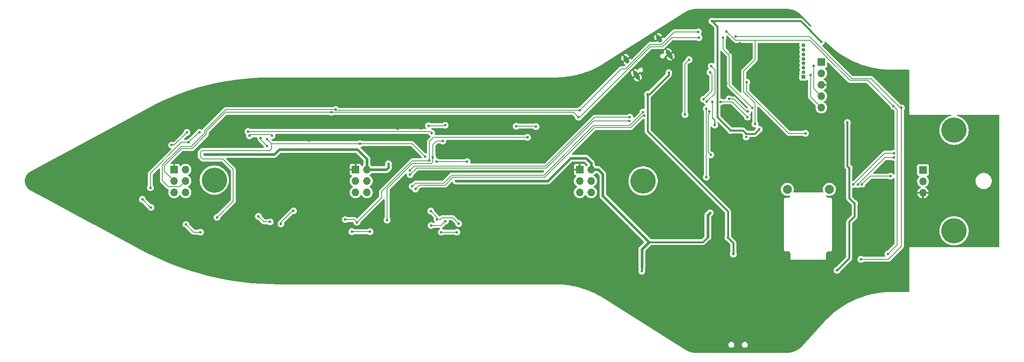
<source format=gbr>
%TF.GenerationSoftware,KiCad,Pcbnew,9.0.2*%
%TF.CreationDate,2025-06-18T16:04:02-05:00*%
%TF.ProjectId,NeoSword,4e656f53-776f-4726-942e-6b696361645f,rev?*%
%TF.SameCoordinates,Original*%
%TF.FileFunction,Copper,L2,Bot*%
%TF.FilePolarity,Positive*%
%FSLAX46Y46*%
G04 Gerber Fmt 4.6, Leading zero omitted, Abs format (unit mm)*
G04 Created by KiCad (PCBNEW 9.0.2) date 2025-06-18 16:04:02*
%MOMM*%
%LPD*%
G01*
G04 APERTURE LIST*
G04 Aperture macros list*
%AMHorizOval*
0 Thick line with rounded ends*
0 $1 width*
0 $2 $3 position (X,Y) of the first rounded end (center of the circle)*
0 $4 $5 position (X,Y) of the second rounded end (center of the circle)*
0 Add line between two ends*
20,1,$1,$2,$3,$4,$5,0*
0 Add two circle primitives to create the rounded ends*
1,1,$1,$2,$3*
1,1,$1,$4,$5*%
G04 Aperture macros list end*
%TA.AperFunction,HeatsinkPad*%
%ADD10C,0.600000*%
%TD*%
%TA.AperFunction,ComponentPad*%
%ADD11R,1.700000X1.700000*%
%TD*%
%TA.AperFunction,ComponentPad*%
%ADD12O,1.700000X1.700000*%
%TD*%
%TA.AperFunction,ComponentPad*%
%ADD13HorizOval,1.000000X-0.295515X0.463865X0.295515X-0.463865X0*%
%TD*%
%TA.AperFunction,ComponentPad*%
%ADD14HorizOval,1.000000X-0.214920X0.337357X0.214920X-0.337357X0*%
%TD*%
%TA.AperFunction,ComponentPad*%
%ADD15C,2.000000*%
%TD*%
%TA.AperFunction,ComponentPad*%
%ADD16C,5.600000*%
%TD*%
%TA.AperFunction,ComponentPad*%
%ADD17R,0.850000X0.850000*%
%TD*%
%TA.AperFunction,ComponentPad*%
%ADD18O,0.850000X0.850000*%
%TD*%
%TA.AperFunction,ViaPad*%
%ADD19C,0.600000*%
%TD*%
%TA.AperFunction,Conductor*%
%ADD20C,0.200000*%
%TD*%
%TA.AperFunction,Conductor*%
%ADD21C,0.400000*%
%TD*%
%TA.AperFunction,Conductor*%
%ADD22C,0.250000*%
%TD*%
%TA.AperFunction,Conductor*%
%ADD23C,0.600000*%
%TD*%
G04 APERTURE END LIST*
D10*
%TO.P,U1,41,GND*%
%TO.N,VSS*%
X199100000Y-75700000D03*
X199100000Y-77100000D03*
X199800000Y-75000000D03*
X199800000Y-76400000D03*
X199800000Y-77800000D03*
X200500000Y-75700000D03*
X200500000Y-77100000D03*
X201200000Y-75000000D03*
X201200000Y-76400000D03*
X201200000Y-77800000D03*
X201900000Y-75700000D03*
X201900000Y-77100000D03*
%TD*%
D11*
%TO.P,J10,1,Pin_1*%
%TO.N,3v3*%
X219300000Y-79200000D03*
D12*
%TO.P,J10,2,Pin_2*%
%TO.N,Boot*%
X219300000Y-81740000D03*
%TO.P,J10,3,Pin_3*%
%TO.N,VSS*%
X219300000Y-84280000D03*
%TO.P,J10,4,Pin_4*%
%TO.N,TX*%
X219300000Y-86820000D03*
%TO.P,J10,5,Pin_5*%
%TO.N,RX*%
X219300000Y-89360000D03*
%TD*%
D11*
%TO.P,J7,1,Pin_1*%
%TO.N,VSS*%
X165600000Y-103161482D03*
D12*
%TO.P,J7,2,Pin_2*%
%TO.N,3v3*%
X168140000Y-103161482D03*
%TO.P,J7,3,Pin_3*%
%TO.N,SCL2*%
X165600000Y-105701482D03*
%TO.P,J7,4,Pin_4*%
%TO.N,SDA2*%
X168140000Y-105701482D03*
%TO.P,J7,5,Pin_5*%
%TO.N,unconnected-(J7-Pin_5-Pad5)*%
X165600000Y-108241482D03*
%TO.P,J7,6,Pin_6*%
%TO.N,unconnected-(J7-Pin_6-Pad6)*%
X168140000Y-108241482D03*
%TD*%
D13*
%TO.P,J11,S1,SHIELD*%
%TO.N,VSS*%
X185499750Y-77535165D03*
D14*
X183269956Y-74035092D03*
X175983055Y-78677358D03*
D13*
X178212848Y-82177433D03*
%TD*%
D15*
%TO.P,J12,1,Pin_1*%
%TO.N,Net-(J12-Pin_1)*%
X221100000Y-107550000D03*
%TO.P,J12,2,Pin_2*%
%TO.N,Net-(J12-Pin_2)*%
X211750000Y-107550000D03*
%TD*%
D16*
%TO.P,H1,1*%
%TO.N,N/C*%
X248800000Y-94400000D03*
%TD*%
D17*
%TO.P,J5,1,Pin_1*%
%TO.N,Net-(J5-Pin_1)*%
X215300000Y-82500000D03*
D18*
%TO.P,J5,2,Pin_2*%
%TO.N,Net-(J5-Pin_2)*%
X215300000Y-81500000D03*
%TO.P,J5,3,Pin_3*%
%TO.N,Net-(J5-Pin_3)*%
X215300000Y-80500000D03*
%TO.P,J5,4,Pin_4*%
%TO.N,Net-(J5-Pin_4)*%
X215300000Y-79500000D03*
%TO.P,J5,5,Pin_5*%
%TO.N,Net-(J5-Pin_5)*%
X215300000Y-78500000D03*
%TO.P,J5,6,Pin_6*%
%TO.N,Net-(J5-Pin_6)*%
X215300000Y-77500000D03*
%TO.P,J5,7,Pin_7*%
%TO.N,Net-(J5-Pin_7)*%
X215300000Y-76500000D03*
%TO.P,J5,8,Pin_8*%
%TO.N,Net-(J5-Pin_8)*%
X215300000Y-75500000D03*
%TD*%
D11*
%TO.P,J2,1,Pin_1*%
%TO.N,VSS*%
X75460000Y-103161482D03*
D12*
%TO.P,J2,2,Pin_2*%
%TO.N,3v3*%
X78000000Y-103161482D03*
%TO.P,J2,3,Pin_3*%
%TO.N,SCL2*%
X75460000Y-105701482D03*
%TO.P,J2,4,Pin_4*%
%TO.N,SDA2*%
X78000000Y-105701482D03*
%TO.P,J2,5,Pin_5*%
%TO.N,unconnected-(J2-Pin_5-Pad5)*%
X75460000Y-108241482D03*
%TO.P,J2,6,Pin_6*%
%TO.N,unconnected-(J2-Pin_6-Pad6)*%
X78000000Y-108241482D03*
%TD*%
D11*
%TO.P,J4,1,Pin_1*%
%TO.N,VSS*%
X115780000Y-103161482D03*
D12*
%TO.P,J4,2,Pin_2*%
%TO.N,3v3*%
X118320000Y-103161482D03*
%TO.P,J4,3,Pin_3*%
%TO.N,SCL2*%
X115780000Y-105701482D03*
%TO.P,J4,4,Pin_4*%
%TO.N,SDA2*%
X118320000Y-105701482D03*
%TO.P,J4,5,Pin_5*%
%TO.N,unconnected-(J4-Pin_5-Pad5)*%
X115780000Y-108241482D03*
%TO.P,J4,6,Pin_6*%
%TO.N,unconnected-(J4-Pin_6-Pad6)*%
X118320000Y-108241482D03*
%TD*%
D16*
%TO.P,H2,1*%
%TO.N,N/C*%
X248800000Y-116800000D03*
%TD*%
%TO.P,H4,1*%
%TO.N,N/C*%
X84400000Y-105500000D03*
%TD*%
%TO.P,H5,1*%
%TO.N,N/C*%
X179700000Y-105700000D03*
%TD*%
D11*
%TO.P,J9,1,Pin_1*%
%TO.N,LEDout*%
X241900000Y-103260000D03*
D12*
%TO.P,J9,2,Pin_2*%
%TO.N,3v3*%
X241900000Y-105800000D03*
%TO.P,J9,3,Pin_3*%
%TO.N,VSS*%
X241900000Y-108340000D03*
%TD*%
D19*
%TO.N,VSS*%
X228300000Y-107300000D03*
X190800000Y-114400000D03*
X120050000Y-104900000D03*
X176100000Y-115700000D03*
X177750000Y-76800000D03*
X110900000Y-117050000D03*
X100650000Y-100950000D03*
X199600000Y-131500000D03*
X189800000Y-134400000D03*
X137050000Y-107200000D03*
X233750000Y-110450000D03*
X189300000Y-130100000D03*
X125200000Y-102800000D03*
X184300000Y-72800000D03*
X185400000Y-71600000D03*
X155800000Y-92050000D03*
X112200000Y-101000000D03*
X187650000Y-106850000D03*
X140350000Y-91550000D03*
X136900000Y-99050000D03*
X130350000Y-94000000D03*
X198700000Y-98300000D03*
X171800000Y-105850000D03*
X191700000Y-67900000D03*
X119650000Y-101400000D03*
X203100000Y-121500000D03*
X138050000Y-110050000D03*
X191300000Y-92100000D03*
X234850000Y-102050000D03*
X224100000Y-107900000D03*
X228800000Y-100300000D03*
X182750000Y-77050000D03*
X123100000Y-100500000D03*
X126500000Y-106500000D03*
X190900000Y-103400000D03*
X132050000Y-87350000D03*
X107500000Y-92150000D03*
X198950000Y-102050000D03*
X125200000Y-106400000D03*
X142850000Y-107200000D03*
X227000000Y-96000000D03*
X235200000Y-95500000D03*
X138650000Y-107200000D03*
X228100000Y-100900000D03*
X147300000Y-87900000D03*
X104550000Y-99900000D03*
X123500000Y-104500000D03*
X181200000Y-74250000D03*
X170400000Y-82500000D03*
X198201057Y-83990209D03*
X147900000Y-91550000D03*
X191600000Y-128000000D03*
X184000000Y-121200000D03*
X162000000Y-105700000D03*
X140250000Y-107200000D03*
X113950000Y-92000000D03*
X191750000Y-86800000D03*
X134050000Y-92350000D03*
X196400000Y-125900000D03*
X140500000Y-99200000D03*
X183400000Y-122400000D03*
X239100000Y-102300000D03*
X203400000Y-117050000D03*
X191100000Y-68800000D03*
X122100000Y-98400000D03*
X192300000Y-132200000D03*
X186800000Y-132200000D03*
X151850000Y-107350000D03*
X187050000Y-79900000D03*
X126250000Y-95450000D03*
X126300000Y-105300000D03*
X142800000Y-98500000D03*
X234200000Y-96400000D03*
X132150000Y-104850000D03*
X205500000Y-128500000D03*
X239100000Y-109400000D03*
X231500000Y-105600000D03*
X148700000Y-94900000D03*
X189450000Y-113400000D03*
X113200000Y-103100000D03*
X189200000Y-95600000D03*
X203800000Y-125700000D03*
X182000000Y-120400000D03*
X131050000Y-104850000D03*
X190100000Y-68300000D03*
X142700000Y-100900000D03*
X141550000Y-94900000D03*
X139600000Y-103600000D03*
X130500000Y-105350000D03*
X229900000Y-107500000D03*
X131600000Y-104300000D03*
X194200000Y-130400000D03*
X132750000Y-105350000D03*
X105400000Y-96750000D03*
X72800000Y-110200000D03*
X124200000Y-107500000D03*
X150050000Y-100850000D03*
X125150000Y-94100000D03*
X169600000Y-99350000D03*
X182200000Y-83300000D03*
X191300000Y-80200000D03*
X202000000Y-127800000D03*
X194112500Y-106100000D03*
X192700000Y-95750000D03*
X140500000Y-103600000D03*
X194200000Y-134300000D03*
X187800000Y-103750000D03*
X190350000Y-106300000D03*
X109050000Y-109400000D03*
X185450000Y-86850000D03*
X123100000Y-99200000D03*
X233700000Y-95000000D03*
X113250000Y-95900000D03*
X198250000Y-90750000D03*
X122800000Y-105400000D03*
X203650000Y-119250000D03*
X160150000Y-95600000D03*
X235200000Y-97400000D03*
X199800000Y-136400000D03*
X230300000Y-106100000D03*
X77646866Y-116119148D03*
X198000000Y-129000000D03*
X193775000Y-122900000D03*
X197900000Y-133400000D03*
X124500000Y-108700000D03*
X113800000Y-100100000D03*
X132750000Y-104300000D03*
X139100000Y-94700000D03*
X178650000Y-129950000D03*
X124300000Y-103700000D03*
X229700000Y-101000000D03*
X223600000Y-99600000D03*
X130500000Y-104300000D03*
X130350000Y-95500000D03*
X115800000Y-100800000D03*
X195461581Y-120688419D03*
X199800000Y-125600000D03*
X128850000Y-120600000D03*
X150000000Y-98200000D03*
X195750000Y-104850000D03*
X186700000Y-70600000D03*
X131600000Y-105350000D03*
%TO.N,Net-(SW1-B)*%
X189000000Y-90900000D03*
X189900000Y-78700000D03*
%TO.N,LEDout*%
X215800000Y-95100000D03*
X234700000Y-104650000D03*
X202750000Y-83700000D03*
X228300000Y-106500000D03*
%TO.N,SCL*%
X127900000Y-104300000D03*
X176650000Y-92300000D03*
X202950000Y-90250000D03*
X198825000Y-87425000D03*
X194725000Y-99875000D03*
X194400000Y-90200000D03*
%TO.N,SDA*%
X176755761Y-91505761D03*
X127900000Y-103300000D03*
X193750000Y-89600000D03*
X193750000Y-104850000D03*
X196900000Y-88085000D03*
X202875000Y-91475000D03*
%TO.N,RX*%
X216900000Y-82080000D03*
%TO.N,TX*%
X217600000Y-80040000D03*
%TO.N,+5V*%
X199750000Y-122000000D03*
X180700000Y-86400000D03*
X185400000Y-81600000D03*
X198550000Y-118300000D03*
%TO.N,ACT*%
X195600000Y-93250000D03*
X195100000Y-88100000D03*
%TO.N,C3*%
X113500000Y-114300000D03*
X116100000Y-114900000D03*
X154000000Y-96000000D03*
X96800000Y-114800000D03*
X94200000Y-113600000D03*
X132218946Y-101168946D03*
%TO.N,C2*%
X78700000Y-97100000D03*
X70200000Y-107200000D03*
X132950000Y-100500000D03*
X135750000Y-114650000D03*
X132600000Y-115600000D03*
X91900000Y-94700000D03*
X132700000Y-95000000D03*
X135200000Y-96800000D03*
X122800000Y-114400000D03*
X81100000Y-94900000D03*
%TO.N,C1*%
X131277509Y-100281358D03*
X133800000Y-101400000D03*
X140600000Y-101400000D03*
X96100000Y-96400000D03*
X116800000Y-97400000D03*
X85000000Y-113800000D03*
%TO.N,R6*%
X96112121Y-97898584D03*
X94700000Y-96100000D03*
%TO.N,R2*%
X155900000Y-93600000D03*
X135700000Y-93300000D03*
X132000000Y-93400000D03*
X151500000Y-93500000D03*
%TO.N,R11*%
X115000000Y-117000000D03*
X119000000Y-117000000D03*
X138300000Y-117100000D03*
X134850000Y-117100000D03*
%TO.N,R9*%
X132500000Y-112400000D03*
X133900000Y-114300000D03*
X138700000Y-115200000D03*
%TO.N,R8*%
X99200000Y-115250000D03*
X102000000Y-112350000D03*
%TO.N,R10*%
X78100000Y-115400000D03*
X81300000Y-117100000D03*
X68400000Y-109800000D03*
X70328600Y-111600000D03*
%TO.N,R4*%
X97194520Y-95650000D03*
X78300000Y-94900000D03*
X74900000Y-97700000D03*
X92200000Y-95650000D03*
%TO.N,LEDen*%
X193850000Y-88000000D03*
X194850000Y-80150000D03*
X129100000Y-107500000D03*
X179950000Y-91150000D03*
%TO.N,LEDint*%
X194550000Y-81500000D03*
X179681206Y-90343617D03*
X193150000Y-87500000D03*
X128400000Y-106900000D03*
%TO.N,SCL2*%
X197475000Y-73760000D03*
X200291082Y-73521842D03*
X165300000Y-91500000D03*
X203950000Y-89450000D03*
X110400000Y-90400000D03*
X237100000Y-89400000D03*
X228100000Y-123150000D03*
X192100000Y-73800000D03*
%TO.N,SDA2*%
X111400000Y-89800000D03*
X198250000Y-72400000D03*
X192000000Y-72500000D03*
X165600000Y-90000000D03*
X234100000Y-121950000D03*
X204575000Y-93025000D03*
X235350000Y-89050000D03*
%TO.N,3v3*%
X179400000Y-125800000D03*
X82200000Y-99800000D03*
X202600000Y-95200000D03*
X199150000Y-94450000D03*
X194600000Y-112800000D03*
X225500000Y-102800000D03*
X202600000Y-95900000D03*
X179400000Y-125000000D03*
X225100000Y-92700000D03*
X138800000Y-105700000D03*
X123100000Y-102700000D03*
X222800000Y-125600000D03*
X194100000Y-118187500D03*
X194100000Y-113300000D03*
X226700000Y-110700000D03*
X123100000Y-101900000D03*
X138100000Y-105700000D03*
X195000000Y-70100000D03*
X82900000Y-99800000D03*
X205500000Y-94200000D03*
X219300000Y-74700000D03*
%TO.N,Net-(JP2-A)*%
X227400000Y-106500000D03*
X235500000Y-100450000D03*
%TO.N,Net-(JP3-A)*%
X235500000Y-99510000D03*
X226400000Y-106500000D03*
%TD*%
D20*
%TO.N,VSS*%
X229700000Y-101000000D02*
X229700000Y-101100000D01*
%TO.N,Net-(SW1-B)*%
X189000000Y-79600000D02*
X189900000Y-78700000D01*
X189000000Y-90900000D02*
X189000000Y-79600000D01*
%TO.N,LEDout*%
X212065685Y-95100000D02*
X215800000Y-95100000D01*
X202750000Y-83700000D02*
X202750000Y-85784315D01*
X202750000Y-85784315D02*
X210250000Y-93284315D01*
X228300000Y-106500000D02*
X230150000Y-104650000D01*
X210250000Y-93284315D02*
X212065685Y-95100000D01*
X230150000Y-104650000D02*
X234700000Y-104650000D01*
%TO.N,SCL*%
X202625000Y-90250000D02*
X199800000Y-87425000D01*
X194400000Y-90750000D02*
X194400000Y-90200000D01*
X202950000Y-90250000D02*
X202625000Y-90250000D01*
X194725000Y-99875000D02*
X194150000Y-99300000D01*
X199800000Y-87425000D02*
X198825000Y-87425000D01*
X127900000Y-104300000D02*
X129400000Y-102800000D01*
X194150000Y-99300000D02*
X194150000Y-91000000D01*
X129400000Y-102800000D02*
X158200000Y-102800000D01*
X194150000Y-91000000D02*
X194400000Y-90750000D01*
X168700000Y-92300000D02*
X176650000Y-92300000D01*
X158200000Y-102800000D02*
X168700000Y-92300000D01*
%TO.N,SDA*%
X199485000Y-88085000D02*
X196900000Y-88085000D01*
X158034314Y-102400000D02*
X168928553Y-91505761D01*
X168928553Y-91505761D02*
X176755761Y-91505761D01*
X128800000Y-102400000D02*
X158034314Y-102400000D01*
X202875000Y-91475000D02*
X199485000Y-88085000D01*
X127900000Y-103300000D02*
X128800000Y-102400000D01*
X193750000Y-89600000D02*
X193750000Y-104850000D01*
%TO.N,RX*%
X216900000Y-86960000D02*
X216900000Y-82080000D01*
X219300000Y-89360000D02*
X216900000Y-86960000D01*
%TO.N,TX*%
X217600000Y-85120000D02*
X217600000Y-80040000D01*
X219300000Y-86820000D02*
X217600000Y-85120000D01*
D21*
%TO.N,+5V*%
X180700000Y-94650000D02*
X198550000Y-112500000D01*
X198550000Y-118300000D02*
X199750000Y-119500000D01*
X185400000Y-82100000D02*
X185400000Y-81600000D01*
X198550000Y-112500000D02*
X198550000Y-118300000D01*
X180700000Y-86400000D02*
X180700000Y-94650000D01*
X181100000Y-86400000D02*
X185400000Y-82100000D01*
X199750000Y-119500000D02*
X199750000Y-122000000D01*
X180700000Y-86400000D02*
X181100000Y-86400000D01*
D20*
%TO.N,ACT*%
X195100000Y-88100000D02*
X195100000Y-91650000D01*
D22*
X195600000Y-92150000D02*
X195100000Y-91650000D01*
X195600000Y-93250000D02*
X195600000Y-92150000D01*
D20*
%TO.N,C3*%
X115500000Y-114300000D02*
X116100000Y-114900000D01*
X154000000Y-96000000D02*
X133100000Y-96000000D01*
X113500000Y-114300000D02*
X115500000Y-114300000D01*
X133100000Y-96000000D02*
X132218946Y-96881054D01*
X132197346Y-101200000D02*
X132218946Y-101178400D01*
X132218946Y-96881054D02*
X132218946Y-101168946D01*
X132218946Y-101178400D02*
X132218946Y-101168946D01*
X121600000Y-108000000D02*
X128400000Y-101200000D01*
X116100000Y-114900000D02*
X121600000Y-109400000D01*
X128400000Y-101200000D02*
X132197346Y-101200000D01*
X95400000Y-114800000D02*
X96800000Y-114800000D01*
X132300000Y-101087891D02*
X132089891Y-101298000D01*
X121600000Y-109400000D02*
X121600000Y-108000000D01*
X94200000Y-113600000D02*
X95400000Y-114800000D01*
%TO.N,C2*%
X132950000Y-97650000D02*
X132950000Y-100500000D01*
X132400000Y-94700000D02*
X132700000Y-95000000D01*
X132631054Y-101818946D02*
X128381054Y-101818946D01*
X133800000Y-96800000D02*
X132950000Y-97650000D01*
X132600000Y-115600000D02*
X134800000Y-115600000D01*
X134800000Y-115600000D02*
X135750000Y-114650000D01*
X77100000Y-97100000D02*
X78700000Y-97100000D01*
X70200000Y-107200000D02*
X70200000Y-104000000D01*
X132950000Y-100500000D02*
X132950000Y-101500000D01*
X122800000Y-107400000D02*
X122800000Y-114400000D01*
X91900000Y-94700000D02*
X132400000Y-94700000D01*
X70200000Y-104000000D02*
X77100000Y-97100000D01*
X78700000Y-97100000D02*
X80800000Y-95000000D01*
X80800000Y-95000000D02*
X80900000Y-94900000D01*
X135200000Y-96800000D02*
X133800000Y-96800000D01*
X128381054Y-101818946D02*
X122800000Y-107400000D01*
X80900000Y-94900000D02*
X81100000Y-94900000D01*
X132950000Y-101500000D02*
X132631054Y-101818946D01*
%TO.N,C1*%
X88600000Y-110200000D02*
X85000000Y-113800000D01*
X88600000Y-103100000D02*
X88600000Y-110200000D01*
X140600000Y-101400000D02*
X133800000Y-101400000D01*
X81700000Y-98900000D02*
X81300000Y-99300000D01*
X97100000Y-98500000D02*
X96700000Y-98900000D01*
X81300000Y-99300000D02*
X81300000Y-100300000D01*
X116800000Y-97400000D02*
X128396151Y-97400000D01*
X128396151Y-97400000D02*
X131277509Y-100281358D01*
X97100000Y-97400000D02*
X97100000Y-98500000D01*
X81300000Y-100300000D02*
X81800000Y-100800000D01*
X96700000Y-98900000D02*
X81700000Y-98900000D01*
X81800000Y-100800000D02*
X86300000Y-100800000D01*
X96100000Y-96400000D02*
X97100000Y-97400000D01*
X116800000Y-97400000D02*
X97100000Y-97400000D01*
X86300000Y-100800000D02*
X88600000Y-103100000D01*
%TO.N,R6*%
X94700000Y-96486462D02*
X94700000Y-96100000D01*
X96112121Y-97898584D02*
X94700000Y-96486462D01*
%TO.N,R2*%
X132000000Y-93400000D02*
X135600000Y-93400000D01*
X155800000Y-93500000D02*
X155900000Y-93600000D01*
X135600000Y-93400000D02*
X135700000Y-93300000D01*
X151500000Y-93500000D02*
X155800000Y-93500000D01*
%TO.N,R11*%
X119000000Y-117000000D02*
X115000000Y-117000000D01*
X138300000Y-117100000D02*
X134850000Y-117100000D01*
%TO.N,R9*%
X135000000Y-113900000D02*
X137400000Y-113900000D01*
X134600000Y-114300000D02*
X135000000Y-113900000D01*
X133900000Y-113800000D02*
X133900000Y-114300000D01*
X132500000Y-112400000D02*
X133900000Y-113800000D01*
X133900000Y-114300000D02*
X134600000Y-114300000D01*
X137400000Y-113900000D02*
X138700000Y-115200000D01*
%TO.N,R8*%
X99200000Y-114900000D02*
X101750000Y-112350000D01*
X101750000Y-112350000D02*
X102000000Y-112350000D01*
X99200000Y-115250000D02*
X99200000Y-114900000D01*
%TO.N,R10*%
X79800000Y-117100000D02*
X78100000Y-115400000D01*
X81300000Y-117100000D02*
X79800000Y-117100000D01*
X70200000Y-111600000D02*
X70328600Y-111600000D01*
X68400000Y-109800000D02*
X70200000Y-111600000D01*
%TO.N,R4*%
X75500000Y-97700000D02*
X78300000Y-94900000D01*
X92200000Y-95400000D02*
X97194520Y-95400000D01*
X97194520Y-95400000D02*
X97194520Y-95650000D01*
X74900000Y-97700000D02*
X75500000Y-97700000D01*
X92200000Y-95650000D02*
X92200000Y-95400000D01*
%TO.N,LEDen*%
X157850000Y-104900000D02*
X168950000Y-93800000D01*
X130000000Y-106600000D02*
X135700000Y-106600000D01*
X168950000Y-93800000D02*
X176950000Y-93800000D01*
X195650000Y-86200000D02*
X195650000Y-86050000D01*
X129100000Y-107500000D02*
X130000000Y-106600000D01*
X137400000Y-104900000D02*
X157850000Y-104900000D01*
X193850000Y-88000000D02*
X195650000Y-86200000D01*
X195650000Y-86050000D02*
X195650000Y-80950000D01*
X195650000Y-80950000D02*
X194850000Y-80150000D01*
X135700000Y-106600000D02*
X137400000Y-104900000D01*
X176950000Y-93800000D02*
X179600000Y-91150000D01*
X179600000Y-91150000D02*
X179950000Y-91150000D01*
%TO.N,LEDint*%
X195000000Y-85650000D02*
X195000000Y-82800000D01*
X193150000Y-87500000D02*
X195000000Y-85650000D01*
X195000000Y-81950000D02*
X194550000Y-81500000D01*
X195000000Y-82800000D02*
X195000000Y-81950000D01*
X157650000Y-104400000D02*
X168700000Y-93350000D01*
X135400000Y-106200000D02*
X137200000Y-104400000D01*
X176750000Y-93350000D02*
X179681206Y-90418794D01*
X168700000Y-93350000D02*
X176750000Y-93350000D01*
X179681206Y-90418794D02*
X179681206Y-90343617D01*
X128400000Y-106900000D02*
X129100000Y-106200000D01*
X129100000Y-106200000D02*
X135400000Y-106200000D01*
X137200000Y-104400000D02*
X157650000Y-104400000D01*
%TO.N,SCL2*%
X198851057Y-84351057D02*
X198851057Y-77701000D01*
X230361797Y-82900000D02*
X226050000Y-82900000D01*
X79400000Y-98500000D02*
X77100000Y-98500000D01*
X198851057Y-77701000D02*
X197475000Y-76324943D01*
X82600000Y-95300000D02*
X79400000Y-98500000D01*
X165300000Y-91500000D02*
X164200000Y-90400000D01*
X164200000Y-90400000D02*
X110400000Y-90400000D01*
X165600000Y-91500000D02*
X165300000Y-91500000D01*
X236861797Y-89400000D02*
X230361797Y-82900000D01*
X237100000Y-89400000D02*
X237100000Y-120250000D01*
X234200000Y-123150000D02*
X228100000Y-123150000D01*
X197475000Y-76324943D02*
X197475000Y-73760000D01*
X73258518Y-103500000D02*
X75460000Y-105701482D01*
X86900000Y-90400000D02*
X82600000Y-94700000D01*
X226050000Y-82900000D02*
X216671842Y-73521842D01*
X73258518Y-103500000D02*
X73258518Y-102341482D01*
X203950000Y-89450000D02*
X198851057Y-84351057D01*
X82600000Y-94700000D02*
X82600000Y-95300000D01*
X216671842Y-73521842D02*
X200291082Y-73521842D01*
X186000000Y-73800000D02*
X184000000Y-75800000D01*
X184000000Y-75800000D02*
X181300000Y-75800000D01*
X237100000Y-120250000D02*
X234200000Y-123150000D01*
X110400000Y-90400000D02*
X86900000Y-90400000D01*
X73258518Y-102341482D02*
X73600000Y-102000000D01*
X77100000Y-98500000D02*
X73600000Y-102000000D01*
X181300000Y-75800000D02*
X165600000Y-91500000D01*
X192100000Y-73800000D02*
X186000000Y-73800000D01*
X237100000Y-89400000D02*
X236861797Y-89400000D01*
%TO.N,SDA2*%
X204550000Y-93000000D02*
X204550000Y-88350000D01*
X198250000Y-72400000D02*
X200249000Y-74399000D01*
X202075000Y-85875000D02*
X202075000Y-81225000D01*
X111600000Y-90000000D02*
X111400000Y-89800000D01*
X200249000Y-74399000D02*
X204600000Y-74399000D01*
X220399000Y-78049000D02*
X220451000Y-78049000D01*
X183800000Y-75300000D02*
X181234314Y-75300000D01*
X82200000Y-94534315D02*
X82200000Y-95050000D01*
X220451000Y-78049000D02*
X220451000Y-78101000D01*
X229600000Y-83300000D02*
X235350000Y-89050000D01*
X72858518Y-105658518D02*
X74200000Y-107000000D01*
X79200000Y-98050000D02*
X76950000Y-98050000D01*
X181234314Y-75300000D02*
X175826923Y-80707391D01*
X72858518Y-102141482D02*
X72858518Y-105658518D01*
X236150000Y-119650000D02*
X236150000Y-89850000D01*
X204600000Y-78700000D02*
X204600000Y-74399000D01*
X236150000Y-89850000D02*
X235350000Y-89050000D01*
X111400000Y-89800000D02*
X86934315Y-89800000D01*
X220451000Y-78101000D02*
X225650000Y-83300000D01*
X74200000Y-107000000D02*
X76701482Y-107000000D01*
X192000000Y-72500000D02*
X186600000Y-72500000D01*
X186600000Y-72500000D02*
X183800000Y-75300000D01*
X82200000Y-95050000D02*
X79200000Y-98050000D01*
X86934315Y-89800000D02*
X82200000Y-94534315D01*
X76701482Y-107000000D02*
X78000000Y-105701482D01*
X216749000Y-74399000D02*
X220399000Y-78049000D01*
X204575000Y-93025000D02*
X204550000Y-93000000D01*
X76950000Y-98050000D02*
X72858518Y-102141482D01*
X234100000Y-121950000D02*
X236150000Y-119900000D01*
X165600000Y-90000000D02*
X111600000Y-90000000D01*
X175826923Y-80707391D02*
X174892609Y-80707391D01*
X204600000Y-74399000D02*
X216749000Y-74399000D01*
X204550000Y-88350000D02*
X202075000Y-85875000D01*
X225650000Y-83300000D02*
X229600000Y-83300000D01*
X236150000Y-119900000D02*
X236150000Y-119650000D01*
X174892609Y-80707391D02*
X165600000Y-90000000D01*
X202075000Y-81225000D02*
X204600000Y-78700000D01*
D21*
%TO.N,3v3*%
X196200000Y-91475000D02*
X199150000Y-94425000D01*
X202600000Y-95200000D02*
X204500000Y-95200000D01*
X179400000Y-125000000D02*
X179400000Y-125800000D01*
X199150000Y-94425000D02*
X199150000Y-94450000D01*
D23*
X167000000Y-100600000D02*
X168140000Y-101740000D01*
D21*
X195000000Y-70100000D02*
X196200000Y-71300000D01*
D23*
X138800000Y-105700000D02*
X158500000Y-105700000D01*
D21*
X195000000Y-70100000D02*
X214700000Y-70100000D01*
X225100000Y-102400000D02*
X225500000Y-102800000D01*
D23*
X158500000Y-105700000D02*
X163600000Y-100600000D01*
D21*
X123100000Y-101900000D02*
X123100000Y-102700000D01*
X199150000Y-94450000D02*
X201850000Y-94450000D01*
X204500000Y-95200000D02*
X205500000Y-94200000D01*
D23*
X170750000Y-104150000D02*
X169761482Y-103161482D01*
X163600000Y-100600000D02*
X167000000Y-100600000D01*
X169761482Y-103161482D02*
X168140000Y-103161482D01*
X138100000Y-105700000D02*
X138800000Y-105700000D01*
D21*
X226700000Y-110700000D02*
X225500000Y-109500000D01*
X225500000Y-114800000D02*
X225500000Y-122900000D01*
D23*
X168140000Y-101740000D02*
X168140000Y-103161482D01*
D21*
X226700000Y-110700000D02*
X226700000Y-113600000D01*
X214700000Y-70100000D02*
X219300000Y-74700000D01*
X225500000Y-109500000D02*
X225500000Y-102800000D01*
D23*
X181000000Y-119300000D02*
X179400000Y-120900000D01*
D21*
X225100000Y-92700000D02*
X225100000Y-102400000D01*
D23*
X122638518Y-103161482D02*
X123100000Y-102700000D01*
X179400000Y-120900000D02*
X179400000Y-125000000D01*
X194100000Y-118187500D02*
X194100000Y-113300000D01*
D21*
X196200000Y-90775000D02*
X196200000Y-91475000D01*
X194100000Y-118187500D02*
X194100000Y-118200000D01*
X226700000Y-113600000D02*
X225500000Y-114800000D01*
X194100000Y-118200000D02*
X193000000Y-119300000D01*
D23*
X181000000Y-119300000D02*
X170750000Y-109050000D01*
X116199999Y-98700000D02*
X118320000Y-100820001D01*
X97700000Y-99800000D02*
X82200000Y-99800000D01*
X98800000Y-98700000D02*
X116199999Y-98700000D01*
D21*
X193000000Y-119300000D02*
X181000000Y-119300000D01*
D23*
X118320000Y-100820001D02*
X118320000Y-103161482D01*
X194100000Y-113300000D02*
X194600000Y-112800000D01*
X118320000Y-103161482D02*
X122638518Y-103161482D01*
D21*
X225500000Y-122900000D02*
X222800000Y-125600000D01*
X201850000Y-94450000D02*
X202600000Y-95200000D01*
X196200000Y-71300000D02*
X196200000Y-90700000D01*
X196200000Y-90700000D02*
X196200000Y-90775000D01*
D23*
X170750000Y-109050000D02*
X170750000Y-104150000D01*
X98800000Y-98700000D02*
X97700000Y-99800000D01*
D20*
%TO.N,Net-(JP2-A)*%
X227400000Y-106500000D02*
X233438809Y-100461191D01*
X233438809Y-100461191D02*
X235400000Y-100461191D01*
%TO.N,Net-(JP3-A)*%
X226400000Y-106500000D02*
X233390000Y-99510000D01*
X233390000Y-99510000D02*
X235500000Y-99510000D01*
%TD*%
%TA.AperFunction,Conductor*%
%TO.N,VSS*%
G36*
X131966367Y-95270462D02*
G01*
X132020905Y-95325000D01*
X132029525Y-95342480D01*
X132034913Y-95355489D01*
X132034914Y-95355491D01*
X132034916Y-95355495D01*
X132117049Y-95478416D01*
X132221584Y-95582951D01*
X132303158Y-95637456D01*
X132344503Y-95665083D01*
X132344505Y-95665084D01*
X132359023Y-95671098D01*
X132420212Y-95718051D01*
X132449727Y-95789309D01*
X132439658Y-95865777D01*
X132407360Y-95914114D01*
X131778435Y-96543039D01*
X131707974Y-96665082D01*
X131707975Y-96665083D01*
X131705962Y-96668568D01*
X131668446Y-96808578D01*
X131668446Y-99412360D01*
X131664677Y-99426422D01*
X131665678Y-99440949D01*
X131654857Y-99463072D01*
X131648484Y-99486860D01*
X131638188Y-99497155D01*
X131631792Y-99510234D01*
X131611361Y-99523982D01*
X131593946Y-99541398D01*
X131579882Y-99545166D01*
X131567803Y-99553295D01*
X131543435Y-99554932D01*
X131519446Y-99561360D01*
X131490857Y-99558592D01*
X131490556Y-99558533D01*
X131351427Y-99530858D01*
X131348997Y-99530858D01*
X131339591Y-99529019D01*
X131311080Y-99515075D01*
X131281390Y-99503900D01*
X131272077Y-99495999D01*
X131270306Y-99495133D01*
X131269307Y-99493649D01*
X131262821Y-99488146D01*
X130017939Y-98243264D01*
X128734166Y-96959490D01*
X128716863Y-96949500D01*
X128608637Y-96887016D01*
X128584195Y-96880467D01*
X128559754Y-96873918D01*
X128559752Y-96873917D01*
X128468626Y-96849500D01*
X117371270Y-96849500D01*
X117296770Y-96829538D01*
X117284533Y-96821068D01*
X117284502Y-96821116D01*
X117278417Y-96817050D01*
X117278416Y-96817049D01*
X117250723Y-96798545D01*
X117155497Y-96734916D01*
X117049852Y-96691157D01*
X117018913Y-96678342D01*
X117018911Y-96678341D01*
X117018912Y-96678341D01*
X116873921Y-96649500D01*
X116873918Y-96649500D01*
X116726082Y-96649500D01*
X116726078Y-96649500D01*
X116581088Y-96678341D01*
X116444502Y-96734916D01*
X116340170Y-96804629D01*
X116321584Y-96817049D01*
X116321582Y-96817050D01*
X116315498Y-96821116D01*
X116314511Y-96819639D01*
X116253004Y-96847509D01*
X116228730Y-96849500D01*
X97389742Y-96849500D01*
X97370794Y-96844423D01*
X97351178Y-96844423D01*
X97334190Y-96834615D01*
X97315242Y-96829538D01*
X97284383Y-96805859D01*
X97133383Y-96654859D01*
X97094819Y-96588064D01*
X97094819Y-96510936D01*
X97133383Y-96444141D01*
X97200178Y-96405577D01*
X97238742Y-96400500D01*
X97268434Y-96400500D01*
X97268438Y-96400500D01*
X97413433Y-96371658D01*
X97550015Y-96315084D01*
X97550015Y-96315083D01*
X97550017Y-96315083D01*
X97579862Y-96295141D01*
X97672936Y-96232951D01*
X97777471Y-96128416D01*
X97859604Y-96005495D01*
X97916178Y-95868913D01*
X97945020Y-95723918D01*
X97945020Y-95576082D01*
X97916178Y-95431087D01*
X97916177Y-95431086D01*
X97915677Y-95428569D01*
X97920721Y-95351606D01*
X97963571Y-95287476D01*
X98032745Y-95253363D01*
X98061814Y-95250500D01*
X131891867Y-95250500D01*
X131966367Y-95270462D01*
G37*
%TD.AperFunction*%
%TA.AperFunction,Conductor*%
G36*
X74994075Y-102968489D02*
G01*
X74960000Y-103095656D01*
X74960000Y-103227308D01*
X74994075Y-103354475D01*
X74998120Y-103361482D01*
X74749000Y-103361482D01*
X74674500Y-103341520D01*
X74619962Y-103286982D01*
X74600000Y-103212482D01*
X74600000Y-103110482D01*
X74619962Y-103035982D01*
X74674500Y-102981444D01*
X74749000Y-102961482D01*
X74998120Y-102961482D01*
X74994075Y-102968489D01*
G37*
%TD.AperFunction*%
%TA.AperFunction,Conductor*%
G36*
X211558964Y-67382912D02*
G01*
X211562739Y-67382962D01*
X211810753Y-67389500D01*
X211818550Y-67389911D01*
X212059368Y-67408967D01*
X212067128Y-67409786D01*
X212305596Y-67441299D01*
X212313260Y-67442517D01*
X212548988Y-67486296D01*
X212556529Y-67487901D01*
X212789037Y-67543740D01*
X212796513Y-67545742D01*
X213025358Y-67613446D01*
X213032704Y-67615828D01*
X213059276Y-67625212D01*
X213257471Y-67695205D01*
X213264645Y-67697950D01*
X213484877Y-67788803D01*
X213491907Y-67791919D01*
X213707144Y-67894045D01*
X213714025Y-67897531D01*
X213923781Y-68010710D01*
X213930477Y-68014551D01*
X214103832Y-68120038D01*
X214134337Y-68138600D01*
X214140816Y-68142776D01*
X214338366Y-68277519D01*
X214344659Y-68282056D01*
X214535390Y-68427251D01*
X214541456Y-68432124D01*
X214724980Y-68587616D01*
X214730806Y-68592821D01*
X214906654Y-68758401D01*
X214912218Y-68763923D01*
X215083596Y-68943210D01*
X215086271Y-68946084D01*
X217020280Y-71079151D01*
X217055533Y-71147751D01*
X217051763Y-71224787D01*
X217009979Y-71289616D01*
X216941379Y-71324869D01*
X216864343Y-71321099D01*
X216804538Y-71284592D01*
X215114669Y-69594723D01*
X215008127Y-69523535D01*
X215008123Y-69523533D01*
X215008121Y-69523532D01*
X214927668Y-69490207D01*
X214889744Y-69474499D01*
X214889742Y-69474498D01*
X214889743Y-69474498D01*
X214764072Y-69449500D01*
X214764069Y-69449500D01*
X195420102Y-69449500D01*
X195363273Y-69435264D01*
X195362257Y-69437717D01*
X195355495Y-69434916D01*
X195218913Y-69378342D01*
X195218911Y-69378341D01*
X195218912Y-69378341D01*
X195073921Y-69349500D01*
X195073918Y-69349500D01*
X194926082Y-69349500D01*
X194926078Y-69349500D01*
X194781088Y-69378341D01*
X194644502Y-69434916D01*
X194521585Y-69517048D01*
X194521580Y-69517052D01*
X194417052Y-69621580D01*
X194417048Y-69621585D01*
X194334916Y-69744502D01*
X194278341Y-69881088D01*
X194249500Y-70026078D01*
X194249500Y-70173921D01*
X194278341Y-70318911D01*
X194334916Y-70455497D01*
X194400532Y-70553697D01*
X194417049Y-70578416D01*
X194521584Y-70682951D01*
X194570685Y-70715759D01*
X194644502Y-70765083D01*
X194669919Y-70775611D01*
X194781087Y-70821658D01*
X194781088Y-70821658D01*
X194787850Y-70824459D01*
X194786832Y-70826916D01*
X194837083Y-70857029D01*
X195505859Y-71525805D01*
X195544423Y-71592600D01*
X195549500Y-71631164D01*
X195549500Y-79436013D01*
X195529538Y-79510513D01*
X195475000Y-79565051D01*
X195400500Y-79585013D01*
X195326000Y-79565051D01*
X195317720Y-79559902D01*
X195205497Y-79484917D01*
X195138225Y-79457052D01*
X195068913Y-79428342D01*
X195068911Y-79428341D01*
X195068912Y-79428341D01*
X194923921Y-79399500D01*
X194923918Y-79399500D01*
X194776082Y-79399500D01*
X194776078Y-79399500D01*
X194631088Y-79428341D01*
X194494502Y-79484916D01*
X194371585Y-79567048D01*
X194371580Y-79567052D01*
X194267052Y-79671580D01*
X194267048Y-79671585D01*
X194184916Y-79794502D01*
X194128341Y-79931088D01*
X194099500Y-80076078D01*
X194099500Y-80223921D01*
X194128341Y-80368911D01*
X194145013Y-80409160D01*
X194183750Y-80502681D01*
X194184917Y-80505497D01*
X194258524Y-80615658D01*
X194283316Y-80688693D01*
X194268269Y-80764339D01*
X194217415Y-80822327D01*
X194200813Y-80831202D01*
X194200956Y-80831468D01*
X194194503Y-80834916D01*
X194071585Y-80917048D01*
X194071580Y-80917052D01*
X193967052Y-81021580D01*
X193967048Y-81021585D01*
X193884916Y-81144502D01*
X193828341Y-81281088D01*
X193799500Y-81426078D01*
X193799500Y-81573921D01*
X193828341Y-81718911D01*
X193884916Y-81855497D01*
X193944246Y-81944289D01*
X193967049Y-81978416D01*
X194071584Y-82082951D01*
X194120685Y-82115759D01*
X194194502Y-82165083D01*
X194218068Y-82174844D01*
X194331087Y-82221658D01*
X194331092Y-82221659D01*
X194338095Y-82223784D01*
X194337625Y-82225330D01*
X194398742Y-82255468D01*
X194441592Y-82319597D01*
X194449500Y-82367493D01*
X194449500Y-85360257D01*
X194429538Y-85434757D01*
X194405859Y-85465616D01*
X193164686Y-86706788D01*
X193097891Y-86745352D01*
X193083249Y-86748016D01*
X193083261Y-86748072D01*
X192931088Y-86778341D01*
X192794502Y-86834916D01*
X192671585Y-86917048D01*
X192671580Y-86917052D01*
X192567052Y-87021580D01*
X192567048Y-87021585D01*
X192484916Y-87144502D01*
X192428341Y-87281088D01*
X192399500Y-87426078D01*
X192399500Y-87573921D01*
X192428341Y-87718911D01*
X192484916Y-87855497D01*
X192550532Y-87953697D01*
X192567049Y-87978416D01*
X192671584Y-88082951D01*
X192720685Y-88115759D01*
X192794502Y-88165083D01*
X192809154Y-88171152D01*
X192931087Y-88221658D01*
X193069181Y-88249127D01*
X193138355Y-88283240D01*
X193177769Y-88338242D01*
X193184912Y-88355486D01*
X193184916Y-88355495D01*
X193267049Y-88478416D01*
X193371584Y-88582951D01*
X193420733Y-88615791D01*
X193473748Y-88651215D01*
X193524602Y-88709204D01*
X193539649Y-88784850D01*
X193514857Y-88857884D01*
X193456868Y-88908738D01*
X193447989Y-88912761D01*
X193394508Y-88934914D01*
X193394503Y-88934916D01*
X193271585Y-89017048D01*
X193271580Y-89017052D01*
X193167052Y-89121580D01*
X193167048Y-89121585D01*
X193084916Y-89244502D01*
X193028341Y-89381088D01*
X192999500Y-89526078D01*
X192999500Y-89673921D01*
X193028341Y-89818911D01*
X193084916Y-89955497D01*
X193171116Y-90084502D01*
X193169639Y-90085488D01*
X193197509Y-90146996D01*
X193199500Y-90171270D01*
X193199500Y-104278729D01*
X193179538Y-104353229D01*
X193171068Y-104365466D01*
X193171116Y-104365498D01*
X193167050Y-104371582D01*
X193167049Y-104371584D01*
X193154629Y-104390170D01*
X193084916Y-104494502D01*
X193028341Y-104631088D01*
X192999500Y-104776078D01*
X192999500Y-104923921D01*
X193028341Y-105068911D01*
X193084916Y-105205497D01*
X193120821Y-105259231D01*
X193167049Y-105328416D01*
X193271584Y-105432951D01*
X193320685Y-105465759D01*
X193394502Y-105515083D01*
X193420979Y-105526050D01*
X193531087Y-105571658D01*
X193676082Y-105600500D01*
X193676086Y-105600500D01*
X193823914Y-105600500D01*
X193823918Y-105600500D01*
X193968913Y-105571658D01*
X194105495Y-105515084D01*
X194105495Y-105515083D01*
X194105497Y-105515083D01*
X194147870Y-105486770D01*
X194228416Y-105432951D01*
X194332951Y-105328416D01*
X194403742Y-105222470D01*
X194415083Y-105205497D01*
X194416425Y-105202257D01*
X194471658Y-105068913D01*
X194500500Y-104923918D01*
X194500500Y-104776082D01*
X194471658Y-104631087D01*
X194422593Y-104512634D01*
X194415083Y-104494502D01*
X194350836Y-104398351D01*
X194332951Y-104371584D01*
X194332949Y-104371582D01*
X194328884Y-104365498D01*
X194330358Y-104364513D01*
X194302488Y-104302985D01*
X194300500Y-104278729D01*
X194300500Y-100734495D01*
X194320462Y-100659995D01*
X194375000Y-100605457D01*
X194449500Y-100585495D01*
X194498850Y-100595311D01*
X194499086Y-100594534D01*
X194506087Y-100596658D01*
X194651082Y-100625500D01*
X194651086Y-100625500D01*
X194798914Y-100625500D01*
X194798918Y-100625500D01*
X194943913Y-100596658D01*
X195080495Y-100540084D01*
X195080495Y-100540083D01*
X195080497Y-100540083D01*
X195105213Y-100523567D01*
X195203416Y-100457951D01*
X195307951Y-100353416D01*
X195390084Y-100230495D01*
X195446658Y-100093913D01*
X195475500Y-99948918D01*
X195475500Y-99801082D01*
X195446658Y-99656087D01*
X195394025Y-99529019D01*
X195390083Y-99519502D01*
X195318492Y-99412360D01*
X195307951Y-99396584D01*
X195203416Y-99292049D01*
X195178697Y-99275532D01*
X195080497Y-99209916D01*
X194974852Y-99166157D01*
X194943913Y-99153342D01*
X194943911Y-99153341D01*
X194943912Y-99153341D01*
X194820431Y-99128779D01*
X194751257Y-99094665D01*
X194708407Y-99030536D01*
X194700500Y-98982642D01*
X194700500Y-93745854D01*
X194720462Y-93671354D01*
X194775000Y-93616816D01*
X194849500Y-93596854D01*
X194924000Y-93616816D01*
X194973388Y-93663073D01*
X195017049Y-93728416D01*
X195121584Y-93832951D01*
X195138876Y-93844505D01*
X195244502Y-93915083D01*
X195262336Y-93922470D01*
X195381087Y-93971658D01*
X195526082Y-94000500D01*
X195526086Y-94000500D01*
X195673914Y-94000500D01*
X195673918Y-94000500D01*
X195818913Y-93971658D01*
X195955495Y-93915084D01*
X195955495Y-93915083D01*
X195955497Y-93915083D01*
X195985342Y-93895141D01*
X196078416Y-93832951D01*
X196182951Y-93728416D01*
X196253835Y-93622330D01*
X196265083Y-93605497D01*
X196278162Y-93573921D01*
X196321658Y-93468913D01*
X196350500Y-93323918D01*
X196350500Y-93176082D01*
X196321658Y-93031087D01*
X196265084Y-92894505D01*
X196254284Y-92878342D01*
X196230675Y-92843008D01*
X196205882Y-92769973D01*
X196220928Y-92694327D01*
X196271782Y-92636339D01*
X196344817Y-92611546D01*
X196420463Y-92626592D01*
X196459922Y-92654868D01*
X198385052Y-94579998D01*
X198423616Y-94646793D01*
X198425829Y-94656285D01*
X198428340Y-94668907D01*
X198428341Y-94668911D01*
X198484916Y-94805497D01*
X198537628Y-94884384D01*
X198567049Y-94928416D01*
X198671584Y-95032951D01*
X198705324Y-95055495D01*
X198794502Y-95115083D01*
X198825444Y-95127899D01*
X198931087Y-95171658D01*
X199076082Y-95200500D01*
X199076086Y-95200500D01*
X199223914Y-95200500D01*
X199223918Y-95200500D01*
X199368913Y-95171658D01*
X199505495Y-95115084D01*
X199505495Y-95115083D01*
X199512257Y-95112283D01*
X199513273Y-95114735D01*
X199570102Y-95100500D01*
X201518836Y-95100500D01*
X201593336Y-95120462D01*
X201624195Y-95144141D01*
X201842970Y-95362915D01*
X201875329Y-95411398D01*
X201878257Y-95418489D01*
X201878342Y-95418913D01*
X201909081Y-95493124D01*
X201914076Y-95531380D01*
X201919088Y-95569450D01*
X201919061Y-95569550D01*
X201919068Y-95569603D01*
X201919008Y-95569745D01*
X201909023Y-95607014D01*
X201878342Y-95681087D01*
X201878341Y-95681090D01*
X201878341Y-95681091D01*
X201849500Y-95826078D01*
X201849500Y-95973921D01*
X201878341Y-96118911D01*
X201934916Y-96255497D01*
X201990482Y-96338656D01*
X202017049Y-96378416D01*
X202121584Y-96482951D01*
X202163467Y-96510936D01*
X202244502Y-96565083D01*
X202275444Y-96577899D01*
X202381087Y-96621658D01*
X202526082Y-96650500D01*
X202526086Y-96650500D01*
X202673914Y-96650500D01*
X202673918Y-96650500D01*
X202818913Y-96621658D01*
X202955495Y-96565084D01*
X202955495Y-96565083D01*
X202955497Y-96565083D01*
X203008693Y-96529538D01*
X203078416Y-96482951D01*
X203182951Y-96378416D01*
X203265084Y-96255495D01*
X203321658Y-96118913D01*
X203341986Y-96016720D01*
X203351194Y-95970431D01*
X203385308Y-95901257D01*
X203449437Y-95858407D01*
X203497331Y-95850500D01*
X204564065Y-95850500D01*
X204564069Y-95850500D01*
X204689744Y-95825501D01*
X204808127Y-95776465D01*
X204833402Y-95759577D01*
X204914669Y-95705277D01*
X205662917Y-94957027D01*
X205713174Y-94926932D01*
X205712150Y-94924459D01*
X205718911Y-94921658D01*
X205718913Y-94921658D01*
X205855495Y-94865084D01*
X205855495Y-94865083D01*
X205855497Y-94865083D01*
X205880213Y-94848567D01*
X205978416Y-94782951D01*
X206082951Y-94678416D01*
X206165084Y-94555495D01*
X206221658Y-94418913D01*
X206250500Y-94273918D01*
X206250500Y-94126082D01*
X206221658Y-93981087D01*
X206178679Y-93877327D01*
X206165083Y-93844502D01*
X206105611Y-93755497D01*
X206082951Y-93721584D01*
X205978416Y-93617049D01*
X205948192Y-93596854D01*
X205855497Y-93534916D01*
X205749852Y-93491157D01*
X205718913Y-93478342D01*
X205718911Y-93478341D01*
X205718912Y-93478341D01*
X205573921Y-93449500D01*
X205573918Y-93449500D01*
X205434495Y-93449500D01*
X205359995Y-93429538D01*
X205305457Y-93375000D01*
X205285495Y-93300500D01*
X205295311Y-93251149D01*
X205294534Y-93250914D01*
X205296658Y-93243912D01*
X205300205Y-93226082D01*
X205325500Y-93098918D01*
X205325500Y-92951082D01*
X205296658Y-92806087D01*
X205250366Y-92694327D01*
X205240083Y-92669502D01*
X205159899Y-92549500D01*
X205157951Y-92546584D01*
X205144141Y-92532774D01*
X205105577Y-92465979D01*
X205100500Y-92427415D01*
X205100500Y-89273058D01*
X205120462Y-89198558D01*
X205175000Y-89144020D01*
X205249500Y-89124058D01*
X205324000Y-89144020D01*
X205354859Y-89167699D01*
X209809490Y-93622330D01*
X211727670Y-95540510D01*
X211801181Y-95582951D01*
X211801183Y-95582952D01*
X211801184Y-95582953D01*
X211853196Y-95612982D01*
X211853200Y-95612984D01*
X211993210Y-95650500D01*
X215228730Y-95650500D01*
X215303230Y-95670462D01*
X215315466Y-95678931D01*
X215315498Y-95678884D01*
X215321582Y-95682949D01*
X215321584Y-95682951D01*
X215354996Y-95705276D01*
X215444502Y-95765083D01*
X215471969Y-95776460D01*
X215581087Y-95821658D01*
X215726082Y-95850500D01*
X215726086Y-95850500D01*
X215873914Y-95850500D01*
X215873918Y-95850500D01*
X216018913Y-95821658D01*
X216155495Y-95765084D01*
X216155495Y-95765083D01*
X216155497Y-95765083D01*
X216191005Y-95741357D01*
X216278416Y-95682951D01*
X216382951Y-95578416D01*
X216465084Y-95455495D01*
X216521658Y-95318913D01*
X216550500Y-95173918D01*
X216550500Y-95026082D01*
X216521658Y-94881087D01*
X216480237Y-94781087D01*
X216465083Y-94744502D01*
X216385956Y-94626082D01*
X216382951Y-94621584D01*
X216278416Y-94517049D01*
X216253697Y-94500532D01*
X216155497Y-94434916D01*
X216024253Y-94380554D01*
X216018913Y-94378342D01*
X216018911Y-94378341D01*
X216018912Y-94378341D01*
X215873921Y-94349500D01*
X215873918Y-94349500D01*
X215726082Y-94349500D01*
X215726078Y-94349500D01*
X215581088Y-94378341D01*
X215444502Y-94434916D01*
X215340170Y-94504629D01*
X215321584Y-94517049D01*
X215321582Y-94517050D01*
X215315498Y-94521116D01*
X215314511Y-94519639D01*
X215253004Y-94547509D01*
X215228730Y-94549500D01*
X212355428Y-94549500D01*
X212280928Y-94529538D01*
X212250069Y-94505859D01*
X203344141Y-85599931D01*
X203305577Y-85533136D01*
X203300500Y-85494572D01*
X203300500Y-84271270D01*
X203320462Y-84196770D01*
X203328931Y-84184533D01*
X203328884Y-84184502D01*
X203415083Y-84055497D01*
X203449257Y-83972993D01*
X203471658Y-83918913D01*
X203500500Y-83773918D01*
X203500500Y-83626082D01*
X203471658Y-83481087D01*
X203415084Y-83344505D01*
X203415083Y-83344502D01*
X203350034Y-83247151D01*
X203332951Y-83221584D01*
X203228416Y-83117049D01*
X203180257Y-83084870D01*
X203105497Y-83034916D01*
X202971165Y-82979275D01*
X202968913Y-82978342D01*
X202968911Y-82978341D01*
X202968912Y-82978341D01*
X202823921Y-82949500D01*
X202823918Y-82949500D01*
X202774500Y-82949500D01*
X202700000Y-82929538D01*
X202645462Y-82875000D01*
X202625500Y-82800500D01*
X202625500Y-81514743D01*
X202645462Y-81440243D01*
X202669141Y-81409384D01*
X203854607Y-80223918D01*
X205040510Y-79038015D01*
X205112984Y-78912485D01*
X205119857Y-78886836D01*
X205121897Y-78879224D01*
X205146577Y-78787114D01*
X205150500Y-78772475D01*
X205150500Y-75098500D01*
X205170462Y-75024000D01*
X205225000Y-74969462D01*
X205299500Y-74949500D01*
X214357396Y-74949500D01*
X214431896Y-74969462D01*
X214486434Y-75024000D01*
X214506396Y-75098500D01*
X214495054Y-75155520D01*
X214458144Y-75244628D01*
X214424500Y-75413770D01*
X214424500Y-75586229D01*
X214432959Y-75628758D01*
X214458145Y-75755374D01*
X214472457Y-75789927D01*
X214524139Y-75914699D01*
X214524149Y-75914717D01*
X214525826Y-75917227D01*
X214526409Y-75918945D01*
X214527593Y-75921160D01*
X214527227Y-75921355D01*
X214550615Y-75990263D01*
X214535563Y-76065908D01*
X214525826Y-76082773D01*
X214524149Y-76085282D01*
X214524139Y-76085300D01*
X214458144Y-76244628D01*
X214424500Y-76413770D01*
X214424500Y-76586229D01*
X214453759Y-76733327D01*
X214458145Y-76755374D01*
X214475412Y-76797061D01*
X214524139Y-76914699D01*
X214524149Y-76914717D01*
X214525826Y-76917227D01*
X214526409Y-76918945D01*
X214527593Y-76921160D01*
X214527227Y-76921355D01*
X214550615Y-76990263D01*
X214535563Y-77065908D01*
X214525826Y-77082773D01*
X214524149Y-77085282D01*
X214524139Y-77085300D01*
X214458144Y-77244628D01*
X214424500Y-77413770D01*
X214424500Y-77586229D01*
X214457308Y-77751169D01*
X214458145Y-77755374D01*
X214469038Y-77781671D01*
X214524139Y-77914699D01*
X214524149Y-77914717D01*
X214525826Y-77917227D01*
X214526409Y-77918945D01*
X214527593Y-77921160D01*
X214527227Y-77921355D01*
X214550615Y-77990263D01*
X214535563Y-78065908D01*
X214525826Y-78082773D01*
X214524149Y-78085282D01*
X214524139Y-78085300D01*
X214458144Y-78244628D01*
X214424500Y-78413770D01*
X214424500Y-78586229D01*
X214453588Y-78732467D01*
X214458145Y-78755374D01*
X214468690Y-78780831D01*
X214524139Y-78914699D01*
X214524149Y-78914717D01*
X214525826Y-78917227D01*
X214526409Y-78918945D01*
X214527593Y-78921160D01*
X214527227Y-78921355D01*
X214550615Y-78990263D01*
X214535563Y-79065908D01*
X214525826Y-79082773D01*
X214524149Y-79085282D01*
X214524139Y-79085300D01*
X214458144Y-79244628D01*
X214424500Y-79413770D01*
X214424500Y-79586229D01*
X214444047Y-79684502D01*
X214458145Y-79755374D01*
X214470161Y-79784384D01*
X214524139Y-79914699D01*
X214524149Y-79914717D01*
X214525826Y-79917227D01*
X214526409Y-79918945D01*
X214527593Y-79921160D01*
X214527227Y-79921355D01*
X214550615Y-79990263D01*
X214535563Y-80065908D01*
X214525826Y-80082773D01*
X214524149Y-80085282D01*
X214524139Y-80085300D01*
X214458144Y-80244628D01*
X214424500Y-80413770D01*
X214424500Y-80586229D01*
X214453684Y-80732951D01*
X214458145Y-80755374D01*
X214479287Y-80806415D01*
X214524139Y-80914699D01*
X214524149Y-80914717D01*
X214525826Y-80917227D01*
X214526409Y-80918945D01*
X214527593Y-80921160D01*
X214527227Y-80921355D01*
X214550615Y-80990263D01*
X214535563Y-81065908D01*
X214525826Y-81082773D01*
X214524149Y-81085282D01*
X214524139Y-81085300D01*
X214458144Y-81244628D01*
X214424500Y-81413770D01*
X214424500Y-81586229D01*
X214458144Y-81755371D01*
X214458145Y-81755375D01*
X214464249Y-81770111D01*
X214474316Y-81846579D01*
X214467230Y-81876341D01*
X214427353Y-81990304D01*
X214424500Y-82020724D01*
X214424500Y-82979275D01*
X214427353Y-83009695D01*
X214472207Y-83137883D01*
X214552848Y-83247148D01*
X214552851Y-83247151D01*
X214662116Y-83327792D01*
X214662117Y-83327792D01*
X214662118Y-83327793D01*
X214790301Y-83372646D01*
X214820734Y-83375500D01*
X214820741Y-83375500D01*
X215779259Y-83375500D01*
X215779266Y-83375500D01*
X215809699Y-83372646D01*
X215937882Y-83327793D01*
X216047150Y-83247150D01*
X216080615Y-83201806D01*
X216140915Y-83153718D01*
X216217181Y-83142222D01*
X216288978Y-83170399D01*
X216337067Y-83230700D01*
X216349500Y-83290285D01*
X216349500Y-87032476D01*
X216375976Y-87131284D01*
X216375975Y-87131284D01*
X216383092Y-87157842D01*
X216387016Y-87172485D01*
X216459490Y-87298015D01*
X217259273Y-88097798D01*
X218012430Y-88850954D01*
X218050994Y-88917749D01*
X218050994Y-88994877D01*
X218048779Y-89002355D01*
X218031523Y-89055463D01*
X218020681Y-89123918D01*
X217999500Y-89257648D01*
X217999500Y-89462352D01*
X218031523Y-89664534D01*
X218084455Y-89827443D01*
X218094778Y-89859212D01*
X218094782Y-89859224D01*
X218187714Y-90041612D01*
X218308028Y-90207212D01*
X218308035Y-90207220D01*
X218452779Y-90351964D01*
X218452787Y-90351971D01*
X218566255Y-90434409D01*
X218618390Y-90472287D01*
X218800781Y-90565220D01*
X218995466Y-90628477D01*
X219197648Y-90660500D01*
X219197653Y-90660500D01*
X219402347Y-90660500D01*
X219402352Y-90660500D01*
X219604534Y-90628477D01*
X219799219Y-90565220D01*
X219981610Y-90472287D01*
X220147219Y-90351966D01*
X220291966Y-90207219D01*
X220412287Y-90041610D01*
X220505220Y-89859219D01*
X220568477Y-89664534D01*
X220600500Y-89462352D01*
X220600500Y-89257648D01*
X220568477Y-89055466D01*
X220505220Y-88860781D01*
X220412287Y-88678390D01*
X220412252Y-88678342D01*
X220291971Y-88512787D01*
X220291964Y-88512779D01*
X220147220Y-88368035D01*
X220147212Y-88368028D01*
X219981609Y-88247712D01*
X219932637Y-88222760D01*
X219875319Y-88171152D01*
X219851485Y-88097798D01*
X219867521Y-88022356D01*
X219919129Y-87965038D01*
X219932637Y-87957240D01*
X219981610Y-87932287D01*
X220147219Y-87811966D01*
X220291966Y-87667219D01*
X220412287Y-87501610D01*
X220505220Y-87319219D01*
X220568477Y-87124534D01*
X220600500Y-86922352D01*
X220600500Y-86717648D01*
X220568477Y-86515466D01*
X220505220Y-86320781D01*
X220412287Y-86138390D01*
X220412285Y-86138387D01*
X220291971Y-85972787D01*
X220291964Y-85972779D01*
X220147220Y-85828035D01*
X220147212Y-85828028D01*
X219981612Y-85707714D01*
X219918365Y-85675488D01*
X219877017Y-85654420D01*
X219819701Y-85602812D01*
X219795867Y-85529459D01*
X219811903Y-85454016D01*
X219863512Y-85396699D01*
X219877019Y-85388900D01*
X219955148Y-85349091D01*
X219955150Y-85349090D01*
X220114313Y-85233451D01*
X220253451Y-85094313D01*
X220369090Y-84935150D01*
X220369097Y-84935138D01*
X220458414Y-84759843D01*
X220458421Y-84759826D01*
X220519220Y-84572709D01*
X220533905Y-84480000D01*
X219761880Y-84480000D01*
X219765925Y-84472993D01*
X219800000Y-84345826D01*
X219800000Y-84214174D01*
X219765925Y-84087007D01*
X219761880Y-84080000D01*
X220533904Y-84080000D01*
X220519220Y-83987290D01*
X220458421Y-83800173D01*
X220458414Y-83800156D01*
X220369097Y-83624861D01*
X220369090Y-83624849D01*
X220253451Y-83465686D01*
X220114313Y-83326548D01*
X219955150Y-83210909D01*
X219955143Y-83210905D01*
X219877018Y-83171098D01*
X219819701Y-83119489D01*
X219795867Y-83046136D01*
X219811903Y-82970693D01*
X219863512Y-82913376D01*
X219877006Y-82905585D01*
X219981610Y-82852287D01*
X220147219Y-82731966D01*
X220291966Y-82587219D01*
X220412287Y-82421610D01*
X220505220Y-82239219D01*
X220568477Y-82044534D01*
X220600500Y-81842352D01*
X220600500Y-81637648D01*
X220568477Y-81435466D01*
X220505220Y-81240781D01*
X220412287Y-81058390D01*
X220410974Y-81056583D01*
X220291971Y-80892787D01*
X220291964Y-80892779D01*
X220149914Y-80750729D01*
X220111350Y-80683934D01*
X220111350Y-80606806D01*
X220149914Y-80540011D01*
X220216709Y-80501447D01*
X220225885Y-80499800D01*
X220225838Y-80499582D01*
X220234691Y-80497646D01*
X220234699Y-80497646D01*
X220362882Y-80452793D01*
X220472150Y-80372150D01*
X220552793Y-80262882D01*
X220597646Y-80134699D01*
X220600500Y-80104266D01*
X220600500Y-79388743D01*
X220620462Y-79314243D01*
X220675000Y-79259705D01*
X220749500Y-79239743D01*
X220824000Y-79259705D01*
X220854859Y-79283384D01*
X225311985Y-83740510D01*
X225415991Y-83800557D01*
X225415992Y-83800558D01*
X225415993Y-83800558D01*
X225437515Y-83812984D01*
X225577525Y-83850500D01*
X229310257Y-83850500D01*
X229384757Y-83870462D01*
X229415616Y-83894141D01*
X234556788Y-89035313D01*
X234595352Y-89102108D01*
X234598016Y-89116750D01*
X234598072Y-89116739D01*
X234628341Y-89268911D01*
X234684916Y-89405497D01*
X234733379Y-89478025D01*
X234767049Y-89528416D01*
X234871584Y-89632951D01*
X234918851Y-89664534D01*
X234994502Y-89715083D01*
X235025444Y-89727899D01*
X235131087Y-89771658D01*
X235283261Y-89801928D01*
X235282914Y-89803672D01*
X235285505Y-89804647D01*
X235297891Y-89804647D01*
X235321057Y-89818022D01*
X235346099Y-89827443D01*
X235364686Y-89843211D01*
X235555859Y-90034384D01*
X235594423Y-90101179D01*
X235599500Y-90139743D01*
X235599500Y-98610500D01*
X235579538Y-98685000D01*
X235525000Y-98739538D01*
X235450500Y-98759500D01*
X235426078Y-98759500D01*
X235281088Y-98788341D01*
X235144502Y-98844916D01*
X235040170Y-98914629D01*
X235021584Y-98927049D01*
X235021582Y-98927050D01*
X235015498Y-98931116D01*
X235014511Y-98929639D01*
X234953004Y-98957509D01*
X234928730Y-98959500D01*
X233317525Y-98959500D01*
X233177515Y-98997016D01*
X233177513Y-98997016D01*
X233177513Y-98997017D01*
X233051984Y-99069490D01*
X226414686Y-105706788D01*
X226407021Y-105711212D01*
X226401737Y-105718311D01*
X226378443Y-105727712D01*
X226347891Y-105745352D01*
X226330915Y-105748857D01*
X226326524Y-105749500D01*
X226326082Y-105749500D01*
X226324849Y-105749745D01*
X226321088Y-105750296D01*
X226319676Y-105750130D01*
X226318804Y-105750217D01*
X226318785Y-105750026D01*
X226286428Y-105746243D01*
X226251597Y-105743958D01*
X226248353Y-105741790D01*
X226244482Y-105741338D01*
X226216492Y-105720498D01*
X226187470Y-105701104D01*
X226185745Y-105697606D01*
X226182618Y-105695278D01*
X226168797Y-105663233D01*
X226153361Y-105631928D01*
X226152789Y-105626118D01*
X226152072Y-105624456D01*
X226152372Y-105621886D01*
X226150500Y-105602868D01*
X226150500Y-103220103D01*
X226164735Y-103163274D01*
X226162283Y-103162259D01*
X226204998Y-103059134D01*
X226221658Y-103018913D01*
X226250500Y-102873918D01*
X226250500Y-102726082D01*
X226221658Y-102581087D01*
X226180120Y-102480804D01*
X226165083Y-102444502D01*
X226108608Y-102359983D01*
X226082951Y-102321584D01*
X225978416Y-102217049D01*
X225932443Y-102186331D01*
X225855499Y-102134918D01*
X225855485Y-102134911D01*
X225842476Y-102129522D01*
X225781288Y-102082568D01*
X225751774Y-102011310D01*
X225750500Y-101991866D01*
X225750500Y-93120103D01*
X225764735Y-93063274D01*
X225762283Y-93062259D01*
X225795318Y-92982501D01*
X225821658Y-92918913D01*
X225850500Y-92773918D01*
X225850500Y-92626082D01*
X225821658Y-92481087D01*
X225765084Y-92344505D01*
X225765083Y-92344502D01*
X225702271Y-92250499D01*
X225682951Y-92221584D01*
X225578416Y-92117049D01*
X225527373Y-92082943D01*
X225455497Y-92034916D01*
X225338210Y-91986335D01*
X225318913Y-91978342D01*
X225318911Y-91978341D01*
X225318912Y-91978341D01*
X225173921Y-91949500D01*
X225173918Y-91949500D01*
X225026082Y-91949500D01*
X225026078Y-91949500D01*
X224881088Y-91978341D01*
X224744502Y-92034916D01*
X224621585Y-92117048D01*
X224621580Y-92117052D01*
X224517052Y-92221580D01*
X224517048Y-92221585D01*
X224434916Y-92344502D01*
X224378341Y-92481088D01*
X224349500Y-92626078D01*
X224349500Y-92773921D01*
X224378341Y-92918912D01*
X224378342Y-92918914D01*
X224437717Y-93062259D01*
X224435264Y-93063274D01*
X224449500Y-93120103D01*
X224449500Y-102464072D01*
X224469593Y-102565082D01*
X224469594Y-102565084D01*
X224474499Y-102589744D01*
X224490462Y-102628282D01*
X224523532Y-102708121D01*
X224523533Y-102708123D01*
X224523535Y-102708127D01*
X224594722Y-102814667D01*
X224594723Y-102814669D01*
X224742970Y-102962916D01*
X224775269Y-103011255D01*
X224778250Y-103018452D01*
X224778342Y-103018913D01*
X224834916Y-103155495D01*
X224835176Y-103155884D01*
X224838158Y-103163083D01*
X224841416Y-103187833D01*
X224849500Y-103220103D01*
X224849500Y-109564072D01*
X224866653Y-109650300D01*
X224874498Y-109689742D01*
X224923532Y-109808121D01*
X224923533Y-109808123D01*
X224923535Y-109808127D01*
X224993135Y-109912292D01*
X224994722Y-109914667D01*
X224994723Y-109914669D01*
X225942970Y-110862916D01*
X225975269Y-110911255D01*
X225978250Y-110918452D01*
X225978342Y-110918913D01*
X226034916Y-111055495D01*
X226035176Y-111055884D01*
X226038158Y-111063083D01*
X226041416Y-111087833D01*
X226049500Y-111120103D01*
X226049500Y-113268836D01*
X226029538Y-113343336D01*
X226005859Y-113374195D01*
X224994725Y-114385329D01*
X224994724Y-114385329D01*
X224992516Y-114388634D01*
X224951180Y-114450500D01*
X224945173Y-114459490D01*
X224945171Y-114459492D01*
X224923539Y-114491865D01*
X224923531Y-114491880D01*
X224874499Y-114610254D01*
X224874498Y-114610256D01*
X224849500Y-114735927D01*
X224849500Y-122568835D01*
X224829538Y-122643335D01*
X224805859Y-122674194D01*
X222637082Y-124842970D01*
X222586842Y-124873110D01*
X222587849Y-124875541D01*
X222444502Y-124934916D01*
X222321585Y-125017048D01*
X222321580Y-125017052D01*
X222217052Y-125121580D01*
X222217048Y-125121585D01*
X222134916Y-125244502D01*
X222078341Y-125381088D01*
X222049500Y-125526078D01*
X222049500Y-125673921D01*
X222078341Y-125818911D01*
X222134916Y-125955497D01*
X222177289Y-126018911D01*
X222217049Y-126078416D01*
X222321584Y-126182951D01*
X222370685Y-126215759D01*
X222444502Y-126265083D01*
X222475444Y-126277899D01*
X222581087Y-126321658D01*
X222726082Y-126350500D01*
X222726086Y-126350500D01*
X222873914Y-126350500D01*
X222873918Y-126350500D01*
X223018913Y-126321658D01*
X223155495Y-126265084D01*
X223155495Y-126265083D01*
X223155497Y-126265083D01*
X223201047Y-126234647D01*
X223278416Y-126182951D01*
X223382951Y-126078416D01*
X223465084Y-125955495D01*
X223521658Y-125818913D01*
X223521658Y-125818911D01*
X223524459Y-125812150D01*
X223526932Y-125813174D01*
X223557027Y-125762917D01*
X226005277Y-123314669D01*
X226076466Y-123208126D01*
X226125501Y-123089743D01*
X226127932Y-123077525D01*
X226150500Y-122964069D01*
X226150500Y-115131164D01*
X226170462Y-115056664D01*
X226194141Y-115025805D01*
X226698288Y-114521658D01*
X227205276Y-114014670D01*
X227276465Y-113908127D01*
X227325501Y-113789744D01*
X227333506Y-113749500D01*
X227336228Y-113735819D01*
X227348540Y-113673921D01*
X227350500Y-113664069D01*
X227350500Y-111120103D01*
X227364735Y-111063274D01*
X227362283Y-111062259D01*
X227415029Y-110934916D01*
X227421658Y-110918913D01*
X227450500Y-110773918D01*
X227450500Y-110626082D01*
X227421658Y-110481087D01*
X227365084Y-110344505D01*
X227365083Y-110344502D01*
X227315759Y-110270685D01*
X227282951Y-110221584D01*
X227178416Y-110117049D01*
X227137256Y-110089547D01*
X227055496Y-110034916D01*
X227055497Y-110034916D01*
X226912151Y-109975541D01*
X226913164Y-109973094D01*
X226862916Y-109942970D01*
X226194141Y-109274195D01*
X226155577Y-109207400D01*
X226150500Y-109168836D01*
X226150500Y-107397131D01*
X226170462Y-107322631D01*
X226225000Y-107268093D01*
X226299500Y-107248131D01*
X226318771Y-107250030D01*
X226318796Y-107249782D01*
X226326078Y-107250499D01*
X226326082Y-107250500D01*
X226326086Y-107250500D01*
X226473914Y-107250500D01*
X226473918Y-107250500D01*
X226618913Y-107221658D01*
X226755495Y-107165084D01*
X226817220Y-107123840D01*
X226890253Y-107099048D01*
X226965899Y-107114094D01*
X226982776Y-107123838D01*
X227005276Y-107138872D01*
X227044501Y-107165082D01*
X227044503Y-107165083D01*
X227044505Y-107165084D01*
X227181087Y-107221658D01*
X227326082Y-107250500D01*
X227326086Y-107250500D01*
X227473914Y-107250500D01*
X227473918Y-107250500D01*
X227618913Y-107221658D01*
X227755495Y-107165084D01*
X227767221Y-107157248D01*
X227840255Y-107132457D01*
X227915901Y-107147504D01*
X227932774Y-107157245D01*
X227944505Y-107165084D01*
X227944507Y-107165085D01*
X227944509Y-107165086D01*
X228004351Y-107189873D01*
X228081087Y-107221658D01*
X228226082Y-107250500D01*
X228226086Y-107250500D01*
X228373914Y-107250500D01*
X228373918Y-107250500D01*
X228518913Y-107221658D01*
X228655495Y-107165084D01*
X228655495Y-107165083D01*
X228655497Y-107165083D01*
X228694724Y-107138872D01*
X228778416Y-107082951D01*
X228882951Y-106978416D01*
X228965084Y-106855495D01*
X229021658Y-106718913D01*
X229050500Y-106573918D01*
X229050500Y-106573917D01*
X229051928Y-106566739D01*
X229053672Y-106567086D01*
X229077442Y-106503903D01*
X229093205Y-106485319D01*
X230334384Y-105244141D01*
X230401179Y-105205577D01*
X230439743Y-105200500D01*
X234128730Y-105200500D01*
X234203230Y-105220462D01*
X234215466Y-105228931D01*
X234215498Y-105228884D01*
X234221582Y-105232949D01*
X234221584Y-105232951D01*
X234238331Y-105244141D01*
X234344502Y-105315083D01*
X234375444Y-105327899D01*
X234481087Y-105371658D01*
X234626082Y-105400500D01*
X234626086Y-105400500D01*
X234773914Y-105400500D01*
X234773918Y-105400500D01*
X234918913Y-105371658D01*
X235055495Y-105315084D01*
X235055495Y-105315083D01*
X235055497Y-105315083D01*
X235080213Y-105298567D01*
X235178416Y-105232951D01*
X235282951Y-105128416D01*
X235326611Y-105063073D01*
X235384599Y-105012220D01*
X235460246Y-104997173D01*
X235533280Y-105021965D01*
X235584134Y-105079953D01*
X235599500Y-105145854D01*
X235599500Y-119610257D01*
X235579538Y-119684757D01*
X235555859Y-119715616D01*
X234114686Y-121156788D01*
X234047891Y-121195352D01*
X234033249Y-121198016D01*
X234033261Y-121198072D01*
X233881088Y-121228341D01*
X233744502Y-121284916D01*
X233621585Y-121367048D01*
X233621580Y-121367052D01*
X233517052Y-121471580D01*
X233517048Y-121471585D01*
X233434916Y-121594502D01*
X233378341Y-121731088D01*
X233349500Y-121876078D01*
X233349500Y-122023921D01*
X233378341Y-122168911D01*
X233378342Y-122168913D01*
X233434916Y-122305495D01*
X233434917Y-122305497D01*
X233434916Y-122305497D01*
X233476493Y-122367720D01*
X233501285Y-122440755D01*
X233486238Y-122516401D01*
X233435384Y-122574389D01*
X233362349Y-122599181D01*
X233352604Y-122599500D01*
X228671270Y-122599500D01*
X228596770Y-122579538D01*
X228584533Y-122571068D01*
X228584502Y-122571116D01*
X228578417Y-122567050D01*
X228578416Y-122567049D01*
X228527385Y-122532951D01*
X228455497Y-122484916D01*
X228348881Y-122440755D01*
X228318913Y-122428342D01*
X228318911Y-122428341D01*
X228318912Y-122428341D01*
X228173921Y-122399500D01*
X228173918Y-122399500D01*
X228026082Y-122399500D01*
X228026078Y-122399500D01*
X227881088Y-122428341D01*
X227744502Y-122484916D01*
X227621585Y-122567048D01*
X227621580Y-122567052D01*
X227517052Y-122671580D01*
X227517048Y-122671585D01*
X227434916Y-122794502D01*
X227378341Y-122931088D01*
X227349500Y-123076078D01*
X227349500Y-123223921D01*
X227378341Y-123368911D01*
X227434916Y-123505497D01*
X227491720Y-123590509D01*
X227517049Y-123628416D01*
X227621584Y-123732951D01*
X227670685Y-123765759D01*
X227744502Y-123815083D01*
X227775444Y-123827899D01*
X227881087Y-123871658D01*
X228026082Y-123900500D01*
X228026086Y-123900500D01*
X228173914Y-123900500D01*
X228173918Y-123900500D01*
X228318913Y-123871658D01*
X228455495Y-123815084D01*
X228455495Y-123815083D01*
X228455497Y-123815083D01*
X228509040Y-123779305D01*
X228578416Y-123732951D01*
X228578417Y-123732949D01*
X228584502Y-123728884D01*
X228585488Y-123730360D01*
X228646996Y-123702491D01*
X228671270Y-123700500D01*
X234272475Y-123700500D01*
X234412485Y-123662984D01*
X234414990Y-123661538D01*
X234538015Y-123590510D01*
X237540510Y-120588015D01*
X237612984Y-120462485D01*
X237620086Y-120435980D01*
X237623944Y-120421584D01*
X237640048Y-120361480D01*
X237650500Y-120322475D01*
X237650500Y-116640313D01*
X245549500Y-116640313D01*
X245549500Y-116959687D01*
X245580804Y-117277523D01*
X245580805Y-117277529D01*
X245589037Y-117318913D01*
X245639073Y-117570462D01*
X245643112Y-117590764D01*
X245643113Y-117590770D01*
X245735819Y-117896380D01*
X245858039Y-118191444D01*
X246008585Y-118473096D01*
X246008588Y-118473101D01*
X246008591Y-118473106D01*
X246068529Y-118562810D01*
X246186025Y-118738657D01*
X246304442Y-118882947D01*
X246388634Y-118985535D01*
X246614465Y-119211366D01*
X246614469Y-119211369D01*
X246861342Y-119413974D01*
X246949860Y-119473119D01*
X247126894Y-119591409D01*
X247408556Y-119741961D01*
X247699527Y-119862485D01*
X247703619Y-119864180D01*
X248009229Y-119956886D01*
X248009231Y-119956886D01*
X248009240Y-119956889D01*
X248322477Y-120019196D01*
X248640313Y-120050500D01*
X248640318Y-120050500D01*
X248959682Y-120050500D01*
X248959687Y-120050500D01*
X249277523Y-120019196D01*
X249590760Y-119956889D01*
X249896381Y-119864180D01*
X250191444Y-119741961D01*
X250473106Y-119591409D01*
X250738656Y-119413975D01*
X250985535Y-119211366D01*
X251211366Y-118985535D01*
X251413975Y-118738656D01*
X251591409Y-118473106D01*
X251741961Y-118191444D01*
X251864180Y-117896381D01*
X251956889Y-117590760D01*
X252019196Y-117277523D01*
X252050500Y-116959687D01*
X252050500Y-116640313D01*
X252019196Y-116322477D01*
X251956889Y-116009240D01*
X251954237Y-116000499D01*
X251864180Y-115703619D01*
X251830231Y-115621658D01*
X251741961Y-115408556D01*
X251617700Y-115176080D01*
X251591414Y-115126903D01*
X251591411Y-115126898D01*
X251591409Y-115126894D01*
X251452798Y-114919447D01*
X251413974Y-114861342D01*
X251245040Y-114655497D01*
X251211366Y-114614465D01*
X250985535Y-114388634D01*
X250939069Y-114350500D01*
X250738657Y-114186025D01*
X250484368Y-114016116D01*
X250473106Y-114008591D01*
X250473103Y-114008589D01*
X250473101Y-114008588D01*
X250473096Y-114008585D01*
X250191444Y-113858039D01*
X249896380Y-113735819D01*
X249590770Y-113643113D01*
X249590764Y-113643112D01*
X249590761Y-113643111D01*
X249590760Y-113643111D01*
X249364405Y-113598086D01*
X249277529Y-113580805D01*
X249277527Y-113580804D01*
X249277523Y-113580804D01*
X248959687Y-113549500D01*
X248640313Y-113549500D01*
X248322477Y-113580804D01*
X248322473Y-113580804D01*
X248322470Y-113580805D01*
X248009235Y-113643112D01*
X248009229Y-113643113D01*
X247703619Y-113735819D01*
X247408555Y-113858039D01*
X247126903Y-114008585D01*
X247126898Y-114008588D01*
X246861342Y-114186025D01*
X246614469Y-114388630D01*
X246614461Y-114388637D01*
X246388637Y-114614461D01*
X246388630Y-114614469D01*
X246186025Y-114861342D01*
X246008588Y-115126898D01*
X246008585Y-115126903D01*
X245858039Y-115408555D01*
X245735819Y-115703619D01*
X245643113Y-116009229D01*
X245643112Y-116009235D01*
X245606517Y-116193211D01*
X245580804Y-116322477D01*
X245549500Y-116640313D01*
X237650500Y-116640313D01*
X237650500Y-102355724D01*
X240599500Y-102355724D01*
X240599500Y-104164275D01*
X240602353Y-104194695D01*
X240602353Y-104194697D01*
X240602354Y-104194699D01*
X240613337Y-104226086D01*
X240647207Y-104322883D01*
X240727848Y-104432148D01*
X240727851Y-104432151D01*
X240837116Y-104512792D01*
X240837117Y-104512792D01*
X240837118Y-104512793D01*
X240965301Y-104557646D01*
X240965306Y-104557646D01*
X240974162Y-104559582D01*
X240973514Y-104562547D01*
X241030913Y-104583827D01*
X241080138Y-104643204D01*
X241093079Y-104719239D01*
X241066269Y-104791557D01*
X241050085Y-104810729D01*
X240908036Y-104952778D01*
X240908028Y-104952787D01*
X240787714Y-105118387D01*
X240694782Y-105300775D01*
X240694778Y-105300787D01*
X240634349Y-105486770D01*
X240631523Y-105495466D01*
X240599500Y-105697648D01*
X240599500Y-105902352D01*
X240631523Y-106104534D01*
X240687803Y-106277747D01*
X240694778Y-106299212D01*
X240694782Y-106299224D01*
X240787714Y-106481612D01*
X240908028Y-106647212D01*
X240908035Y-106647220D01*
X241052779Y-106791964D01*
X241052787Y-106791971D01*
X241168694Y-106876181D01*
X241218390Y-106912287D01*
X241322980Y-106965578D01*
X241380298Y-107017186D01*
X241404132Y-107090539D01*
X241388096Y-107165982D01*
X241336488Y-107223300D01*
X241322981Y-107231098D01*
X241244856Y-107270904D01*
X241244849Y-107270909D01*
X241085686Y-107386548D01*
X240946548Y-107525686D01*
X240830909Y-107684849D01*
X240830902Y-107684861D01*
X240741585Y-107860156D01*
X240741578Y-107860173D01*
X240680779Y-108047290D01*
X240666095Y-108140000D01*
X241438120Y-108140000D01*
X241434075Y-108147007D01*
X241400000Y-108274174D01*
X241400000Y-108405826D01*
X241434075Y-108532993D01*
X241438120Y-108540000D01*
X240666095Y-108540000D01*
X240680779Y-108632709D01*
X240741578Y-108819826D01*
X240741585Y-108819843D01*
X240830902Y-108995138D01*
X240830909Y-108995150D01*
X240946548Y-109154313D01*
X241085686Y-109293451D01*
X241244849Y-109409090D01*
X241244861Y-109409097D01*
X241420156Y-109498414D01*
X241420173Y-109498421D01*
X241607287Y-109559219D01*
X241607293Y-109559221D01*
X241700000Y-109573903D01*
X241700000Y-108801879D01*
X241707007Y-108805925D01*
X241834174Y-108840000D01*
X241965826Y-108840000D01*
X242092993Y-108805925D01*
X242100000Y-108801879D01*
X242100000Y-109573903D01*
X242192706Y-109559221D01*
X242192712Y-109559219D01*
X242379826Y-109498421D01*
X242379843Y-109498414D01*
X242555138Y-109409097D01*
X242555150Y-109409090D01*
X242714313Y-109293451D01*
X242853451Y-109154313D01*
X242969090Y-108995150D01*
X242969097Y-108995138D01*
X243058414Y-108819843D01*
X243058421Y-108819826D01*
X243119220Y-108632709D01*
X243133905Y-108540000D01*
X242361880Y-108540000D01*
X242365925Y-108532993D01*
X242400000Y-108405826D01*
X242400000Y-108274174D01*
X242365925Y-108147007D01*
X242361880Y-108140000D01*
X243133904Y-108140000D01*
X243119220Y-108047290D01*
X243058421Y-107860173D01*
X243058414Y-107860156D01*
X242969097Y-107684861D01*
X242969090Y-107684849D01*
X242853451Y-107525686D01*
X242714313Y-107386548D01*
X242555150Y-107270909D01*
X242555143Y-107270905D01*
X242477018Y-107231098D01*
X242419701Y-107179489D01*
X242395867Y-107106136D01*
X242411903Y-107030693D01*
X242463512Y-106973376D01*
X242477006Y-106965585D01*
X242581610Y-106912287D01*
X242747219Y-106791966D01*
X242891966Y-106647219D01*
X243012287Y-106481610D01*
X243105220Y-106299219D01*
X243168477Y-106104534D01*
X243200500Y-105902352D01*
X243200500Y-105697648D01*
X243180039Y-105568465D01*
X253599500Y-105568465D01*
X253599500Y-105804498D01*
X253630305Y-106038488D01*
X253630306Y-106038494D01*
X253630307Y-106038496D01*
X253687762Y-106252922D01*
X253691395Y-106266478D01*
X253754138Y-106417951D01*
X253764770Y-106443621D01*
X253781719Y-106484538D01*
X253878973Y-106652985D01*
X253899727Y-106688932D01*
X254043408Y-106876181D01*
X254210301Y-107043074D01*
X254397550Y-107186755D01*
X254496205Y-107243713D01*
X254601943Y-107304762D01*
X254601946Y-107304763D01*
X254601951Y-107304766D01*
X254820007Y-107395088D01*
X255047986Y-107456175D01*
X255047992Y-107456175D01*
X255047993Y-107456176D01*
X255087241Y-107461343D01*
X255281989Y-107486982D01*
X255518011Y-107486982D01*
X255752014Y-107456175D01*
X255979993Y-107395088D01*
X256198049Y-107304766D01*
X256402450Y-107186755D01*
X256589699Y-107043074D01*
X256756592Y-106876181D01*
X256900273Y-106688932D01*
X257018284Y-106484531D01*
X257108606Y-106266475D01*
X257169693Y-106038496D01*
X257200500Y-105804493D01*
X257200500Y-105568471D01*
X257169693Y-105334468D01*
X257108606Y-105106489D01*
X257018284Y-104888433D01*
X257018281Y-104888428D01*
X257018280Y-104888425D01*
X256923301Y-104723918D01*
X256900273Y-104684032D01*
X256756592Y-104496783D01*
X256589699Y-104329890D01*
X256402450Y-104186209D01*
X256364444Y-104164266D01*
X256198056Y-104068201D01*
X256195272Y-104067048D01*
X256083372Y-104020697D01*
X255979996Y-103977877D01*
X255979994Y-103977876D01*
X255979993Y-103977876D01*
X255752014Y-103916789D01*
X255752012Y-103916788D01*
X255752006Y-103916787D01*
X255518016Y-103885982D01*
X255518011Y-103885982D01*
X255281989Y-103885982D01*
X255281983Y-103885982D01*
X255047993Y-103916787D01*
X254820003Y-103977877D01*
X254601943Y-104068201D01*
X254397551Y-104186208D01*
X254342246Y-104228645D01*
X254210301Y-104329890D01*
X254210299Y-104329891D01*
X254210295Y-104329895D01*
X254043413Y-104496777D01*
X254043409Y-104496781D01*
X254043408Y-104496783D01*
X253961430Y-104603619D01*
X253899726Y-104684033D01*
X253781719Y-104888425D01*
X253691395Y-105106485D01*
X253630305Y-105334475D01*
X253599500Y-105568465D01*
X243180039Y-105568465D01*
X243168477Y-105495466D01*
X243105220Y-105300781D01*
X243012287Y-105118390D01*
X243012285Y-105118387D01*
X242891971Y-104952787D01*
X242891964Y-104952779D01*
X242749914Y-104810729D01*
X242711350Y-104743934D01*
X242711350Y-104666806D01*
X242749914Y-104600011D01*
X242816709Y-104561447D01*
X242825885Y-104559800D01*
X242825838Y-104559582D01*
X242834691Y-104557646D01*
X242834699Y-104557646D01*
X242962882Y-104512793D01*
X243072150Y-104432150D01*
X243152793Y-104322882D01*
X243197646Y-104194699D01*
X243200500Y-104164266D01*
X243200500Y-102355734D01*
X243197646Y-102325301D01*
X243152793Y-102197118D01*
X243144833Y-102186333D01*
X243072151Y-102087851D01*
X243072148Y-102087848D01*
X242962883Y-102007207D01*
X242903042Y-101986268D01*
X242834699Y-101962354D01*
X242834697Y-101962353D01*
X242834695Y-101962353D01*
X242804275Y-101959500D01*
X242804266Y-101959500D01*
X240995734Y-101959500D01*
X240995724Y-101959500D01*
X240965304Y-101962353D01*
X240837116Y-102007207D01*
X240727851Y-102087848D01*
X240727848Y-102087851D01*
X240647207Y-102197116D01*
X240602353Y-102325304D01*
X240599500Y-102355724D01*
X237650500Y-102355724D01*
X237650500Y-89971270D01*
X237670462Y-89896770D01*
X237678931Y-89884533D01*
X237678884Y-89884502D01*
X237691784Y-89865197D01*
X237765084Y-89755495D01*
X237821658Y-89618913D01*
X237850500Y-89473918D01*
X237850500Y-89326082D01*
X237821658Y-89181087D01*
X237765084Y-89044505D01*
X237765083Y-89044502D01*
X237691859Y-88934916D01*
X237682951Y-88921584D01*
X237578416Y-88817049D01*
X237530227Y-88784850D01*
X237455497Y-88734916D01*
X237349852Y-88691157D01*
X237318913Y-88678342D01*
X237318911Y-88678341D01*
X237318912Y-88678341D01*
X237173921Y-88649500D01*
X237173918Y-88649500D01*
X237026082Y-88649500D01*
X237026079Y-88649500D01*
X236990538Y-88656569D01*
X236913575Y-88651524D01*
X236856113Y-88615791D01*
X230699812Y-82459490D01*
X230574283Y-82387016D01*
X230552793Y-82381258D01*
X230531304Y-82375500D01*
X230531302Y-82375499D01*
X230434272Y-82349500D01*
X226339743Y-82349500D01*
X226265243Y-82329538D01*
X226234384Y-82305859D01*
X219557283Y-75628758D01*
X219518719Y-75561963D01*
X219518719Y-75484835D01*
X219557283Y-75418040D01*
X219605619Y-75385743D01*
X219655495Y-75365084D01*
X219778416Y-75282951D01*
X219882951Y-75178416D01*
X219965084Y-75055495D01*
X220021658Y-74918913D01*
X220050500Y-74773918D01*
X220050500Y-74773917D01*
X220050785Y-74771022D01*
X220051402Y-74769381D01*
X220051928Y-74766739D01*
X220052364Y-74766825D01*
X220077949Y-74698836D01*
X220137566Y-74649903D01*
X220213664Y-74637335D01*
X220285850Y-74664499D01*
X220306776Y-74682662D01*
X220617565Y-75007794D01*
X220634230Y-75025228D01*
X220637028Y-75031446D01*
X220668501Y-75061082D01*
X220671222Y-75063928D01*
X220698379Y-75092337D01*
X220698381Y-75092339D01*
X220698383Y-75092340D01*
X220702591Y-75095291D01*
X220719187Y-75108806D01*
X221406443Y-75755927D01*
X221409550Y-75761966D01*
X221442552Y-75789927D01*
X221445392Y-75792601D01*
X221445393Y-75792603D01*
X221469201Y-75815020D01*
X221474052Y-75819588D01*
X221474056Y-75819589D01*
X221478344Y-75822272D01*
X221495645Y-75834912D01*
X222212565Y-76442337D01*
X222215972Y-76448186D01*
X222250412Y-76474404D01*
X222283436Y-76502384D01*
X222283437Y-76502384D01*
X222283438Y-76502385D01*
X222287785Y-76504797D01*
X222305753Y-76516533D01*
X222397307Y-76586229D01*
X223050631Y-77083579D01*
X223054326Y-77089224D01*
X223090094Y-77113620D01*
X223093190Y-77115977D01*
X223093191Y-77115978D01*
X223124552Y-77139853D01*
X223128963Y-77142007D01*
X223147534Y-77152799D01*
X223918665Y-77678768D01*
X223922639Y-77684202D01*
X223959652Y-77706725D01*
X223995436Y-77731132D01*
X223995439Y-77731132D01*
X223999893Y-77733027D01*
X224019021Y-77742850D01*
X224814709Y-78227033D01*
X224818949Y-78232241D01*
X224857073Y-78252812D01*
X224894103Y-78275345D01*
X224894106Y-78275345D01*
X224898611Y-78276992D01*
X224918239Y-78285816D01*
X225719293Y-78718050D01*
X225719292Y-78718050D01*
X225736786Y-78727489D01*
X225741286Y-78732467D01*
X225780439Y-78751043D01*
X225783833Y-78752875D01*
X225783834Y-78752876D01*
X225783836Y-78752877D01*
X225818579Y-78771624D01*
X225818585Y-78771627D01*
X225818590Y-78771627D01*
X225823148Y-78773030D01*
X225843213Y-78780829D01*
X226682937Y-79179267D01*
X226687687Y-79184003D01*
X226727754Y-79200532D01*
X226746056Y-79209216D01*
X226766909Y-79219111D01*
X226766910Y-79219111D01*
X226766914Y-79219113D01*
X226766917Y-79219113D01*
X226771537Y-79220276D01*
X226791981Y-79227028D01*
X227651194Y-79581487D01*
X227656185Y-79585973D01*
X227697053Y-79600405D01*
X227700623Y-79601878D01*
X227700624Y-79601878D01*
X227737118Y-79616934D01*
X227741807Y-79617860D01*
X227762565Y-79623542D01*
X227982191Y-79701105D01*
X228639597Y-79933275D01*
X228644818Y-79937500D01*
X228686364Y-79949791D01*
X228727231Y-79964224D01*
X228727234Y-79964223D01*
X228727235Y-79964224D01*
X228731990Y-79964910D01*
X228753013Y-79969509D01*
X229627080Y-80228102D01*
X229627079Y-80228102D01*
X229646171Y-80233750D01*
X229651617Y-80237708D01*
X229693748Y-80247826D01*
X229735281Y-80260114D01*
X229735284Y-80260113D01*
X229740104Y-80260555D01*
X229761312Y-80264052D01*
X230668962Y-80482040D01*
X230674619Y-80485717D01*
X230717189Y-80493623D01*
X230759301Y-80503737D01*
X230759303Y-80503736D01*
X230759305Y-80503737D01*
X230764202Y-80503930D01*
X230785559Y-80506320D01*
X231686371Y-80673619D01*
X231686370Y-80673619D01*
X231705992Y-80677263D01*
X231711852Y-80680651D01*
X231754764Y-80686321D01*
X231797318Y-80694225D01*
X231797323Y-80694223D01*
X231802291Y-80694161D01*
X231823707Y-80695432D01*
X232755295Y-80818543D01*
X232761346Y-80821630D01*
X232804477Y-80825043D01*
X232824588Y-80827700D01*
X232847358Y-80830710D01*
X232847358Y-80830709D01*
X232847359Y-80830710D01*
X232847359Y-80830709D01*
X232852402Y-80830382D01*
X232873834Y-80830530D01*
X233814901Y-80905001D01*
X233821128Y-80907775D01*
X233864344Y-80908913D01*
X233907449Y-80912325D01*
X233907449Y-80912324D01*
X233907450Y-80912325D01*
X233912561Y-80911722D01*
X233933941Y-80910747D01*
X234879409Y-80935666D01*
X234882571Y-80936976D01*
X234929092Y-80936976D01*
X234975610Y-80938202D01*
X234975611Y-80938201D01*
X234979773Y-80938311D01*
X234995448Y-80936976D01*
X238685731Y-80936976D01*
X238760231Y-80956938D01*
X238814769Y-81011476D01*
X238834731Y-81085976D01*
X238834731Y-90736309D01*
X238872865Y-90828374D01*
X238872866Y-90828376D01*
X238872867Y-90828377D01*
X238943334Y-90898844D01*
X239035403Y-90936980D01*
X248035443Y-90936980D01*
X248109943Y-90956942D01*
X248164481Y-91011480D01*
X248184443Y-91085980D01*
X248164481Y-91160480D01*
X248109943Y-91215018D01*
X248064513Y-91232116D01*
X248009240Y-91243111D01*
X248009235Y-91243112D01*
X248009229Y-91243113D01*
X247703619Y-91335819D01*
X247408555Y-91458039D01*
X247126903Y-91608585D01*
X247126898Y-91608588D01*
X246861342Y-91786025D01*
X246614469Y-91988630D01*
X246614461Y-91988637D01*
X246388637Y-92214461D01*
X246388630Y-92214469D01*
X246186025Y-92461342D01*
X246008588Y-92726898D01*
X246008585Y-92726903D01*
X245858039Y-93008555D01*
X245735819Y-93303619D01*
X245643113Y-93609229D01*
X245643112Y-93609235D01*
X245582275Y-93915084D01*
X245580804Y-93922477D01*
X245549500Y-94240313D01*
X245549500Y-94559687D01*
X245579579Y-94865083D01*
X245580805Y-94877529D01*
X245590927Y-94928414D01*
X245639761Y-95173921D01*
X245643112Y-95190764D01*
X245643113Y-95190770D01*
X245735819Y-95496379D01*
X245858039Y-95791444D01*
X246008585Y-96073096D01*
X246008588Y-96073101D01*
X246008591Y-96073106D01*
X246045548Y-96128416D01*
X246186025Y-96338657D01*
X246342678Y-96529538D01*
X246388634Y-96585535D01*
X246614465Y-96811366D01*
X246630441Y-96824477D01*
X246861342Y-97013974D01*
X246893114Y-97035203D01*
X247126894Y-97191409D01*
X247408556Y-97341961D01*
X247703619Y-97464180D01*
X248009229Y-97556886D01*
X248009231Y-97556886D01*
X248009240Y-97556889D01*
X248322477Y-97619196D01*
X248640313Y-97650500D01*
X248640318Y-97650500D01*
X248959682Y-97650500D01*
X248959687Y-97650500D01*
X249277523Y-97619196D01*
X249590760Y-97556889D01*
X249896381Y-97464180D01*
X250191444Y-97341961D01*
X250473106Y-97191409D01*
X250738656Y-97013975D01*
X250985535Y-96811366D01*
X251211366Y-96585535D01*
X251413975Y-96338656D01*
X251591409Y-96073106D01*
X251741961Y-95791444D01*
X251864180Y-95496381D01*
X251868256Y-95482947D01*
X251956886Y-95190770D01*
X251956886Y-95190769D01*
X251956889Y-95190760D01*
X252019196Y-94877523D01*
X252050500Y-94559687D01*
X252050500Y-94240313D01*
X252019196Y-93922477D01*
X251956889Y-93609240D01*
X251931663Y-93526082D01*
X251864180Y-93303619D01*
X251839449Y-93243913D01*
X251741961Y-93008556D01*
X251591409Y-92726894D01*
X251432543Y-92489133D01*
X251413974Y-92461342D01*
X251211369Y-92214469D01*
X251211366Y-92214465D01*
X250985535Y-91988634D01*
X250942622Y-91953416D01*
X250738657Y-91786025D01*
X250562810Y-91668529D01*
X250473106Y-91608591D01*
X250473103Y-91608589D01*
X250473101Y-91608588D01*
X250473096Y-91608585D01*
X250191444Y-91458039D01*
X249896380Y-91335819D01*
X249590770Y-91243113D01*
X249590764Y-91243112D01*
X249590761Y-91243111D01*
X249590760Y-91243111D01*
X249535486Y-91232116D01*
X249466314Y-91198004D01*
X249423464Y-91133874D01*
X249418420Y-91056911D01*
X249452533Y-90987737D01*
X249516663Y-90944887D01*
X249564557Y-90936980D01*
X258685731Y-90936980D01*
X258760231Y-90956942D01*
X258814769Y-91011480D01*
X258834731Y-91085980D01*
X258834731Y-120286980D01*
X258814769Y-120361480D01*
X258760231Y-120416018D01*
X258685731Y-120435980D01*
X239035401Y-120435980D01*
X238943336Y-120474114D01*
X238872865Y-120544585D01*
X238834731Y-120636650D01*
X238834731Y-130286980D01*
X238814769Y-130361480D01*
X238760231Y-130416018D01*
X238685731Y-130435980D01*
X234978804Y-130435980D01*
X234975609Y-130434754D01*
X234929094Y-130435980D01*
X234878413Y-130435980D01*
X234862778Y-130437727D01*
X233933931Y-130462207D01*
X233933932Y-130462208D01*
X233913925Y-130462735D01*
X233907444Y-130460633D01*
X233864364Y-130464041D01*
X233860424Y-130464145D01*
X233860420Y-130464146D01*
X233821122Y-130465183D01*
X233816091Y-130466322D01*
X233794951Y-130469534D01*
X232873821Y-130542426D01*
X232853908Y-130544001D01*
X232847349Y-130542248D01*
X232804467Y-130547914D01*
X232800566Y-130548222D01*
X232800564Y-130548222D01*
X232761338Y-130551327D01*
X232756457Y-130552706D01*
X232735480Y-130557031D01*
X231823695Y-130677524D01*
X231823696Y-130677525D01*
X231803924Y-130680138D01*
X231797304Y-130678734D01*
X231754753Y-130686636D01*
X231750897Y-130687146D01*
X231711833Y-130692308D01*
X231707110Y-130693914D01*
X231686368Y-130699335D01*
X230785530Y-130866638D01*
X230785531Y-130866639D01*
X230765948Y-130870276D01*
X230759284Y-130869222D01*
X230717174Y-130879335D01*
X230713357Y-130880044D01*
X230713356Y-130880043D01*
X230713356Y-130880044D01*
X230674598Y-130887242D01*
X230670037Y-130889064D01*
X230649573Y-130895570D01*
X229761298Y-131108903D01*
X229761297Y-131108904D01*
X229741951Y-131113549D01*
X229735261Y-131112845D01*
X229693736Y-131125129D01*
X229689969Y-131126034D01*
X229689967Y-131126033D01*
X229651592Y-131135251D01*
X229647171Y-131137290D01*
X229627070Y-131144851D01*
X228752982Y-131403451D01*
X228752981Y-131403451D01*
X228733916Y-131409092D01*
X228727208Y-131408735D01*
X228686345Y-131423165D01*
X228682633Y-131424264D01*
X228682629Y-131424264D01*
X228644794Y-131435458D01*
X228640536Y-131437697D01*
X228620830Y-131446302D01*
X227762538Y-131749414D01*
X227762539Y-131749415D01*
X227743799Y-131756032D01*
X227737094Y-131756024D01*
X227697043Y-131772545D01*
X227693400Y-131773832D01*
X227693398Y-131773833D01*
X227656156Y-131786986D01*
X227652040Y-131789430D01*
X227632801Y-131799047D01*
X226791947Y-132145931D01*
X226791946Y-132145930D01*
X226773579Y-132153507D01*
X226766887Y-132153845D01*
X226727744Y-132172416D01*
X226724171Y-132173891D01*
X226687659Y-132188954D01*
X226683683Y-132191603D01*
X226664959Y-132202207D01*
X225843188Y-132592124D01*
X225825229Y-132600645D01*
X225818557Y-132601329D01*
X225780420Y-132621905D01*
X225776922Y-132623566D01*
X225776920Y-132623566D01*
X225741254Y-132640489D01*
X225737408Y-132643349D01*
X225719270Y-132654900D01*
X224918207Y-133087139D01*
X224918206Y-133087138D01*
X224900708Y-133096579D01*
X224894075Y-133097610D01*
X224857072Y-133120125D01*
X224853682Y-133121955D01*
X224853664Y-133121966D01*
X224818913Y-133140718D01*
X224815199Y-133143790D01*
X224797694Y-133156256D01*
X224018992Y-133630102D01*
X224018991Y-133630103D01*
X224001993Y-133640446D01*
X223995407Y-133641822D01*
X223959620Y-133666230D01*
X223956312Y-133668243D01*
X223956310Y-133668243D01*
X223922607Y-133688752D01*
X223919029Y-133692040D01*
X223902194Y-133705398D01*
X223147504Y-134220150D01*
X223131048Y-134231375D01*
X223124525Y-134233097D01*
X223090078Y-134259318D01*
X223086863Y-134261512D01*
X223054295Y-134283727D01*
X223050848Y-134287240D01*
X223034749Y-134301438D01*
X222556027Y-134665870D01*
X222289851Y-134868499D01*
X222283406Y-134870566D01*
X222250392Y-134898536D01*
X222247290Y-134900898D01*
X222215943Y-134924762D01*
X222212639Y-134928501D01*
X222197317Y-134943505D01*
X221495611Y-135538039D01*
X221480370Y-135550951D01*
X221474023Y-135553361D01*
X221442552Y-135582992D01*
X221439572Y-135585518D01*
X221439561Y-135585529D01*
X221409517Y-135610984D01*
X221406362Y-135614955D01*
X221391865Y-135630719D01*
X220719154Y-136264140D01*
X220704588Y-136277856D01*
X220698351Y-136280607D01*
X220668484Y-136311850D01*
X220665632Y-136314536D01*
X220636995Y-136341502D01*
X220634003Y-136345701D01*
X220620375Y-136362179D01*
X219978335Y-137033846D01*
X219978334Y-137033845D01*
X219966835Y-137045874D01*
X219963747Y-137047335D01*
X219932523Y-137081770D01*
X219931143Y-137083215D01*
X219931142Y-137083217D01*
X219897473Y-137118441D01*
X219887930Y-137130953D01*
X215086264Y-142426837D01*
X215083590Y-142429710D01*
X214912171Y-142609043D01*
X214906607Y-142614566D01*
X214730764Y-142780144D01*
X214724949Y-142785338D01*
X214607687Y-142884692D01*
X214541430Y-142940831D01*
X214535363Y-142945704D01*
X214344644Y-143090894D01*
X214338350Y-143095432D01*
X214140813Y-143230168D01*
X214134309Y-143234361D01*
X213930449Y-143358413D01*
X213923751Y-143362255D01*
X213713985Y-143475445D01*
X213707102Y-143478931D01*
X213491890Y-143581049D01*
X213484840Y-143584174D01*
X213264624Y-143675024D01*
X213257429Y-143677776D01*
X213184897Y-143703393D01*
X213032680Y-143757151D01*
X213025333Y-143759533D01*
X212796503Y-143827234D01*
X212789029Y-143829236D01*
X212556519Y-143885080D01*
X212548930Y-143886695D01*
X212313253Y-143930467D01*
X212305567Y-143931688D01*
X212067110Y-143963203D01*
X212059343Y-143964023D01*
X211818558Y-143983079D01*
X211810729Y-143983491D01*
X211562808Y-143990026D01*
X211558882Y-143990078D01*
X191567706Y-143990042D01*
X191565065Y-143990019D01*
X191561138Y-143989949D01*
X191398363Y-143987062D01*
X191393090Y-143986875D01*
X191230529Y-143978226D01*
X191225273Y-143977853D01*
X191063413Y-143963488D01*
X191058184Y-143962930D01*
X190897208Y-143942897D01*
X190892007Y-143942157D01*
X190732013Y-143916490D01*
X190726849Y-143915568D01*
X190568003Y-143884313D01*
X190562879Y-143883211D01*
X190405286Y-143846402D01*
X190400234Y-143845128D01*
X190244081Y-143802814D01*
X190239097Y-143801368D01*
X190084542Y-143753594D01*
X190079566Y-143751960D01*
X189926772Y-143698779D01*
X189921853Y-143696969D01*
X189770893Y-143638395D01*
X189766036Y-143636411D01*
X189617166Y-143572531D01*
X189612377Y-143570376D01*
X189465601Y-143501172D01*
X189460884Y-143498845D01*
X189419038Y-143477278D01*
X189316458Y-143424408D01*
X189311868Y-143421940D01*
X189169817Y-143342250D01*
X189165315Y-143339618D01*
X189022894Y-143252949D01*
X189020651Y-143251557D01*
X187406278Y-142229503D01*
X187218983Y-142110927D01*
X198654500Y-142110927D01*
X198654500Y-142239072D01*
X198679498Y-142364743D01*
X198679499Y-142364745D01*
X198728531Y-142483119D01*
X198728533Y-142483123D01*
X198728535Y-142483127D01*
X198799724Y-142589669D01*
X198890331Y-142680276D01*
X198996873Y-142751465D01*
X199115256Y-142800501D01*
X199240931Y-142825500D01*
X199240935Y-142825500D01*
X199369065Y-142825500D01*
X199369069Y-142825500D01*
X199494744Y-142800501D01*
X199613127Y-142751465D01*
X199719669Y-142680276D01*
X199810276Y-142589669D01*
X199881465Y-142483127D01*
X199930501Y-142364744D01*
X199955500Y-142239069D01*
X199955500Y-142110931D01*
X199955499Y-142110927D01*
X201654500Y-142110927D01*
X201654500Y-142239072D01*
X201679498Y-142364743D01*
X201679499Y-142364745D01*
X201728531Y-142483119D01*
X201728533Y-142483123D01*
X201728535Y-142483127D01*
X201799724Y-142589669D01*
X201890331Y-142680276D01*
X201996873Y-142751465D01*
X202115256Y-142800501D01*
X202240931Y-142825500D01*
X202240935Y-142825500D01*
X202369065Y-142825500D01*
X202369069Y-142825500D01*
X202494744Y-142800501D01*
X202613127Y-142751465D01*
X202719669Y-142680276D01*
X202810276Y-142589669D01*
X202881465Y-142483127D01*
X202930501Y-142364744D01*
X202955500Y-142239069D01*
X202955500Y-142110931D01*
X202930501Y-141985256D01*
X202881465Y-141866873D01*
X202810276Y-141760331D01*
X202719669Y-141669724D01*
X202613127Y-141598535D01*
X202613123Y-141598533D01*
X202613119Y-141598531D01*
X202494745Y-141549499D01*
X202494743Y-141549498D01*
X202369072Y-141524500D01*
X202369069Y-141524500D01*
X202240931Y-141524500D01*
X202240927Y-141524500D01*
X202115256Y-141549498D01*
X202115254Y-141549499D01*
X201996880Y-141598531D01*
X201996873Y-141598535D01*
X201890327Y-141669727D01*
X201799727Y-141760327D01*
X201728535Y-141866873D01*
X201728531Y-141866880D01*
X201679499Y-141985254D01*
X201679498Y-141985256D01*
X201654500Y-142110927D01*
X199955499Y-142110927D01*
X199930501Y-141985256D01*
X199881465Y-141866873D01*
X199810276Y-141760331D01*
X199719669Y-141669724D01*
X199613127Y-141598535D01*
X199613123Y-141598533D01*
X199613119Y-141598531D01*
X199494745Y-141549499D01*
X199494743Y-141549498D01*
X199369072Y-141524500D01*
X199369069Y-141524500D01*
X199240931Y-141524500D01*
X199240927Y-141524500D01*
X199115256Y-141549498D01*
X199115254Y-141549499D01*
X198996880Y-141598531D01*
X198996873Y-141598535D01*
X198890327Y-141669727D01*
X198799727Y-141760327D01*
X198728535Y-141866873D01*
X198728531Y-141866880D01*
X198679499Y-141985254D01*
X198679498Y-141985256D01*
X198654500Y-142110927D01*
X187218983Y-142110927D01*
X171085763Y-131897039D01*
X171085762Y-131897038D01*
X171072350Y-131888547D01*
X171070991Y-131886688D01*
X171030332Y-131861946D01*
X171029232Y-131861249D01*
X171029203Y-131861231D01*
X170984043Y-131832640D01*
X170974273Y-131827832D01*
X170914519Y-131791470D01*
X170476165Y-131524716D01*
X170461122Y-131515562D01*
X170458281Y-131511953D01*
X170418712Y-131489755D01*
X170416433Y-131488368D01*
X170378753Y-131465439D01*
X170360018Y-131456828D01*
X170204401Y-131369528D01*
X169852384Y-131172048D01*
X169852384Y-131172049D01*
X169837029Y-131163435D01*
X169834066Y-131159933D01*
X169793706Y-131139131D01*
X169791396Y-131137835D01*
X169752898Y-131116238D01*
X169733914Y-131108315D01*
X169312107Y-130890918D01*
X169202065Y-130834203D01*
X169198985Y-130830813D01*
X169157920Y-130811451D01*
X169155567Y-130810238D01*
X169155556Y-130810232D01*
X169117554Y-130790647D01*
X169117553Y-130790646D01*
X169116294Y-130789998D01*
X169097077Y-130782763D01*
X168572781Y-130535561D01*
X168572779Y-130535560D01*
X168556871Y-130528059D01*
X168553679Y-130524785D01*
X168511962Y-130506883D01*
X168509564Y-130505753D01*
X168509561Y-130505751D01*
X168469583Y-130486902D01*
X168450137Y-130480355D01*
X167918248Y-130252124D01*
X167918248Y-130252123D01*
X167902089Y-130245189D01*
X167898790Y-130242036D01*
X167856477Y-130225618D01*
X167854044Y-130224574D01*
X167813391Y-130207131D01*
X167793742Y-130201276D01*
X167254757Y-129992147D01*
X167254755Y-129992146D01*
X167238360Y-129985784D01*
X167234954Y-129982750D01*
X167192092Y-129967831D01*
X167189641Y-129966880D01*
X167148367Y-129950866D01*
X167128539Y-129945711D01*
X166582928Y-129755807D01*
X166566324Y-129750028D01*
X166562814Y-129747116D01*
X166519422Y-129733702D01*
X166516943Y-129732840D01*
X166516940Y-129732838D01*
X166475152Y-129718295D01*
X166455168Y-129713843D01*
X165903409Y-129543297D01*
X165886617Y-129538106D01*
X165883009Y-129535322D01*
X165839198Y-129523449D01*
X165836692Y-129522675D01*
X165794385Y-129509599D01*
X165774257Y-129505852D01*
X165216846Y-129354808D01*
X165216846Y-129354807D01*
X165199883Y-129350210D01*
X165196178Y-129347554D01*
X165151955Y-129337224D01*
X165149422Y-129336537D01*
X165106706Y-129324963D01*
X165086462Y-129321926D01*
X164523872Y-129190522D01*
X164523872Y-129190521D01*
X164506757Y-129186523D01*
X164502959Y-129183998D01*
X164458415Y-129175233D01*
X164455853Y-129174635D01*
X164455852Y-129174634D01*
X164412758Y-129164569D01*
X164392404Y-129162245D01*
X163825136Y-129050632D01*
X163825135Y-129050632D01*
X163807884Y-129047237D01*
X163803995Y-129044844D01*
X163759169Y-129037652D01*
X163756586Y-129037144D01*
X163713181Y-129028605D01*
X163692749Y-129026997D01*
X163121267Y-128935320D01*
X163121267Y-128935319D01*
X163103897Y-128932532D01*
X163099923Y-128930276D01*
X163054879Y-128924670D01*
X163052271Y-128924252D01*
X163008620Y-128917250D01*
X162988118Y-128916361D01*
X162412905Y-128844776D01*
X162395443Y-128842602D01*
X162391385Y-128840484D01*
X162346188Y-128836472D01*
X162343574Y-128836147D01*
X162343540Y-128836144D01*
X162299695Y-128830688D01*
X162279162Y-128830524D01*
X161700689Y-128779188D01*
X161683159Y-128777632D01*
X161679021Y-128775655D01*
X161633686Y-128773242D01*
X161631070Y-128773010D01*
X161631069Y-128773009D01*
X161587073Y-128769106D01*
X161566511Y-128769668D01*
X160985268Y-128738745D01*
X160985267Y-128738745D01*
X160967683Y-128737809D01*
X160963470Y-128735976D01*
X160918102Y-128735171D01*
X160915446Y-128735030D01*
X160915445Y-128735029D01*
X160871388Y-128732686D01*
X160850825Y-128733977D01*
X160267825Y-128723641D01*
X160251962Y-128723359D01*
X160249835Y-128722479D01*
X160202228Y-128722478D01*
X160200925Y-128722454D01*
X160147465Y-128721508D01*
X160136627Y-128722477D01*
X98694977Y-128722460D01*
X98692668Y-128722442D01*
X98632467Y-128721508D01*
X96684423Y-128691283D01*
X96679806Y-128691140D01*
X94679976Y-128598045D01*
X94675373Y-128597759D01*
X92682267Y-128443031D01*
X92677680Y-128442604D01*
X90692615Y-128226585D01*
X90688048Y-128226016D01*
X88712511Y-127949068D01*
X88707968Y-127948360D01*
X86743267Y-127610824D01*
X86738751Y-127609976D01*
X84786320Y-127212207D01*
X84781834Y-127211221D01*
X82843006Y-126753563D01*
X82838553Y-126752439D01*
X80914735Y-126235239D01*
X80910319Y-126233978D01*
X79002977Y-125657613D01*
X78998599Y-125656216D01*
X77109026Y-125021005D01*
X77104691Y-125019473D01*
X75234282Y-124325771D01*
X75229993Y-124324105D01*
X73380177Y-123572275D01*
X73375937Y-123570474D01*
X71548078Y-122760860D01*
X71543890Y-122758927D01*
X69739409Y-121891892D01*
X69735276Y-121889827D01*
X67952649Y-120964212D01*
X67950607Y-120963131D01*
X57723837Y-115449917D01*
X57494121Y-115326078D01*
X77349500Y-115326078D01*
X77349500Y-115473921D01*
X77378341Y-115618911D01*
X77434916Y-115755497D01*
X77486670Y-115832951D01*
X77517049Y-115878416D01*
X77621584Y-115982951D01*
X77670685Y-116015759D01*
X77744502Y-116065083D01*
X77775444Y-116077899D01*
X77881087Y-116121658D01*
X77947300Y-116134829D01*
X78033261Y-116151928D01*
X78032914Y-116153672D01*
X78096099Y-116177443D01*
X78114686Y-116193211D01*
X79461985Y-117540510D01*
X79565892Y-117600500D01*
X79565893Y-117600501D01*
X79587511Y-117612982D01*
X79587515Y-117612984D01*
X79727525Y-117650500D01*
X79727526Y-117650500D01*
X79872474Y-117650500D01*
X80728730Y-117650500D01*
X80803230Y-117670462D01*
X80815466Y-117678931D01*
X80815498Y-117678884D01*
X80821582Y-117682949D01*
X80821584Y-117682951D01*
X80856857Y-117706519D01*
X80944502Y-117765083D01*
X80975444Y-117777899D01*
X81081087Y-117821658D01*
X81226082Y-117850500D01*
X81226086Y-117850500D01*
X81373914Y-117850500D01*
X81373918Y-117850500D01*
X81518913Y-117821658D01*
X81655495Y-117765084D01*
X81655495Y-117765083D01*
X81655497Y-117765083D01*
X81680213Y-117748567D01*
X81778416Y-117682951D01*
X81882951Y-117578416D01*
X81965084Y-117455495D01*
X82021658Y-117318913D01*
X82050500Y-117173918D01*
X82050500Y-117026082D01*
X82037292Y-116959681D01*
X82034935Y-116947830D01*
X82030608Y-116926078D01*
X114249500Y-116926078D01*
X114249500Y-117073921D01*
X114278341Y-117218911D01*
X114334916Y-117355497D01*
X114400532Y-117453697D01*
X114417049Y-117478416D01*
X114521584Y-117582951D01*
X114566529Y-117612982D01*
X114644502Y-117665083D01*
X114675444Y-117677899D01*
X114781087Y-117721658D01*
X114926082Y-117750500D01*
X114926086Y-117750500D01*
X115073914Y-117750500D01*
X115073918Y-117750500D01*
X115218913Y-117721658D01*
X115355495Y-117665084D01*
X115355495Y-117665083D01*
X115355497Y-117665083D01*
X115433471Y-117612982D01*
X115478416Y-117582951D01*
X115478417Y-117582949D01*
X115484502Y-117578884D01*
X115485488Y-117580360D01*
X115546996Y-117552491D01*
X115571270Y-117550500D01*
X118428730Y-117550500D01*
X118503230Y-117570462D01*
X118515466Y-117578931D01*
X118515498Y-117578884D01*
X118521582Y-117582949D01*
X118521584Y-117582951D01*
X118556857Y-117606519D01*
X118644502Y-117665083D01*
X118675444Y-117677899D01*
X118781087Y-117721658D01*
X118926082Y-117750500D01*
X118926086Y-117750500D01*
X119073914Y-117750500D01*
X119073918Y-117750500D01*
X119218913Y-117721658D01*
X119355495Y-117665084D01*
X119355495Y-117665083D01*
X119355497Y-117665083D01*
X119380213Y-117648567D01*
X119478416Y-117582951D01*
X119582951Y-117478416D01*
X119665084Y-117355495D01*
X119721658Y-117218913D01*
X119750500Y-117073918D01*
X119750500Y-116926082D01*
X119721658Y-116781087D01*
X119665084Y-116644505D01*
X119665083Y-116644502D01*
X119600273Y-116547509D01*
X119582951Y-116521584D01*
X119478416Y-116417049D01*
X119420487Y-116378342D01*
X119355497Y-116334916D01*
X119225233Y-116280960D01*
X119218913Y-116278342D01*
X119218911Y-116278341D01*
X119218912Y-116278341D01*
X119073921Y-116249500D01*
X119073918Y-116249500D01*
X118926082Y-116249500D01*
X118926078Y-116249500D01*
X118781088Y-116278341D01*
X118644502Y-116334916D01*
X118540170Y-116404629D01*
X118521584Y-116417049D01*
X118521582Y-116417050D01*
X118515498Y-116421116D01*
X118514511Y-116419639D01*
X118453004Y-116447509D01*
X118428730Y-116449500D01*
X115571270Y-116449500D01*
X115496770Y-116429538D01*
X115484533Y-116421068D01*
X115484502Y-116421116D01*
X115478417Y-116417050D01*
X115478416Y-116417049D01*
X115420487Y-116378342D01*
X115355497Y-116334916D01*
X115225233Y-116280960D01*
X115218913Y-116278342D01*
X115218911Y-116278341D01*
X115218912Y-116278341D01*
X115073921Y-116249500D01*
X115073918Y-116249500D01*
X114926082Y-116249500D01*
X114926078Y-116249500D01*
X114781088Y-116278341D01*
X114644502Y-116334916D01*
X114521585Y-116417048D01*
X114521580Y-116417052D01*
X114417052Y-116521580D01*
X114417048Y-116521585D01*
X114334916Y-116644502D01*
X114278341Y-116781088D01*
X114249500Y-116926078D01*
X82030608Y-116926078D01*
X82021658Y-116881087D01*
X81965083Y-116744502D01*
X81898264Y-116644502D01*
X81882951Y-116621584D01*
X81778416Y-116517049D01*
X81753697Y-116500532D01*
X81655497Y-116434916D01*
X81549852Y-116391157D01*
X81518913Y-116378342D01*
X81518911Y-116378341D01*
X81518912Y-116378341D01*
X81373921Y-116349500D01*
X81373918Y-116349500D01*
X81226082Y-116349500D01*
X81226078Y-116349500D01*
X81081088Y-116378341D01*
X80944502Y-116434916D01*
X80840170Y-116504629D01*
X80821584Y-116517049D01*
X80821582Y-116517050D01*
X80815498Y-116521116D01*
X80814511Y-116519639D01*
X80753004Y-116547509D01*
X80728730Y-116549500D01*
X80089743Y-116549500D01*
X80015243Y-116529538D01*
X79984384Y-116505859D01*
X78893211Y-115414686D01*
X78854647Y-115347891D01*
X78851983Y-115333249D01*
X78851928Y-115333261D01*
X78846362Y-115305278D01*
X78821658Y-115181087D01*
X78773608Y-115065083D01*
X78765083Y-115044502D01*
X78713354Y-114967086D01*
X78682951Y-114921584D01*
X78578416Y-114817049D01*
X78545628Y-114795141D01*
X78455497Y-114734916D01*
X78349852Y-114691157D01*
X78318913Y-114678342D01*
X78318911Y-114678341D01*
X78318912Y-114678341D01*
X78173921Y-114649500D01*
X78173918Y-114649500D01*
X78026082Y-114649500D01*
X78026078Y-114649500D01*
X77881088Y-114678341D01*
X77744502Y-114734916D01*
X77621585Y-114817048D01*
X77621580Y-114817052D01*
X77517052Y-114921580D01*
X77517048Y-114921585D01*
X77434916Y-115044502D01*
X77378341Y-115181088D01*
X77349500Y-115326078D01*
X57494121Y-115326078D01*
X53461168Y-113151928D01*
X47106368Y-109726078D01*
X67649500Y-109726078D01*
X67649500Y-109873921D01*
X67678341Y-110018911D01*
X67734916Y-110155497D01*
X67800532Y-110253697D01*
X67817049Y-110278416D01*
X67921584Y-110382951D01*
X67965785Y-110412485D01*
X68044502Y-110465083D01*
X68075444Y-110477899D01*
X68181087Y-110521658D01*
X68333261Y-110551928D01*
X68332914Y-110553672D01*
X68396099Y-110577443D01*
X68414686Y-110593211D01*
X69566676Y-111745201D01*
X69605240Y-111811996D01*
X69606558Y-111817647D01*
X69606941Y-111818910D01*
X69663516Y-111955497D01*
X69722988Y-112044502D01*
X69745649Y-112078416D01*
X69850184Y-112182951D01*
X69899285Y-112215759D01*
X69973102Y-112265083D01*
X69999666Y-112276086D01*
X70109687Y-112321658D01*
X70254682Y-112350500D01*
X70254686Y-112350500D01*
X70402514Y-112350500D01*
X70402518Y-112350500D01*
X70547513Y-112321658D01*
X70684095Y-112265084D01*
X70684095Y-112265083D01*
X70684097Y-112265083D01*
X70708813Y-112248567D01*
X70807016Y-112182951D01*
X70911551Y-112078416D01*
X70983617Y-111970561D01*
X70993683Y-111955497D01*
X71028440Y-111871586D01*
X71050258Y-111818913D01*
X71079100Y-111673918D01*
X71079100Y-111526082D01*
X71050258Y-111381087D01*
X70993684Y-111244505D01*
X70993683Y-111244502D01*
X70944359Y-111170685D01*
X70911551Y-111121584D01*
X70807016Y-111017049D01*
X70782297Y-111000532D01*
X70684097Y-110934916D01*
X70578452Y-110891157D01*
X70547513Y-110878342D01*
X70547511Y-110878341D01*
X70547512Y-110878341D01*
X70402521Y-110849500D01*
X70402518Y-110849500D01*
X70289743Y-110849500D01*
X70215243Y-110829538D01*
X70184384Y-110805859D01*
X69193211Y-109814686D01*
X69154647Y-109747891D01*
X69151983Y-109733249D01*
X69151928Y-109733261D01*
X69135400Y-109650170D01*
X69121658Y-109581087D01*
X69067153Y-109449500D01*
X69065083Y-109444502D01*
X69004455Y-109353767D01*
X68982951Y-109321584D01*
X68878416Y-109217049D01*
X68850919Y-109198676D01*
X68755497Y-109134916D01*
X68643905Y-109088694D01*
X68618913Y-109078342D01*
X68618911Y-109078341D01*
X68618912Y-109078341D01*
X68473921Y-109049500D01*
X68473918Y-109049500D01*
X68326082Y-109049500D01*
X68326078Y-109049500D01*
X68181088Y-109078341D01*
X68044502Y-109134916D01*
X67921585Y-109217048D01*
X67921580Y-109217052D01*
X67817052Y-109321580D01*
X67817048Y-109321585D01*
X67734916Y-109444502D01*
X67678341Y-109581088D01*
X67649500Y-109726078D01*
X47106368Y-109726078D01*
X43557492Y-107812892D01*
X43555349Y-107811714D01*
X43484335Y-107771851D01*
X43479934Y-107769281D01*
X43413633Y-107729019D01*
X43409334Y-107726306D01*
X43344743Y-107684001D01*
X43340550Y-107681152D01*
X43277705Y-107636864D01*
X43273620Y-107633880D01*
X43212543Y-107587657D01*
X43208576Y-107584548D01*
X43149271Y-107536427D01*
X43145419Y-107533192D01*
X43087909Y-107483215D01*
X43084178Y-107479861D01*
X43067459Y-107464314D01*
X43028525Y-107428108D01*
X43024930Y-107424651D01*
X43019160Y-107418913D01*
X42994373Y-107394261D01*
X42971163Y-107371178D01*
X42967684Y-107367600D01*
X42915816Y-107312439D01*
X42912467Y-107308756D01*
X42862553Y-107251987D01*
X42859333Y-107248199D01*
X42838872Y-107223300D01*
X42811404Y-107189873D01*
X42808319Y-107185988D01*
X42762379Y-107126124D01*
X42762345Y-107126078D01*
X69449500Y-107126078D01*
X69449500Y-107273921D01*
X69478341Y-107418911D01*
X69534916Y-107555497D01*
X69596550Y-107647737D01*
X69617049Y-107678416D01*
X69721584Y-107782951D01*
X69770685Y-107815759D01*
X69844502Y-107865083D01*
X69866211Y-107874075D01*
X69981087Y-107921658D01*
X70126082Y-107950500D01*
X70126086Y-107950500D01*
X70273914Y-107950500D01*
X70273918Y-107950500D01*
X70418913Y-107921658D01*
X70555495Y-107865084D01*
X70555495Y-107865083D01*
X70555497Y-107865083D01*
X70593036Y-107840000D01*
X70678416Y-107782951D01*
X70782951Y-107678416D01*
X70858678Y-107565083D01*
X70865083Y-107555497D01*
X70867153Y-107550500D01*
X70921658Y-107418913D01*
X70950500Y-107273918D01*
X70950500Y-107126082D01*
X70921658Y-106981087D01*
X70880980Y-106882881D01*
X70865083Y-106844502D01*
X70778884Y-106715498D01*
X70780358Y-106714513D01*
X70752488Y-106652985D01*
X70750500Y-106628729D01*
X70750500Y-104289742D01*
X70770462Y-104215242D01*
X70794141Y-104184383D01*
X72053659Y-102924865D01*
X72120454Y-102886301D01*
X72197582Y-102886301D01*
X72264377Y-102924865D01*
X72302941Y-102991660D01*
X72308018Y-103030224D01*
X72308018Y-105730994D01*
X72310769Y-105741260D01*
X72329081Y-105809601D01*
X72345534Y-105871003D01*
X72418008Y-105996533D01*
X73861985Y-107440510D01*
X73986095Y-107512164D01*
X73987515Y-107512984D01*
X74127525Y-107550500D01*
X74127526Y-107550500D01*
X74135730Y-107550500D01*
X74153337Y-107555552D01*
X74177205Y-107569899D01*
X74202938Y-107580555D01*
X74209793Y-107589487D01*
X74219442Y-107595287D01*
X74232939Y-107619646D01*
X74249896Y-107641741D01*
X74251366Y-107652903D01*
X74256823Y-107662751D01*
X74256332Y-107690595D01*
X74259970Y-107718208D01*
X74255497Y-107737977D01*
X74255464Y-107739867D01*
X74254831Y-107740918D01*
X74253950Y-107744816D01*
X74191523Y-107936945D01*
X74184625Y-107980500D01*
X74159500Y-108139130D01*
X74159500Y-108343834D01*
X74191523Y-108546016D01*
X74254584Y-108740099D01*
X74254778Y-108740694D01*
X74254782Y-108740706D01*
X74347714Y-108923094D01*
X74468028Y-109088694D01*
X74468035Y-109088702D01*
X74612779Y-109233446D01*
X74612787Y-109233453D01*
X74778387Y-109353767D01*
X74778390Y-109353769D01*
X74960781Y-109446702D01*
X75155466Y-109509959D01*
X75357648Y-109541982D01*
X75357653Y-109541982D01*
X75562347Y-109541982D01*
X75562352Y-109541982D01*
X75764534Y-109509959D01*
X75959219Y-109446702D01*
X76141610Y-109353769D01*
X76307219Y-109233448D01*
X76451966Y-109088701D01*
X76572287Y-108923092D01*
X76597240Y-108874118D01*
X76648848Y-108816801D01*
X76722202Y-108792967D01*
X76797644Y-108809003D01*
X76854962Y-108860611D01*
X76862760Y-108874119D01*
X76887712Y-108923091D01*
X77008028Y-109088694D01*
X77008035Y-109088702D01*
X77152779Y-109233446D01*
X77152787Y-109233453D01*
X77318387Y-109353767D01*
X77318390Y-109353769D01*
X77500781Y-109446702D01*
X77695466Y-109509959D01*
X77897648Y-109541982D01*
X77897653Y-109541982D01*
X78102347Y-109541982D01*
X78102352Y-109541982D01*
X78304534Y-109509959D01*
X78499219Y-109446702D01*
X78681610Y-109353769D01*
X78847219Y-109233448D01*
X78991966Y-109088701D01*
X79112287Y-108923092D01*
X79205220Y-108740701D01*
X79268477Y-108546016D01*
X79300500Y-108343834D01*
X79300500Y-108139130D01*
X79268477Y-107936948D01*
X79205220Y-107742263D01*
X79197089Y-107726306D01*
X79178894Y-107690595D01*
X79112287Y-107559872D01*
X79112285Y-107559869D01*
X78991971Y-107394269D01*
X78991964Y-107394261D01*
X78847220Y-107249517D01*
X78847212Y-107249510D01*
X78681609Y-107129194D01*
X78632637Y-107104242D01*
X78575319Y-107052634D01*
X78551485Y-106979280D01*
X78567521Y-106903838D01*
X78619129Y-106846520D01*
X78632637Y-106838722D01*
X78657452Y-106826078D01*
X78681610Y-106813769D01*
X78847219Y-106693448D01*
X78991966Y-106548701D01*
X79112287Y-106383092D01*
X79205220Y-106200701D01*
X79268477Y-106006016D01*
X79300500Y-105803834D01*
X79300500Y-105599130D01*
X79268477Y-105396948D01*
X79250075Y-105340313D01*
X81149500Y-105340313D01*
X81149500Y-105659687D01*
X81180804Y-105977523D01*
X81180805Y-105977529D01*
X81210913Y-106128890D01*
X81241557Y-106282950D01*
X81243112Y-106290764D01*
X81243113Y-106290770D01*
X81335819Y-106596380D01*
X81458039Y-106891444D01*
X81608585Y-107173096D01*
X81608588Y-107173101D01*
X81608591Y-107173106D01*
X81643299Y-107225050D01*
X81786025Y-107438657D01*
X81897032Y-107573918D01*
X81988634Y-107685535D01*
X82214465Y-107911366D01*
X82245637Y-107936948D01*
X82461342Y-108113974D01*
X82479978Y-108126426D01*
X82726894Y-108291409D01*
X83008556Y-108441961D01*
X83259767Y-108546016D01*
X83303619Y-108564180D01*
X83609229Y-108656886D01*
X83609231Y-108656886D01*
X83609240Y-108656889D01*
X83922477Y-108719196D01*
X84240313Y-108750500D01*
X84240318Y-108750500D01*
X84559682Y-108750500D01*
X84559687Y-108750500D01*
X84877523Y-108719196D01*
X85190760Y-108656889D01*
X85496381Y-108564180D01*
X85791444Y-108441961D01*
X86073106Y-108291409D01*
X86338656Y-108113975D01*
X86585535Y-107911366D01*
X86811366Y-107685535D01*
X87013975Y-107438656D01*
X87191409Y-107173106D01*
X87341961Y-106891444D01*
X87464180Y-106596381D01*
X87551229Y-106309417D01*
X87556886Y-106290770D01*
X87556886Y-106290769D01*
X87556889Y-106290760D01*
X87619196Y-105977523D01*
X87650500Y-105659687D01*
X87650500Y-105340313D01*
X87619196Y-105022477D01*
X87556889Y-104709240D01*
X87549242Y-104684032D01*
X87464180Y-104403619D01*
X87450911Y-104371584D01*
X87341961Y-104108556D01*
X87201162Y-103845141D01*
X87191414Y-103826903D01*
X87191411Y-103826898D01*
X87191409Y-103826894D01*
X87053772Y-103620904D01*
X87013974Y-103561342D01*
X86833802Y-103341803D01*
X86811366Y-103314465D01*
X86585535Y-103088634D01*
X86521379Y-103035982D01*
X86338657Y-102886025D01*
X86152115Y-102761383D01*
X86073106Y-102708591D01*
X86073103Y-102708589D01*
X86073101Y-102708588D01*
X86073096Y-102708585D01*
X85791444Y-102558039D01*
X85496380Y-102435819D01*
X85190770Y-102343113D01*
X85190764Y-102343112D01*
X85190761Y-102343111D01*
X85190760Y-102343111D01*
X84978190Y-102300828D01*
X84877529Y-102280805D01*
X84877527Y-102280804D01*
X84877523Y-102280804D01*
X84559687Y-102249500D01*
X84240313Y-102249500D01*
X83922477Y-102280804D01*
X83922473Y-102280804D01*
X83922470Y-102280805D01*
X83609235Y-102343112D01*
X83609229Y-102343113D01*
X83303619Y-102435819D01*
X83008555Y-102558039D01*
X82726903Y-102708585D01*
X82726898Y-102708588D01*
X82461342Y-102886025D01*
X82214469Y-103088630D01*
X82214461Y-103088637D01*
X81988637Y-103314461D01*
X81988630Y-103314469D01*
X81786025Y-103561342D01*
X81608588Y-103826898D01*
X81608585Y-103826903D01*
X81458039Y-104108555D01*
X81335819Y-104403619D01*
X81243113Y-104709229D01*
X81243112Y-104709235D01*
X81180906Y-105021965D01*
X81180804Y-105022477D01*
X81149500Y-105340313D01*
X79250075Y-105340313D01*
X79205220Y-105202263D01*
X79112287Y-105019872D01*
X79101842Y-105005495D01*
X78991971Y-104854269D01*
X78991964Y-104854261D01*
X78847220Y-104709517D01*
X78847212Y-104709510D01*
X78681609Y-104589194D01*
X78632637Y-104564242D01*
X78575319Y-104512634D01*
X78551485Y-104439280D01*
X78567521Y-104363838D01*
X78619129Y-104306520D01*
X78632637Y-104298722D01*
X78650261Y-104289742D01*
X78681610Y-104273769D01*
X78847219Y-104153448D01*
X78991966Y-104008701D01*
X79112287Y-103843092D01*
X79205220Y-103660701D01*
X79268477Y-103466016D01*
X79300500Y-103263834D01*
X79300500Y-103059130D01*
X79268477Y-102856948D01*
X79205220Y-102662263D01*
X79112287Y-102479872D01*
X79086592Y-102444505D01*
X78991971Y-102314269D01*
X78991964Y-102314261D01*
X78847220Y-102169517D01*
X78847212Y-102169510D01*
X78681612Y-102049196D01*
X78499224Y-101956264D01*
X78499220Y-101956262D01*
X78499219Y-101956262D01*
X78304534Y-101893005D01*
X78102352Y-101860982D01*
X77897648Y-101860982D01*
X77729163Y-101887667D01*
X77695465Y-101893005D01*
X77500787Y-101956260D01*
X77500775Y-101956264D01*
X77318387Y-102049196D01*
X77152787Y-102169510D01*
X77152779Y-102169517D01*
X77008035Y-102314261D01*
X77008026Y-102314272D01*
X76978956Y-102354284D01*
X76919016Y-102402822D01*
X76842838Y-102414888D01*
X76770833Y-102387247D01*
X76722295Y-102327307D01*
X76711719Y-102285655D01*
X76710915Y-102285783D01*
X76695165Y-102186335D01*
X76637640Y-102073436D01*
X76548045Y-101983841D01*
X76435150Y-101926318D01*
X76435148Y-101926317D01*
X76341476Y-101911482D01*
X75660000Y-101911482D01*
X75660000Y-102699602D01*
X75652993Y-102695557D01*
X75525826Y-102661482D01*
X75394174Y-102661482D01*
X75267007Y-102695557D01*
X75260000Y-102699602D01*
X75260000Y-101911482D01*
X74826759Y-101911482D01*
X74752259Y-101891520D01*
X74697721Y-101836982D01*
X74677759Y-101762482D01*
X74697721Y-101687982D01*
X74721393Y-101657131D01*
X77151001Y-99227524D01*
X80749500Y-99227524D01*
X80749500Y-100372477D01*
X80774159Y-100464505D01*
X80786397Y-100510176D01*
X80787016Y-100512485D01*
X80859490Y-100638015D01*
X81461985Y-101240510D01*
X81587515Y-101312984D01*
X81727525Y-101350500D01*
X81727526Y-101350500D01*
X81872474Y-101350500D01*
X86010257Y-101350500D01*
X86084757Y-101370462D01*
X86115616Y-101394141D01*
X88005859Y-103284384D01*
X88044423Y-103351179D01*
X88049500Y-103389743D01*
X88049500Y-109910257D01*
X88029538Y-109984757D01*
X88005859Y-110015616D01*
X85014686Y-113006788D01*
X84947891Y-113045352D01*
X84933249Y-113048016D01*
X84933261Y-113048072D01*
X84781088Y-113078341D01*
X84644502Y-113134916D01*
X84521585Y-113217048D01*
X84521580Y-113217052D01*
X84417052Y-113321580D01*
X84417048Y-113321585D01*
X84334916Y-113444502D01*
X84278341Y-113581088D01*
X84249500Y-113726078D01*
X84249500Y-113873921D01*
X84278341Y-114018911D01*
X84334916Y-114155497D01*
X84384390Y-114229538D01*
X84417049Y-114278416D01*
X84521584Y-114382951D01*
X84557259Y-114406788D01*
X84644502Y-114465083D01*
X84665820Y-114473913D01*
X84781087Y-114521658D01*
X84926082Y-114550500D01*
X84926086Y-114550500D01*
X85073914Y-114550500D01*
X85073918Y-114550500D01*
X85218913Y-114521658D01*
X85355495Y-114465084D01*
X85355495Y-114465083D01*
X85355497Y-114465083D01*
X85386298Y-114444502D01*
X85478416Y-114382951D01*
X85582951Y-114278416D01*
X85665084Y-114155495D01*
X85721658Y-114018913D01*
X85750500Y-113873918D01*
X85750500Y-113873917D01*
X85751928Y-113866739D01*
X85753672Y-113867086D01*
X85777442Y-113803903D01*
X85793205Y-113785319D01*
X86052446Y-113526078D01*
X93449500Y-113526078D01*
X93449500Y-113673921D01*
X93478341Y-113818911D01*
X93534916Y-113955497D01*
X93577289Y-114018911D01*
X93617049Y-114078416D01*
X93721584Y-114182951D01*
X93770685Y-114215759D01*
X93844502Y-114265083D01*
X93875444Y-114277899D01*
X93981087Y-114321658D01*
X94133261Y-114351928D01*
X94132914Y-114353672D01*
X94196099Y-114377443D01*
X94214686Y-114393211D01*
X95061985Y-115240510D01*
X95174166Y-115305277D01*
X95174167Y-115305278D01*
X95187512Y-115312982D01*
X95187515Y-115312984D01*
X95327525Y-115350500D01*
X96228730Y-115350500D01*
X96303230Y-115370462D01*
X96315466Y-115378931D01*
X96315498Y-115378884D01*
X96321582Y-115382949D01*
X96321584Y-115382951D01*
X96347848Y-115400500D01*
X96444502Y-115465083D01*
X96453744Y-115468911D01*
X96581087Y-115521658D01*
X96726082Y-115550500D01*
X96726086Y-115550500D01*
X96873914Y-115550500D01*
X96873918Y-115550500D01*
X97018913Y-115521658D01*
X97155495Y-115465084D01*
X97155495Y-115465083D01*
X97155497Y-115465083D01*
X97188230Y-115443211D01*
X97278416Y-115382951D01*
X97382951Y-115278416D01*
X97451331Y-115176078D01*
X98449500Y-115176078D01*
X98449500Y-115323921D01*
X98478341Y-115468911D01*
X98534916Y-115605497D01*
X98583640Y-115678416D01*
X98617049Y-115728416D01*
X98721584Y-115832951D01*
X98769673Y-115865083D01*
X98844502Y-115915083D01*
X98860376Y-115921658D01*
X98981087Y-115971658D01*
X99126082Y-116000500D01*
X99126086Y-116000500D01*
X99273914Y-116000500D01*
X99273918Y-116000500D01*
X99418913Y-115971658D01*
X99555495Y-115915084D01*
X99555495Y-115915083D01*
X99555497Y-115915083D01*
X99610368Y-115878419D01*
X99678416Y-115832951D01*
X99782951Y-115728416D01*
X99854284Y-115621658D01*
X99865083Y-115605497D01*
X99865084Y-115605495D01*
X99921658Y-115468913D01*
X99950500Y-115323918D01*
X99950500Y-115176082D01*
X99924881Y-115047290D01*
X99929925Y-114970330D01*
X99965657Y-114912866D01*
X101746275Y-113132248D01*
X101813068Y-113093686D01*
X101880701Y-113091473D01*
X101926082Y-113100500D01*
X101926086Y-113100500D01*
X102073914Y-113100500D01*
X102073918Y-113100500D01*
X102218913Y-113071658D01*
X102355495Y-113015084D01*
X102355495Y-113015083D01*
X102355497Y-113015083D01*
X102380213Y-112998567D01*
X102478416Y-112932951D01*
X102582951Y-112828416D01*
X102665084Y-112705495D01*
X102721658Y-112568913D01*
X102750500Y-112423918D01*
X102750500Y-112276082D01*
X102721658Y-112131087D01*
X102665084Y-111994505D01*
X102665083Y-111994502D01*
X102582952Y-111871586D01*
X102582951Y-111871584D01*
X102478416Y-111767049D01*
X102445718Y-111745201D01*
X102355497Y-111684916D01*
X102249852Y-111641157D01*
X102218913Y-111628342D01*
X102218911Y-111628341D01*
X102218912Y-111628341D01*
X102073921Y-111599500D01*
X102073918Y-111599500D01*
X101926082Y-111599500D01*
X101926078Y-111599500D01*
X101781088Y-111628341D01*
X101644502Y-111684916D01*
X101521585Y-111767048D01*
X101521580Y-111767052D01*
X101417050Y-111871582D01*
X101417047Y-111871586D01*
X101359064Y-111958362D01*
X101340535Y-111980939D01*
X98759490Y-114561984D01*
X98692312Y-114678342D01*
X98682136Y-114695968D01*
X98680976Y-114695298D01*
X98656090Y-114732542D01*
X98617051Y-114771581D01*
X98617046Y-114771588D01*
X98534916Y-114894502D01*
X98478341Y-115031088D01*
X98449500Y-115176078D01*
X97451331Y-115176078D01*
X97465084Y-115155495D01*
X97521658Y-115018913D01*
X97550500Y-114873918D01*
X97550500Y-114726082D01*
X97521658Y-114581087D01*
X97479099Y-114478341D01*
X97465083Y-114444502D01*
X97385956Y-114326082D01*
X97382951Y-114321584D01*
X97278416Y-114217049D01*
X97253697Y-114200532D01*
X97155497Y-114134916D01*
X97025535Y-114081085D01*
X97018913Y-114078342D01*
X97018911Y-114078341D01*
X97018912Y-114078341D01*
X96873921Y-114049500D01*
X96873918Y-114049500D01*
X96726082Y-114049500D01*
X96726078Y-114049500D01*
X96581088Y-114078341D01*
X96444502Y-114134916D01*
X96340170Y-114204629D01*
X96321584Y-114217049D01*
X96321582Y-114217050D01*
X96315498Y-114221116D01*
X96314511Y-114219639D01*
X96253004Y-114247509D01*
X96228730Y-114249500D01*
X95689743Y-114249500D01*
X95615243Y-114229538D01*
X95584384Y-114205859D01*
X94993211Y-113614686D01*
X94954647Y-113547891D01*
X94951983Y-113533249D01*
X94951928Y-113533261D01*
X94934272Y-113444502D01*
X94921658Y-113381087D01*
X94865084Y-113244505D01*
X94865083Y-113244502D01*
X94815759Y-113170685D01*
X94782951Y-113121584D01*
X94678416Y-113017049D01*
X94627379Y-112982947D01*
X94555497Y-112934916D01*
X94449852Y-112891157D01*
X94418913Y-112878342D01*
X94418911Y-112878341D01*
X94418912Y-112878341D01*
X94273921Y-112849500D01*
X94273918Y-112849500D01*
X94126082Y-112849500D01*
X94126078Y-112849500D01*
X93981088Y-112878341D01*
X93844502Y-112934916D01*
X93721585Y-113017048D01*
X93721580Y-113017052D01*
X93617052Y-113121580D01*
X93617048Y-113121585D01*
X93534916Y-113244502D01*
X93478341Y-113381088D01*
X93449500Y-113526078D01*
X86052446Y-113526078D01*
X89040510Y-110538015D01*
X89112984Y-110412485D01*
X89150500Y-110272474D01*
X89150500Y-110127526D01*
X89150500Y-103027525D01*
X89112984Y-102887515D01*
X89104300Y-102872474D01*
X89040510Y-102761985D01*
X87083384Y-100804859D01*
X87044820Y-100738064D01*
X87044820Y-100660936D01*
X87083384Y-100594141D01*
X87150179Y-100555577D01*
X87188743Y-100550500D01*
X97773914Y-100550500D01*
X97773917Y-100550500D01*
X97773918Y-100550500D01*
X97918913Y-100521658D01*
X98055495Y-100465084D01*
X98125294Y-100418446D01*
X98178416Y-100382952D01*
X99067227Y-99494141D01*
X99134022Y-99455577D01*
X99172586Y-99450500D01*
X115827413Y-99450500D01*
X115901913Y-99470462D01*
X115932772Y-99494141D01*
X117525859Y-101087227D01*
X117564423Y-101154022D01*
X117569500Y-101192586D01*
X117569500Y-102023326D01*
X117549538Y-102097826D01*
X117508080Y-102143870D01*
X117472782Y-102169515D01*
X117472779Y-102169517D01*
X117328035Y-102314261D01*
X117328026Y-102314272D01*
X117298956Y-102354284D01*
X117239016Y-102402822D01*
X117162838Y-102414888D01*
X117090833Y-102387247D01*
X117042295Y-102327307D01*
X117031719Y-102285655D01*
X117030915Y-102285783D01*
X117015165Y-102186335D01*
X116957640Y-102073436D01*
X116868045Y-101983841D01*
X116755150Y-101926318D01*
X116755148Y-101926317D01*
X116661476Y-101911482D01*
X115980000Y-101911482D01*
X115980000Y-102699602D01*
X115972993Y-102695557D01*
X115845826Y-102661482D01*
X115714174Y-102661482D01*
X115587007Y-102695557D01*
X115580000Y-102699602D01*
X115580000Y-101911482D01*
X114898517Y-101911482D01*
X114804853Y-101926316D01*
X114691954Y-101983841D01*
X114602359Y-102073436D01*
X114544836Y-102186331D01*
X114544835Y-102186333D01*
X114530000Y-102280005D01*
X114530000Y-102961482D01*
X115318120Y-102961482D01*
X115314075Y-102968489D01*
X115280000Y-103095656D01*
X115280000Y-103227308D01*
X115314075Y-103354475D01*
X115318120Y-103361482D01*
X114530001Y-103361482D01*
X114530001Y-104042964D01*
X114544834Y-104136628D01*
X114602359Y-104249527D01*
X114691954Y-104339122D01*
X114804849Y-104396645D01*
X114804851Y-104396646D01*
X114904301Y-104412397D01*
X114904064Y-104413892D01*
X114969594Y-104437085D01*
X115019695Y-104495725D01*
X115033764Y-104571559D01*
X115008031Y-104644268D01*
X114972803Y-104680437D01*
X114932787Y-104709510D01*
X114932779Y-104709517D01*
X114788035Y-104854261D01*
X114788028Y-104854269D01*
X114667714Y-105019869D01*
X114574782Y-105202257D01*
X114574778Y-105202269D01*
X114511523Y-105396947D01*
X114510960Y-105400500D01*
X114479500Y-105599130D01*
X114479500Y-105803834D01*
X114511523Y-106006016D01*
X114568419Y-106181125D01*
X114574778Y-106200694D01*
X114574782Y-106200706D01*
X114667714Y-106383094D01*
X114788028Y-106548694D01*
X114788035Y-106548702D01*
X114932779Y-106693446D01*
X114932787Y-106693453D01*
X114971507Y-106721584D01*
X115098390Y-106813769D01*
X115140694Y-106835324D01*
X115147363Y-106838722D01*
X115204680Y-106890331D01*
X115228514Y-106963685D01*
X115212478Y-107039127D01*
X115160869Y-107096444D01*
X115147363Y-107104242D01*
X115098388Y-107129196D01*
X114932787Y-107249510D01*
X114932779Y-107249517D01*
X114788035Y-107394261D01*
X114788028Y-107394269D01*
X114667714Y-107559869D01*
X114574782Y-107742257D01*
X114574778Y-107742269D01*
X114511523Y-107936947D01*
X114508981Y-107952995D01*
X114479500Y-108139130D01*
X114479500Y-108343834D01*
X114511523Y-108546016D01*
X114574584Y-108740099D01*
X114574778Y-108740694D01*
X114574782Y-108740706D01*
X114667714Y-108923094D01*
X114788028Y-109088694D01*
X114788035Y-109088702D01*
X114932779Y-109233446D01*
X114932787Y-109233453D01*
X115098387Y-109353767D01*
X115098390Y-109353769D01*
X115280781Y-109446702D01*
X115475466Y-109509959D01*
X115677648Y-109541982D01*
X115677653Y-109541982D01*
X115882347Y-109541982D01*
X115882352Y-109541982D01*
X116084534Y-109509959D01*
X116279219Y-109446702D01*
X116461610Y-109353769D01*
X116627219Y-109233448D01*
X116771966Y-109088701D01*
X116892287Y-108923092D01*
X116917240Y-108874118D01*
X116968848Y-108816801D01*
X117042202Y-108792967D01*
X117117644Y-108809003D01*
X117174962Y-108860611D01*
X117182760Y-108874119D01*
X117207712Y-108923091D01*
X117328028Y-109088694D01*
X117328035Y-109088702D01*
X117472779Y-109233446D01*
X117472787Y-109233453D01*
X117638387Y-109353767D01*
X117638390Y-109353769D01*
X117820781Y-109446702D01*
X118015466Y-109509959D01*
X118217648Y-109541982D01*
X118217653Y-109541982D01*
X118422347Y-109541982D01*
X118422352Y-109541982D01*
X118624534Y-109509959D01*
X118819219Y-109446702D01*
X119001610Y-109353769D01*
X119167219Y-109233448D01*
X119311966Y-109088701D01*
X119432287Y-108923092D01*
X119525220Y-108740701D01*
X119588477Y-108546016D01*
X119620500Y-108343834D01*
X119620500Y-108139130D01*
X119588477Y-107936948D01*
X119525220Y-107742263D01*
X119517089Y-107726306D01*
X119498894Y-107690595D01*
X119432287Y-107559872D01*
X119432285Y-107559869D01*
X119311971Y-107394269D01*
X119311964Y-107394261D01*
X119167220Y-107249517D01*
X119167212Y-107249510D01*
X119001609Y-107129194D01*
X118952637Y-107104242D01*
X118895319Y-107052634D01*
X118871485Y-106979280D01*
X118887521Y-106903838D01*
X118939129Y-106846520D01*
X118952637Y-106838722D01*
X118977452Y-106826078D01*
X119001610Y-106813769D01*
X119167219Y-106693448D01*
X119311966Y-106548701D01*
X119432287Y-106383092D01*
X119525220Y-106200701D01*
X119588477Y-106006016D01*
X119620500Y-105803834D01*
X119620500Y-105599130D01*
X119588477Y-105396948D01*
X119525220Y-105202263D01*
X119432287Y-105019872D01*
X119421842Y-105005495D01*
X119311971Y-104854269D01*
X119311964Y-104854261D01*
X119167220Y-104709517D01*
X119167212Y-104709510D01*
X119001609Y-104589194D01*
X118952637Y-104564242D01*
X118895319Y-104512634D01*
X118871485Y-104439280D01*
X118887521Y-104363838D01*
X118939129Y-104306520D01*
X118952637Y-104298722D01*
X118970261Y-104289742D01*
X119001610Y-104273769D01*
X119167219Y-104153448D01*
X119311966Y-104008701D01*
X119337612Y-103973401D01*
X119397552Y-103924864D01*
X119458156Y-103911982D01*
X122712432Y-103911982D01*
X122712435Y-103911982D01*
X122712436Y-103911982D01*
X122857431Y-103883140D01*
X122994013Y-103826566D01*
X123072434Y-103774167D01*
X123116934Y-103744434D01*
X123682951Y-103178416D01*
X123689432Y-103168716D01*
X123744045Y-103086982D01*
X123765083Y-103055497D01*
X123765084Y-103055495D01*
X123821658Y-102918913D01*
X123850500Y-102773918D01*
X123850500Y-102626082D01*
X123821658Y-102481087D01*
X123770266Y-102357016D01*
X123760200Y-102280552D01*
X123770265Y-102242985D01*
X123821658Y-102118913D01*
X123850500Y-101973918D01*
X123850500Y-101826082D01*
X123821658Y-101681087D01*
X123765084Y-101544505D01*
X123765083Y-101544502D01*
X123715759Y-101470685D01*
X123682951Y-101421584D01*
X123578416Y-101317049D01*
X123553697Y-101300532D01*
X123455497Y-101234916D01*
X123325540Y-101181087D01*
X123318913Y-101178342D01*
X123318911Y-101178341D01*
X123318912Y-101178341D01*
X123173921Y-101149500D01*
X123173918Y-101149500D01*
X123026082Y-101149500D01*
X123026078Y-101149500D01*
X122881088Y-101178341D01*
X122744502Y-101234916D01*
X122621585Y-101317048D01*
X122621580Y-101317052D01*
X122517052Y-101421580D01*
X122517048Y-101421585D01*
X122434916Y-101544502D01*
X122378341Y-101681088D01*
X122349500Y-101826078D01*
X122349500Y-101973921D01*
X122378341Y-102118911D01*
X122390501Y-102148269D01*
X122406267Y-102186331D01*
X122410940Y-102197611D01*
X122412236Y-102207457D01*
X122417202Y-102216057D01*
X122417204Y-102245194D01*
X122421007Y-102274080D01*
X122417207Y-102283253D01*
X122417208Y-102293185D01*
X122402642Y-102318417D01*
X122391492Y-102345337D01*
X122378648Y-102359983D01*
X122371298Y-102367334D01*
X122304506Y-102405902D01*
X122265932Y-102410982D01*
X119458156Y-102410982D01*
X119383656Y-102391020D01*
X119337612Y-102349562D01*
X119333938Y-102344505D01*
X119311966Y-102314263D01*
X119167219Y-102169516D01*
X119131919Y-102143869D01*
X119083382Y-102083930D01*
X119070500Y-102023326D01*
X119070500Y-100746087D01*
X119070499Y-100746079D01*
X119068278Y-100734916D01*
X119041658Y-100601088D01*
X118997291Y-100493976D01*
X118985083Y-100464503D01*
X118910856Y-100353416D01*
X118902951Y-100341585D01*
X118798416Y-100237050D01*
X117957946Y-99396580D01*
X116935865Y-98374498D01*
X116897301Y-98307703D01*
X116897301Y-98230575D01*
X116935865Y-98163780D01*
X117002660Y-98125216D01*
X117012158Y-98123002D01*
X117016335Y-98122170D01*
X117018913Y-98121658D01*
X117155495Y-98065084D01*
X117155495Y-98065083D01*
X117155497Y-98065083D01*
X117215485Y-98025000D01*
X117278416Y-97982951D01*
X117278417Y-97982949D01*
X117284502Y-97978884D01*
X117285488Y-97980360D01*
X117346996Y-97952491D01*
X117371270Y-97950500D01*
X128106408Y-97950500D01*
X128180908Y-97970462D01*
X128211767Y-97994141D01*
X130484297Y-100266670D01*
X130486946Y-100271259D01*
X130491341Y-100274220D01*
X130499264Y-100292594D01*
X130522861Y-100333465D01*
X130525186Y-100343525D01*
X130527009Y-100352878D01*
X130527009Y-100355276D01*
X130550146Y-100471593D01*
X130550225Y-100471996D01*
X130547574Y-100510176D01*
X130545070Y-100548394D01*
X130544904Y-100548641D01*
X130544884Y-100548939D01*
X130523491Y-100580688D01*
X130502220Y-100612524D01*
X130501952Y-100612655D01*
X130501786Y-100612903D01*
X130467410Y-100629690D01*
X130433046Y-100646637D01*
X130432622Y-100646678D01*
X130432481Y-100646748D01*
X130432151Y-100646725D01*
X130403977Y-100649500D01*
X128327525Y-100649500D01*
X128187515Y-100687016D01*
X128187513Y-100687016D01*
X128187513Y-100687017D01*
X128061984Y-100759490D01*
X121159490Y-107661984D01*
X121104433Y-107757348D01*
X121104432Y-107757349D01*
X121087017Y-107787511D01*
X121049500Y-107927523D01*
X121049500Y-109110257D01*
X121029538Y-109184757D01*
X121005859Y-109215616D01*
X116205359Y-114016116D01*
X116138564Y-114054680D01*
X116061436Y-114054680D01*
X115994641Y-114016116D01*
X115838015Y-113859490D01*
X115825286Y-113852141D01*
X115712485Y-113787016D01*
X115712482Y-113787015D01*
X115680390Y-113778415D01*
X115680390Y-113778416D01*
X115572475Y-113749500D01*
X114071270Y-113749500D01*
X113996770Y-113729538D01*
X113984533Y-113721068D01*
X113984502Y-113721116D01*
X113978417Y-113717050D01*
X113978416Y-113717049D01*
X113927346Y-113682925D01*
X113855497Y-113634916D01*
X113749852Y-113591157D01*
X113718913Y-113578342D01*
X113718911Y-113578341D01*
X113718912Y-113578341D01*
X113573921Y-113549500D01*
X113573918Y-113549500D01*
X113426082Y-113549500D01*
X113426078Y-113549500D01*
X113281088Y-113578341D01*
X113144502Y-113634916D01*
X113021585Y-113717048D01*
X113021580Y-113717052D01*
X112917052Y-113821580D01*
X112917048Y-113821585D01*
X112834916Y-113944502D01*
X112778341Y-114081088D01*
X112749500Y-114226078D01*
X112749500Y-114373921D01*
X112778341Y-114518911D01*
X112834916Y-114655497D01*
X112882083Y-114726086D01*
X112917049Y-114778416D01*
X113021584Y-114882951D01*
X113066352Y-114912864D01*
X113144502Y-114965083D01*
X113165832Y-114973918D01*
X113281087Y-115021658D01*
X113426082Y-115050500D01*
X113426086Y-115050500D01*
X113573914Y-115050500D01*
X113573918Y-115050500D01*
X113718913Y-115021658D01*
X113855495Y-114965084D01*
X113855495Y-114965083D01*
X113855497Y-114965083D01*
X113933648Y-114912864D01*
X113978416Y-114882951D01*
X113978417Y-114882949D01*
X113984502Y-114878884D01*
X113985488Y-114880360D01*
X114046996Y-114852491D01*
X114071270Y-114850500D01*
X115202669Y-114850500D01*
X115277169Y-114870462D01*
X115331707Y-114925000D01*
X115348806Y-114970431D01*
X115378341Y-115118911D01*
X115434916Y-115255497D01*
X115486869Y-115333249D01*
X115517049Y-115378416D01*
X115621584Y-115482951D01*
X115670685Y-115515759D01*
X115744502Y-115565083D01*
X115775444Y-115577899D01*
X115881087Y-115621658D01*
X116026082Y-115650500D01*
X116026086Y-115650500D01*
X116173914Y-115650500D01*
X116173918Y-115650500D01*
X116318913Y-115621658D01*
X116455495Y-115565084D01*
X116455495Y-115565083D01*
X116455497Y-115565083D01*
X116480213Y-115548567D01*
X116578416Y-115482951D01*
X116682951Y-115378416D01*
X116765084Y-115255495D01*
X116821658Y-115118913D01*
X116850500Y-114973918D01*
X116850500Y-114973917D01*
X116851928Y-114966739D01*
X116853673Y-114967086D01*
X116877440Y-114903904D01*
X116893205Y-114885318D01*
X121995141Y-109783383D01*
X122061936Y-109744819D01*
X122139064Y-109744819D01*
X122205859Y-109783383D01*
X122244423Y-109850178D01*
X122249500Y-109888742D01*
X122249500Y-113828729D01*
X122229538Y-113903229D01*
X122221068Y-113915466D01*
X122221116Y-113915498D01*
X122134916Y-114044502D01*
X122078341Y-114181088D01*
X122049500Y-114326078D01*
X122049500Y-114473921D01*
X122078341Y-114618911D01*
X122134916Y-114755497D01*
X122200532Y-114853697D01*
X122217049Y-114878416D01*
X122321584Y-114982951D01*
X122370546Y-115015666D01*
X122444502Y-115065083D01*
X122475444Y-115077899D01*
X122581087Y-115121658D01*
X122726082Y-115150500D01*
X122726086Y-115150500D01*
X122873914Y-115150500D01*
X122873918Y-115150500D01*
X123018913Y-115121658D01*
X123155495Y-115065084D01*
X123155495Y-115065083D01*
X123155497Y-115065083D01*
X123201095Y-115034615D01*
X123278416Y-114982951D01*
X123382951Y-114878416D01*
X123465084Y-114755495D01*
X123521658Y-114618913D01*
X123550500Y-114473918D01*
X123550500Y-114326082D01*
X123521658Y-114181087D01*
X123465084Y-114044505D01*
X123465083Y-114044502D01*
X123378884Y-113915498D01*
X123380358Y-113914513D01*
X123352488Y-113852985D01*
X123350500Y-113828729D01*
X123350500Y-112326078D01*
X131749500Y-112326078D01*
X131749500Y-112473921D01*
X131778341Y-112618911D01*
X131834916Y-112755497D01*
X131883640Y-112828416D01*
X131917049Y-112878416D01*
X132021584Y-112982951D01*
X132057259Y-113006788D01*
X132144502Y-113065083D01*
X132160376Y-113071658D01*
X132281087Y-113121658D01*
X132433261Y-113151928D01*
X132432914Y-113153672D01*
X132496099Y-113177443D01*
X132514686Y-113193211D01*
X133173616Y-113852141D01*
X133212180Y-113918936D01*
X133212180Y-113996064D01*
X133205915Y-114014519D01*
X133178342Y-114081085D01*
X133178341Y-114081087D01*
X133149500Y-114226078D01*
X133149500Y-114373921D01*
X133178341Y-114518911D01*
X133234916Y-114655497D01*
X133282083Y-114726086D01*
X133317049Y-114778416D01*
X133317052Y-114778419D01*
X133333774Y-114795141D01*
X133343581Y-114812128D01*
X133357453Y-114826000D01*
X133362530Y-114844948D01*
X133372338Y-114861936D01*
X133372338Y-114881552D01*
X133377415Y-114900500D01*
X133372338Y-114919447D01*
X133372338Y-114939064D01*
X133362530Y-114956051D01*
X133357453Y-114975000D01*
X133343581Y-114988871D01*
X133333774Y-115005859D01*
X133316786Y-115015666D01*
X133302915Y-115029538D01*
X133283966Y-115034615D01*
X133266979Y-115044423D01*
X133228415Y-115049500D01*
X133171270Y-115049500D01*
X133096770Y-115029538D01*
X133084533Y-115021068D01*
X133084502Y-115021116D01*
X133078417Y-115017050D01*
X133078416Y-115017049D01*
X133027379Y-114982947D01*
X132955497Y-114934916D01*
X132830030Y-114882947D01*
X132818913Y-114878342D01*
X132818911Y-114878341D01*
X132818912Y-114878341D01*
X132673921Y-114849500D01*
X132673918Y-114849500D01*
X132526082Y-114849500D01*
X132526078Y-114849500D01*
X132381088Y-114878341D01*
X132244502Y-114934916D01*
X132121585Y-115017048D01*
X132121580Y-115017052D01*
X132017052Y-115121580D01*
X132017048Y-115121585D01*
X131934916Y-115244502D01*
X131878341Y-115381088D01*
X131849500Y-115526078D01*
X131849500Y-115673921D01*
X131878341Y-115818911D01*
X131934916Y-115955497D01*
X131970827Y-116009240D01*
X132017049Y-116078416D01*
X132121584Y-116182951D01*
X132153080Y-116203996D01*
X132244502Y-116265083D01*
X132275444Y-116277899D01*
X132381087Y-116321658D01*
X132526082Y-116350500D01*
X132526086Y-116350500D01*
X132673914Y-116350500D01*
X132673918Y-116350500D01*
X132818913Y-116321658D01*
X132955495Y-116265084D01*
X132955495Y-116265083D01*
X132955497Y-116265083D01*
X133046920Y-116203996D01*
X133078416Y-116182951D01*
X133078417Y-116182949D01*
X133084502Y-116178884D01*
X133085488Y-116180360D01*
X133146996Y-116152491D01*
X133171270Y-116150500D01*
X134432073Y-116150500D01*
X134506573Y-116170462D01*
X134561111Y-116225000D01*
X134581073Y-116299500D01*
X134561111Y-116374000D01*
X134506573Y-116428538D01*
X134500888Y-116431340D01*
X134500956Y-116431468D01*
X134494503Y-116434916D01*
X134371585Y-116517048D01*
X134371580Y-116517052D01*
X134267052Y-116621580D01*
X134267048Y-116621585D01*
X134184916Y-116744502D01*
X134128341Y-116881088D01*
X134099500Y-117026078D01*
X134099500Y-117173921D01*
X134128341Y-117318911D01*
X134184916Y-117455497D01*
X134250532Y-117553697D01*
X134267049Y-117578416D01*
X134371584Y-117682951D01*
X134420685Y-117715759D01*
X134494502Y-117765083D01*
X134525444Y-117777899D01*
X134631087Y-117821658D01*
X134776082Y-117850500D01*
X134776086Y-117850500D01*
X134923914Y-117850500D01*
X134923918Y-117850500D01*
X135068913Y-117821658D01*
X135205495Y-117765084D01*
X135205495Y-117765083D01*
X135205497Y-117765083D01*
X135270487Y-117721658D01*
X135328416Y-117682951D01*
X135328417Y-117682949D01*
X135334502Y-117678884D01*
X135335488Y-117680360D01*
X135396996Y-117652491D01*
X135421270Y-117650500D01*
X137728730Y-117650500D01*
X137803230Y-117670462D01*
X137815466Y-117678931D01*
X137815498Y-117678884D01*
X137821582Y-117682949D01*
X137821584Y-117682951D01*
X137856857Y-117706519D01*
X137944502Y-117765083D01*
X137975444Y-117777899D01*
X138081087Y-117821658D01*
X138226082Y-117850500D01*
X138226086Y-117850500D01*
X138373914Y-117850500D01*
X138373918Y-117850500D01*
X138518913Y-117821658D01*
X138655495Y-117765084D01*
X138655495Y-117765083D01*
X138655497Y-117765083D01*
X138680213Y-117748567D01*
X138778416Y-117682951D01*
X138882951Y-117578416D01*
X138965084Y-117455495D01*
X139021658Y-117318913D01*
X139050500Y-117173918D01*
X139050500Y-117026082D01*
X139021658Y-116881087D01*
X138965084Y-116744505D01*
X138965083Y-116744502D01*
X138898264Y-116644502D01*
X138882951Y-116621584D01*
X138778416Y-116517049D01*
X138753697Y-116500532D01*
X138655497Y-116434916D01*
X138549852Y-116391157D01*
X138518913Y-116378342D01*
X138518911Y-116378341D01*
X138518912Y-116378341D01*
X138373921Y-116349500D01*
X138373918Y-116349500D01*
X138226082Y-116349500D01*
X138226078Y-116349500D01*
X138081088Y-116378341D01*
X137944502Y-116434916D01*
X137840170Y-116504629D01*
X137821584Y-116517049D01*
X137821582Y-116517050D01*
X137815498Y-116521116D01*
X137814511Y-116519639D01*
X137753004Y-116547509D01*
X137728730Y-116549500D01*
X135421270Y-116549500D01*
X135346770Y-116529538D01*
X135334533Y-116521068D01*
X135334502Y-116521116D01*
X135328417Y-116517050D01*
X135328416Y-116517049D01*
X135300723Y-116498545D01*
X135205497Y-116434916D01*
X135099852Y-116391157D01*
X135068913Y-116378342D01*
X135068911Y-116378341D01*
X135068910Y-116378341D01*
X135061905Y-116376216D01*
X135062601Y-116373919D01*
X135004185Y-116345098D01*
X134961347Y-116280960D01*
X134956318Y-116203996D01*
X134990444Y-116134829D01*
X135027948Y-116104056D01*
X135138015Y-116040510D01*
X135735315Y-115443209D01*
X135802108Y-115404647D01*
X135816750Y-115401984D01*
X135816739Y-115401928D01*
X135823918Y-115400500D01*
X135968913Y-115371658D01*
X136105495Y-115315084D01*
X136105495Y-115315083D01*
X136105497Y-115315083D01*
X136160368Y-115278419D01*
X136228416Y-115232951D01*
X136332951Y-115128416D01*
X136404284Y-115021658D01*
X136415083Y-115005497D01*
X136424422Y-114982951D01*
X136471658Y-114868913D01*
X136500500Y-114723918D01*
X136500500Y-114599500D01*
X136520462Y-114525000D01*
X136575000Y-114470462D01*
X136649500Y-114450500D01*
X137110257Y-114450500D01*
X137184757Y-114470462D01*
X137215616Y-114494141D01*
X137906788Y-115185312D01*
X137945352Y-115252107D01*
X137948016Y-115266750D01*
X137948072Y-115266739D01*
X137978341Y-115418911D01*
X138034916Y-115555497D01*
X138098395Y-115650499D01*
X138117049Y-115678416D01*
X138221584Y-115782951D01*
X138270685Y-115815759D01*
X138344502Y-115865083D01*
X138375444Y-115877899D01*
X138481087Y-115921658D01*
X138626082Y-115950500D01*
X138626086Y-115950500D01*
X138773914Y-115950500D01*
X138773918Y-115950500D01*
X138918913Y-115921658D01*
X139055495Y-115865084D01*
X139055495Y-115865083D01*
X139055497Y-115865083D01*
X139080213Y-115848567D01*
X139178416Y-115782951D01*
X139282951Y-115678416D01*
X139365084Y-115555495D01*
X139421658Y-115418913D01*
X139450500Y-115273918D01*
X139450500Y-115126082D01*
X139421658Y-114981087D01*
X139379099Y-114878341D01*
X139365083Y-114844502D01*
X139305611Y-114755497D01*
X139282951Y-114721584D01*
X139178416Y-114617049D01*
X139152152Y-114599500D01*
X139055497Y-114534916D01*
X138949852Y-114491157D01*
X138918913Y-114478342D01*
X138918911Y-114478341D01*
X138918912Y-114478341D01*
X138766739Y-114448072D01*
X138767085Y-114446331D01*
X138703881Y-114422542D01*
X138685312Y-114406788D01*
X138223029Y-113944505D01*
X137738015Y-113459490D01*
X137612485Y-113387016D01*
X137509761Y-113359491D01*
X137509759Y-113359490D01*
X137509757Y-113359489D01*
X137472478Y-113349500D01*
X137472475Y-113349500D01*
X134927525Y-113349500D01*
X134927524Y-113349500D01*
X134802685Y-113382951D01*
X134802683Y-113382951D01*
X134787521Y-113387013D01*
X134787516Y-113387015D01*
X134661981Y-113459492D01*
X134594568Y-113526904D01*
X134527773Y-113565467D01*
X134450645Y-113565466D01*
X134383851Y-113526901D01*
X134360176Y-113496048D01*
X134340510Y-113461985D01*
X133293211Y-112414686D01*
X133254647Y-112347891D01*
X133251983Y-112333249D01*
X133251928Y-112333261D01*
X133228810Y-112217043D01*
X133221658Y-112181087D01*
X133165084Y-112044505D01*
X133165083Y-112044502D01*
X133105611Y-111955497D01*
X133082951Y-111921584D01*
X132978416Y-111817049D01*
X132918721Y-111777162D01*
X132855497Y-111734916D01*
X132734784Y-111684916D01*
X132718913Y-111678342D01*
X132718911Y-111678341D01*
X132718912Y-111678341D01*
X132573921Y-111649500D01*
X132573918Y-111649500D01*
X132426082Y-111649500D01*
X132426078Y-111649500D01*
X132281088Y-111678341D01*
X132144502Y-111734916D01*
X132021585Y-111817048D01*
X132021580Y-111817052D01*
X131917052Y-111921580D01*
X131917048Y-111921585D01*
X131834916Y-112044502D01*
X131778341Y-112181088D01*
X131749500Y-112326078D01*
X123350500Y-112326078D01*
X123350500Y-107689742D01*
X123370462Y-107615242D01*
X123394137Y-107584387D01*
X126900770Y-104077753D01*
X126967563Y-104039191D01*
X127044691Y-104039191D01*
X127111486Y-104077755D01*
X127150050Y-104144550D01*
X127152265Y-104212178D01*
X127149501Y-104226075D01*
X127149500Y-104226086D01*
X127149500Y-104373921D01*
X127178341Y-104518911D01*
X127234916Y-104655497D01*
X127294009Y-104743934D01*
X127317049Y-104778416D01*
X127421584Y-104882951D01*
X127470685Y-104915759D01*
X127544502Y-104965083D01*
X127575444Y-104977899D01*
X127681087Y-105021658D01*
X127826082Y-105050500D01*
X127826086Y-105050500D01*
X127973914Y-105050500D01*
X127973918Y-105050500D01*
X128118913Y-105021658D01*
X128255495Y-104965084D01*
X128255495Y-104965083D01*
X128255497Y-104965083D01*
X128280213Y-104948567D01*
X128378416Y-104882951D01*
X128482951Y-104778416D01*
X128565084Y-104655495D01*
X128621658Y-104518913D01*
X128650500Y-104373918D01*
X128650500Y-104373917D01*
X128651928Y-104366739D01*
X128653672Y-104367086D01*
X128677442Y-104303903D01*
X128693205Y-104285319D01*
X129584384Y-103394141D01*
X129651179Y-103355577D01*
X129689743Y-103350500D01*
X157561257Y-103350500D01*
X157580205Y-103355577D01*
X157599821Y-103355577D01*
X157616808Y-103365384D01*
X157635757Y-103370462D01*
X157649628Y-103384333D01*
X157666616Y-103394141D01*
X157676423Y-103411128D01*
X157690295Y-103425000D01*
X157695372Y-103443948D01*
X157705180Y-103460936D01*
X157705180Y-103480552D01*
X157710257Y-103499500D01*
X157705180Y-103518447D01*
X157705180Y-103538064D01*
X157695372Y-103555051D01*
X157690295Y-103574000D01*
X157666616Y-103604859D01*
X157465616Y-103805859D01*
X157398821Y-103844423D01*
X157360257Y-103849500D01*
X137127525Y-103849500D01*
X136991374Y-103885982D01*
X136989077Y-103886597D01*
X136987514Y-103887016D01*
X136861984Y-103959490D01*
X135215616Y-105605859D01*
X135148821Y-105644423D01*
X135110257Y-105649500D01*
X129027525Y-105649500D01*
X128887512Y-105687016D01*
X128761988Y-105759488D01*
X128414688Y-106106788D01*
X128347893Y-106145352D01*
X128333249Y-106148016D01*
X128333261Y-106148072D01*
X128181088Y-106178341D01*
X128044502Y-106234916D01*
X127921585Y-106317048D01*
X127921580Y-106317052D01*
X127817052Y-106421580D01*
X127817048Y-106421585D01*
X127734916Y-106544502D01*
X127678341Y-106681088D01*
X127649500Y-106826078D01*
X127649500Y-106973921D01*
X127678341Y-107118911D01*
X127734916Y-107255497D01*
X127793861Y-107343713D01*
X127817049Y-107378416D01*
X127921584Y-107482951D01*
X127966532Y-107512984D01*
X128044502Y-107565083D01*
X128049338Y-107567086D01*
X128181087Y-107621658D01*
X128274041Y-107640148D01*
X128343215Y-107674261D01*
X128382630Y-107729265D01*
X128434916Y-107855497D01*
X128497026Y-107948449D01*
X128517049Y-107978416D01*
X128621584Y-108082951D01*
X128657265Y-108106792D01*
X128744502Y-108165083D01*
X128756245Y-108169947D01*
X128881087Y-108221658D01*
X129026082Y-108250500D01*
X129026086Y-108250500D01*
X129173914Y-108250500D01*
X129173918Y-108250500D01*
X129318913Y-108221658D01*
X129455495Y-108165084D01*
X129455495Y-108165083D01*
X129455497Y-108165083D01*
X129509461Y-108129025D01*
X129578416Y-108082951D01*
X129682951Y-107978416D01*
X129758678Y-107865083D01*
X129765083Y-107855497D01*
X129771502Y-107840000D01*
X129821658Y-107718913D01*
X129850500Y-107573918D01*
X129850500Y-107573917D01*
X129851928Y-107566739D01*
X129853672Y-107567086D01*
X129877442Y-107503903D01*
X129893205Y-107485319D01*
X130184384Y-107194141D01*
X130251179Y-107155577D01*
X130289743Y-107150500D01*
X135772475Y-107150500D01*
X135912485Y-107112984D01*
X135926338Y-107104986D01*
X136038015Y-107040510D01*
X137156598Y-105921926D01*
X137223391Y-105883364D01*
X137300519Y-105883364D01*
X137367314Y-105921928D01*
X137399613Y-105970267D01*
X137434916Y-106055496D01*
X137469189Y-106106788D01*
X137517049Y-106178416D01*
X137621584Y-106282951D01*
X137661193Y-106309417D01*
X137744502Y-106365083D01*
X137764712Y-106373454D01*
X137881087Y-106421658D01*
X138026082Y-106450500D01*
X138026086Y-106450500D01*
X158573914Y-106450500D01*
X158573917Y-106450500D01*
X158573918Y-106450500D01*
X158718913Y-106421658D01*
X158855495Y-106365084D01*
X158938801Y-106309421D01*
X158978416Y-106282952D01*
X163867226Y-101394140D01*
X163934021Y-101355577D01*
X163972585Y-101350500D01*
X166627414Y-101350500D01*
X166701914Y-101370462D01*
X166732773Y-101394141D01*
X167295105Y-101956473D01*
X167313157Y-101987741D01*
X167332268Y-102018375D01*
X167332357Y-102020996D01*
X167333669Y-102023268D01*
X167333669Y-102059374D01*
X167334902Y-102095458D01*
X167333669Y-102097680D01*
X167333669Y-102100396D01*
X167298642Y-102163531D01*
X167293625Y-102168902D01*
X167292781Y-102169516D01*
X167148034Y-102314263D01*
X167113570Y-102361698D01*
X167107309Y-102368403D01*
X167082099Y-102384129D01*
X167059016Y-102402822D01*
X167049794Y-102404282D01*
X167041870Y-102409226D01*
X167012179Y-102410240D01*
X166982838Y-102414888D01*
X166974119Y-102411541D01*
X166964787Y-102411860D01*
X166938566Y-102397893D01*
X166910833Y-102387247D01*
X166904957Y-102379990D01*
X166896714Y-102375600D01*
X166880987Y-102350390D01*
X166862295Y-102327307D01*
X166859349Y-102315704D01*
X166855891Y-102310161D01*
X166855572Y-102300828D01*
X166851719Y-102285655D01*
X166850915Y-102285783D01*
X166835165Y-102186335D01*
X166777640Y-102073436D01*
X166688045Y-101983841D01*
X166575150Y-101926318D01*
X166575148Y-101926317D01*
X166481476Y-101911482D01*
X165800000Y-101911482D01*
X165800000Y-102699602D01*
X165792993Y-102695557D01*
X165665826Y-102661482D01*
X165534174Y-102661482D01*
X165407007Y-102695557D01*
X165400000Y-102699602D01*
X165400000Y-101911482D01*
X164718517Y-101911482D01*
X164624853Y-101926316D01*
X164511954Y-101983841D01*
X164422359Y-102073436D01*
X164364836Y-102186331D01*
X164364835Y-102186333D01*
X164350000Y-102280005D01*
X164350000Y-102961482D01*
X165138120Y-102961482D01*
X165134075Y-102968489D01*
X165100000Y-103095656D01*
X165100000Y-103227308D01*
X165134075Y-103354475D01*
X165138120Y-103361482D01*
X164350001Y-103361482D01*
X164350001Y-104042964D01*
X164364834Y-104136628D01*
X164422359Y-104249527D01*
X164511954Y-104339122D01*
X164624849Y-104396645D01*
X164624851Y-104396646D01*
X164724301Y-104412397D01*
X164724064Y-104413892D01*
X164789594Y-104437085D01*
X164839695Y-104495725D01*
X164853764Y-104571559D01*
X164828031Y-104644268D01*
X164792803Y-104680437D01*
X164752787Y-104709510D01*
X164752779Y-104709517D01*
X164608035Y-104854261D01*
X164608028Y-104854269D01*
X164487714Y-105019869D01*
X164394782Y-105202257D01*
X164394778Y-105202269D01*
X164331523Y-105396947D01*
X164330960Y-105400500D01*
X164299500Y-105599130D01*
X164299500Y-105803834D01*
X164331523Y-106006016D01*
X164388419Y-106181125D01*
X164394778Y-106200694D01*
X164394782Y-106200706D01*
X164487714Y-106383094D01*
X164608028Y-106548694D01*
X164608035Y-106548702D01*
X164752779Y-106693446D01*
X164752787Y-106693453D01*
X164791507Y-106721584D01*
X164918390Y-106813769D01*
X164960694Y-106835324D01*
X164967363Y-106838722D01*
X165024680Y-106890331D01*
X165048514Y-106963685D01*
X165032478Y-107039127D01*
X164980869Y-107096444D01*
X164967363Y-107104242D01*
X164918388Y-107129196D01*
X164752787Y-107249510D01*
X164752779Y-107249517D01*
X164608035Y-107394261D01*
X164608028Y-107394269D01*
X164487714Y-107559869D01*
X164394782Y-107742257D01*
X164394778Y-107742269D01*
X164331523Y-107936947D01*
X164328981Y-107952995D01*
X164299500Y-108139130D01*
X164299500Y-108343834D01*
X164331523Y-108546016D01*
X164394584Y-108740099D01*
X164394778Y-108740694D01*
X164394782Y-108740706D01*
X164487714Y-108923094D01*
X164608028Y-109088694D01*
X164608035Y-109088702D01*
X164752779Y-109233446D01*
X164752787Y-109233453D01*
X164918387Y-109353767D01*
X164918390Y-109353769D01*
X165100781Y-109446702D01*
X165295466Y-109509959D01*
X165497648Y-109541982D01*
X165497653Y-109541982D01*
X165702347Y-109541982D01*
X165702352Y-109541982D01*
X165904534Y-109509959D01*
X166099219Y-109446702D01*
X166281610Y-109353769D01*
X166447219Y-109233448D01*
X166591966Y-109088701D01*
X166712287Y-108923092D01*
X166737240Y-108874118D01*
X166788848Y-108816801D01*
X166862202Y-108792967D01*
X166937644Y-108809003D01*
X166994962Y-108860611D01*
X167002760Y-108874119D01*
X167027712Y-108923091D01*
X167148028Y-109088694D01*
X167148035Y-109088702D01*
X167292779Y-109233446D01*
X167292787Y-109233453D01*
X167458387Y-109353767D01*
X167458390Y-109353769D01*
X167640781Y-109446702D01*
X167835466Y-109509959D01*
X168037648Y-109541982D01*
X168037653Y-109541982D01*
X168242347Y-109541982D01*
X168242352Y-109541982D01*
X168444534Y-109509959D01*
X168639219Y-109446702D01*
X168821610Y-109353769D01*
X168987219Y-109233448D01*
X169131966Y-109088701D01*
X169252287Y-108923092D01*
X169345220Y-108740701D01*
X169408477Y-108546016D01*
X169440500Y-108343834D01*
X169440500Y-108139130D01*
X169408477Y-107936948D01*
X169345220Y-107742263D01*
X169337089Y-107726306D01*
X169318894Y-107690595D01*
X169252287Y-107559872D01*
X169252285Y-107559869D01*
X169131971Y-107394269D01*
X169131964Y-107394261D01*
X168987220Y-107249517D01*
X168987212Y-107249510D01*
X168821609Y-107129194D01*
X168772637Y-107104242D01*
X168715319Y-107052634D01*
X168691485Y-106979280D01*
X168707521Y-106903838D01*
X168759129Y-106846520D01*
X168772637Y-106838722D01*
X168797452Y-106826078D01*
X168821610Y-106813769D01*
X168987219Y-106693448D01*
X169131966Y-106548701D01*
X169252287Y-106383092D01*
X169345220Y-106200701D01*
X169408477Y-106006016D01*
X169440500Y-105803834D01*
X169440500Y-105599130D01*
X169408477Y-105396948D01*
X169345220Y-105202263D01*
X169252287Y-105019872D01*
X169241842Y-105005495D01*
X169131971Y-104854269D01*
X169131964Y-104854261D01*
X168987220Y-104709517D01*
X168987212Y-104709510D01*
X168821609Y-104589194D01*
X168772637Y-104564242D01*
X168715319Y-104512634D01*
X168691485Y-104439280D01*
X168707521Y-104363838D01*
X168759129Y-104306520D01*
X168772637Y-104298722D01*
X168790261Y-104289742D01*
X168821610Y-104273769D01*
X168987219Y-104153448D01*
X169131966Y-104008701D01*
X169157612Y-103973401D01*
X169181720Y-103953879D01*
X169203656Y-103931944D01*
X169211357Y-103929880D01*
X169217552Y-103924864D01*
X169278156Y-103911982D01*
X169388896Y-103911982D01*
X169463396Y-103931944D01*
X169494255Y-103955623D01*
X169955859Y-104417226D01*
X169994423Y-104484021D01*
X169999500Y-104522585D01*
X169999500Y-109123921D01*
X170028341Y-109268912D01*
X170028342Y-109268914D01*
X170084912Y-109405488D01*
X170084914Y-109405492D01*
X170084915Y-109405494D01*
X170084916Y-109405495D01*
X170102146Y-109431281D01*
X170102147Y-109431284D01*
X170102148Y-109431284D01*
X170147006Y-109498421D01*
X170167049Y-109528417D01*
X179833273Y-119194641D01*
X179871837Y-119261436D01*
X179871837Y-119338564D01*
X179833273Y-119405359D01*
X178817047Y-120421585D01*
X178781947Y-120474115D01*
X178781948Y-120474116D01*
X178734918Y-120544502D01*
X178734913Y-120544510D01*
X178678341Y-120681088D01*
X178649500Y-120826078D01*
X178649500Y-125073921D01*
X178678341Y-125218912D01*
X178678342Y-125218914D01*
X178729732Y-125342981D01*
X178739799Y-125419449D01*
X178729732Y-125457019D01*
X178678342Y-125581085D01*
X178678341Y-125581087D01*
X178649500Y-125726078D01*
X178649500Y-125873921D01*
X178678341Y-126018911D01*
X178734916Y-126155497D01*
X178788199Y-126235239D01*
X178817049Y-126278416D01*
X178921584Y-126382951D01*
X178970685Y-126415759D01*
X179044502Y-126465083D01*
X179075444Y-126477899D01*
X179181087Y-126521658D01*
X179326082Y-126550500D01*
X179326086Y-126550500D01*
X179473914Y-126550500D01*
X179473918Y-126550500D01*
X179618913Y-126521658D01*
X179755495Y-126465084D01*
X179755495Y-126465083D01*
X179755497Y-126465083D01*
X179780213Y-126448567D01*
X179878416Y-126382951D01*
X179982951Y-126278416D01*
X180065084Y-126155495D01*
X180121658Y-126018913D01*
X180150500Y-125873918D01*
X180150500Y-125726082D01*
X180121658Y-125581087D01*
X180070266Y-125457016D01*
X180060200Y-125380552D01*
X180070267Y-125342981D01*
X180121658Y-125218913D01*
X180150500Y-125073918D01*
X180150500Y-121272586D01*
X180170462Y-121198086D01*
X180194141Y-121167227D01*
X181367227Y-119994141D01*
X181434022Y-119955577D01*
X181472586Y-119950500D01*
X193064065Y-119950500D01*
X193064069Y-119950500D01*
X193189744Y-119925501D01*
X193308127Y-119876465D01*
X193329050Y-119862485D01*
X193414669Y-119805277D01*
X194284087Y-118935857D01*
X194332421Y-118903562D01*
X194455495Y-118852584D01*
X194578416Y-118770451D01*
X194682951Y-118665916D01*
X194765084Y-118542995D01*
X194821658Y-118406413D01*
X194850500Y-118261418D01*
X194850500Y-113672586D01*
X194870462Y-113598086D01*
X194894141Y-113567227D01*
X195016866Y-113444502D01*
X195182952Y-113278416D01*
X195256250Y-113168716D01*
X195265084Y-113155495D01*
X195321658Y-113018913D01*
X195350500Y-112873918D01*
X195350500Y-112726082D01*
X195321658Y-112581087D01*
X195265084Y-112444505D01*
X195265082Y-112444502D01*
X195265082Y-112444501D01*
X195250365Y-112422476D01*
X195250363Y-112422474D01*
X195182952Y-112321584D01*
X195078416Y-112217048D01*
X194955495Y-112134916D01*
X194955491Y-112134914D01*
X194955489Y-112134913D01*
X194835786Y-112085331D01*
X194818913Y-112078342D01*
X194818911Y-112078341D01*
X194818912Y-112078341D01*
X194673921Y-112049500D01*
X194673918Y-112049500D01*
X194526082Y-112049500D01*
X194526078Y-112049500D01*
X194381087Y-112078341D01*
X194381085Y-112078342D01*
X194244512Y-112134912D01*
X194244505Y-112134916D01*
X194221183Y-112150499D01*
X194221182Y-112150499D01*
X194121589Y-112217043D01*
X193517050Y-112821582D01*
X193517049Y-112821582D01*
X193517048Y-112821584D01*
X193479077Y-112878414D01*
X193479076Y-112878415D01*
X193479075Y-112878415D01*
X193434921Y-112944495D01*
X193434913Y-112944510D01*
X193378341Y-113081088D01*
X193349500Y-113226078D01*
X193349500Y-117968836D01*
X193329538Y-118043336D01*
X193305859Y-118074195D01*
X192774195Y-118605859D01*
X192707400Y-118644423D01*
X192668836Y-118649500D01*
X181472586Y-118649500D01*
X181398086Y-118629538D01*
X181367227Y-118605859D01*
X171544141Y-108782773D01*
X171505577Y-108715978D01*
X171500500Y-108677414D01*
X171500500Y-105540313D01*
X176449500Y-105540313D01*
X176449500Y-105859687D01*
X176478044Y-106149500D01*
X176480805Y-106177529D01*
X176486423Y-106205772D01*
X176542985Y-106490129D01*
X176543112Y-106490764D01*
X176543113Y-106490770D01*
X176635819Y-106796380D01*
X176758039Y-107091444D01*
X176908585Y-107373096D01*
X176908588Y-107373101D01*
X176908591Y-107373106D01*
X176923279Y-107395088D01*
X177086025Y-107638657D01*
X177228020Y-107811677D01*
X177288634Y-107885535D01*
X177514465Y-108111366D01*
X177548300Y-108139134D01*
X177761342Y-108313974D01*
X177806024Y-108343829D01*
X178026894Y-108491409D01*
X178308556Y-108641961D01*
X178546919Y-108740694D01*
X178603619Y-108764180D01*
X178909229Y-108856886D01*
X178909231Y-108856886D01*
X178909240Y-108856889D01*
X179222477Y-108919196D01*
X179540313Y-108950500D01*
X179540318Y-108950500D01*
X179859682Y-108950500D01*
X179859687Y-108950500D01*
X180177523Y-108919196D01*
X180490760Y-108856889D01*
X180796381Y-108764180D01*
X181091444Y-108641961D01*
X181373106Y-108491409D01*
X181638656Y-108313975D01*
X181885535Y-108111366D01*
X182111366Y-107885535D01*
X182313975Y-107638656D01*
X182491409Y-107373106D01*
X182641961Y-107091444D01*
X182764180Y-106796381D01*
X182856889Y-106490760D01*
X182919196Y-106177523D01*
X182950500Y-105859687D01*
X182950500Y-105540313D01*
X182919196Y-105222477D01*
X182856889Y-104909240D01*
X182850577Y-104888433D01*
X182764180Y-104603619D01*
X182750900Y-104571559D01*
X182641961Y-104308556D01*
X182491409Y-104026894D01*
X182336133Y-103794506D01*
X182313974Y-103761342D01*
X182149496Y-103560926D01*
X182111366Y-103514465D01*
X181885535Y-103288634D01*
X181828970Y-103242212D01*
X181638657Y-103086025D01*
X181388551Y-102918911D01*
X181373106Y-102908591D01*
X181373103Y-102908589D01*
X181373101Y-102908588D01*
X181373096Y-102908585D01*
X181091444Y-102758039D01*
X180796380Y-102635819D01*
X180490770Y-102543113D01*
X180490764Y-102543112D01*
X180490761Y-102543111D01*
X180490760Y-102543111D01*
X180255899Y-102496394D01*
X180177529Y-102480805D01*
X180177527Y-102480804D01*
X180177523Y-102480804D01*
X179859687Y-102449500D01*
X179540313Y-102449500D01*
X179222477Y-102480804D01*
X179222473Y-102480804D01*
X179222470Y-102480805D01*
X178909235Y-102543112D01*
X178909229Y-102543113D01*
X178603619Y-102635819D01*
X178308555Y-102758039D01*
X178026903Y-102908585D01*
X178026898Y-102908588D01*
X177761342Y-103086025D01*
X177514469Y-103288630D01*
X177514461Y-103288637D01*
X177288637Y-103514461D01*
X177288630Y-103514469D01*
X177086025Y-103761342D01*
X176908588Y-104026898D01*
X176908585Y-104026903D01*
X176758039Y-104308555D01*
X176635819Y-104603619D01*
X176543113Y-104909229D01*
X176543112Y-104909235D01*
X176481205Y-105220462D01*
X176480804Y-105222477D01*
X176449500Y-105540313D01*
X171500500Y-105540313D01*
X171500500Y-104076081D01*
X171492762Y-104037181D01*
X171486123Y-104003804D01*
X171471659Y-103931088D01*
X171422462Y-103812318D01*
X171415084Y-103794505D01*
X171344135Y-103688322D01*
X171344135Y-103688321D01*
X171332956Y-103671590D01*
X171332949Y-103671582D01*
X170239899Y-102578531D01*
X170239892Y-102578525D01*
X170154841Y-102521697D01*
X170154840Y-102521697D01*
X170116981Y-102496400D01*
X170116969Y-102496394D01*
X169980396Y-102439824D01*
X169980394Y-102439823D01*
X169835403Y-102410982D01*
X169835400Y-102410982D01*
X169278156Y-102410982D01*
X169203656Y-102391020D01*
X169157612Y-102349562D01*
X169153938Y-102344505D01*
X169131966Y-102314263D01*
X168987219Y-102169516D01*
X168951919Y-102143869D01*
X168903382Y-102083930D01*
X168890500Y-102023326D01*
X168890500Y-101666086D01*
X168890499Y-101666078D01*
X168866315Y-101544502D01*
X168861658Y-101521087D01*
X168820441Y-101421580D01*
X168805083Y-101384502D01*
X168731915Y-101275000D01*
X168722951Y-101261584D01*
X168618416Y-101157049D01*
X167478416Y-100017048D01*
X167396007Y-99961985D01*
X167355495Y-99934916D01*
X167355491Y-99934914D01*
X167355489Y-99934913D01*
X167262666Y-99896465D01*
X167218913Y-99878342D01*
X167218911Y-99878341D01*
X167218912Y-99878341D01*
X167073921Y-99849500D01*
X167073918Y-99849500D01*
X164038743Y-99849500D01*
X163964243Y-99829538D01*
X163909705Y-99775000D01*
X163889743Y-99700500D01*
X163909705Y-99626000D01*
X163933384Y-99595141D01*
X169134383Y-94394141D01*
X169201178Y-94355577D01*
X169239742Y-94350500D01*
X177022475Y-94350500D01*
X177162485Y-94312984D01*
X177185840Y-94299500D01*
X177288015Y-94240510D01*
X179612866Y-91915657D01*
X179639600Y-91900222D01*
X179664537Y-91882026D01*
X179672275Y-91881357D01*
X179679659Y-91877095D01*
X179741226Y-91873804D01*
X179744254Y-91874277D01*
X179876082Y-91900500D01*
X179912073Y-91900500D01*
X179923503Y-91902286D01*
X179948545Y-91913373D01*
X179975000Y-91920462D01*
X179983298Y-91928760D01*
X179994028Y-91933511D01*
X180010170Y-91955632D01*
X180029538Y-91975000D01*
X180032575Y-91986335D01*
X180039492Y-91995814D01*
X180042411Y-92023045D01*
X180049500Y-92049500D01*
X180049500Y-94714069D01*
X180062831Y-94781088D01*
X180072068Y-94827520D01*
X180072069Y-94827526D01*
X180074498Y-94839742D01*
X180074500Y-94839747D01*
X180123532Y-94958121D01*
X180123533Y-94958123D01*
X180123535Y-94958127D01*
X180188595Y-95055497D01*
X180194722Y-95064667D01*
X180194723Y-95064669D01*
X197855859Y-112725805D01*
X197894423Y-112792600D01*
X197899500Y-112831164D01*
X197899500Y-117879897D01*
X197885277Y-117936732D01*
X197887717Y-117937743D01*
X197828341Y-118081088D01*
X197799500Y-118226078D01*
X197799500Y-118373921D01*
X197828341Y-118518911D01*
X197884916Y-118655497D01*
X197940482Y-118738656D01*
X197967049Y-118778416D01*
X198071584Y-118882951D01*
X198102429Y-118903561D01*
X198194502Y-118965083D01*
X198243866Y-118985530D01*
X198331087Y-119021658D01*
X198331088Y-119021658D01*
X198337850Y-119024459D01*
X198336832Y-119026916D01*
X198387083Y-119057029D01*
X199055859Y-119725805D01*
X199094423Y-119792600D01*
X199099500Y-119831164D01*
X199099500Y-121579897D01*
X199085277Y-121636732D01*
X199087717Y-121637743D01*
X199028341Y-121781088D01*
X198999500Y-121926078D01*
X198999500Y-122073921D01*
X199028341Y-122218911D01*
X199084916Y-122355497D01*
X199133640Y-122428416D01*
X199167049Y-122478416D01*
X199271584Y-122582951D01*
X199320685Y-122615759D01*
X199394502Y-122665083D01*
X199425444Y-122677899D01*
X199531087Y-122721658D01*
X199676082Y-122750500D01*
X199676086Y-122750500D01*
X199823914Y-122750500D01*
X199823918Y-122750500D01*
X199968913Y-122721658D01*
X200105495Y-122665084D01*
X200105495Y-122665083D01*
X200105497Y-122665083D01*
X200138045Y-122643335D01*
X200228416Y-122582951D01*
X200332951Y-122478416D01*
X200415084Y-122355495D01*
X200471658Y-122218913D01*
X200500500Y-122073918D01*
X200500500Y-121926082D01*
X200471658Y-121781087D01*
X200415084Y-121644505D01*
X200415083Y-121644504D01*
X200412283Y-121637743D01*
X200414722Y-121636732D01*
X200400500Y-121579897D01*
X200400500Y-119435935D01*
X200400499Y-119435927D01*
X200396132Y-119413975D01*
X200375501Y-119310256D01*
X200326465Y-119191873D01*
X200326464Y-119191871D01*
X200289811Y-119137015D01*
X200289810Y-119137014D01*
X200255280Y-119085335D01*
X200255275Y-119085329D01*
X199307029Y-118137083D01*
X199274730Y-118088743D01*
X199271749Y-118081547D01*
X199271658Y-118081087D01*
X199215084Y-117944505D01*
X199214824Y-117944116D01*
X199211842Y-117936916D01*
X199208593Y-117912241D01*
X199200500Y-117879897D01*
X199200500Y-112435935D01*
X199200499Y-112435927D01*
X199197823Y-112422476D01*
X199175501Y-112310256D01*
X199126465Y-112191873D01*
X199104886Y-112159577D01*
X199098820Y-112150499D01*
X199085850Y-112131087D01*
X199055277Y-112085331D01*
X194405789Y-107435843D01*
X210299500Y-107435843D01*
X210299500Y-107664157D01*
X210335216Y-107889660D01*
X210405769Y-108106799D01*
X210509421Y-108310228D01*
X210643621Y-108494937D01*
X210805063Y-108656379D01*
X210989772Y-108790579D01*
X211193201Y-108894231D01*
X211410340Y-108964784D01*
X211635843Y-109000500D01*
X211635847Y-109000500D01*
X211864153Y-109000500D01*
X211864157Y-109000500D01*
X212089660Y-108964784D01*
X212151919Y-108944554D01*
X212228934Y-108940517D01*
X212297657Y-108975532D01*
X212339665Y-109040216D01*
X212343703Y-109117238D01*
X212308688Y-109185961D01*
X212303371Y-109191567D01*
X212261535Y-109233446D01*
X212089349Y-109405806D01*
X212022578Y-109444403D01*
X211983940Y-109449500D01*
X211250170Y-109449500D01*
X211158105Y-109487634D01*
X211087634Y-109558105D01*
X211049500Y-109650170D01*
X211049500Y-121149829D01*
X211087634Y-121241894D01*
X211087635Y-121241896D01*
X211087636Y-121241897D01*
X211158103Y-121312364D01*
X211250172Y-121350500D01*
X211349828Y-121350500D01*
X211982313Y-121350500D01*
X212056813Y-121370462D01*
X212088659Y-121395138D01*
X212250106Y-121559654D01*
X212333374Y-121644505D01*
X212406846Y-121719373D01*
X212444780Y-121786528D01*
X212449500Y-121823735D01*
X212449500Y-123044776D01*
X212487634Y-123136841D01*
X212487637Y-123136845D01*
X212558102Y-123207310D01*
X212558105Y-123207312D01*
X212560075Y-123208128D01*
X212650172Y-123245447D01*
X212650173Y-123245447D01*
X220149827Y-123245447D01*
X220149828Y-123245447D01*
X220241897Y-123207311D01*
X220312364Y-123136844D01*
X220350500Y-123044775D01*
X220350500Y-121819417D01*
X220370462Y-121744917D01*
X220393663Y-121714539D01*
X220710703Y-121394618D01*
X220777323Y-121355753D01*
X220816537Y-121350500D01*
X221449827Y-121350500D01*
X221449828Y-121350500D01*
X221541897Y-121312364D01*
X221612364Y-121241897D01*
X221650500Y-121149828D01*
X221650500Y-109650172D01*
X221618909Y-109573903D01*
X221612365Y-109558105D01*
X221612363Y-109558102D01*
X221541898Y-109487637D01*
X221541894Y-109487634D01*
X221449829Y-109449500D01*
X221449828Y-109449500D01*
X220824413Y-109449500D01*
X220805176Y-109444345D01*
X220785260Y-109444264D01*
X220768570Y-109434537D01*
X220749913Y-109429538D01*
X220718627Y-109405429D01*
X220718625Y-109405428D01*
X220521753Y-109206937D01*
X220521752Y-109206936D01*
X220487056Y-109171955D01*
X220448767Y-109105004D01*
X220449082Y-109027877D01*
X220487919Y-108961240D01*
X220554871Y-108922950D01*
X220631998Y-108923265D01*
X220638876Y-108925317D01*
X220760340Y-108964784D01*
X220985843Y-109000500D01*
X220985847Y-109000500D01*
X221214153Y-109000500D01*
X221214157Y-109000500D01*
X221439660Y-108964784D01*
X221656799Y-108894231D01*
X221860228Y-108790579D01*
X222044937Y-108656379D01*
X222206379Y-108494937D01*
X222340579Y-108310228D01*
X222444231Y-108106799D01*
X222514784Y-107889660D01*
X222550500Y-107664157D01*
X222550500Y-107435843D01*
X222514784Y-107210340D01*
X222444231Y-106993201D01*
X222340579Y-106789772D01*
X222206379Y-106605063D01*
X222044937Y-106443621D01*
X221860228Y-106309421D01*
X221656799Y-106205769D01*
X221439660Y-106135216D01*
X221214157Y-106099500D01*
X220985843Y-106099500D01*
X220760340Y-106135216D01*
X220558799Y-106200701D01*
X220543201Y-106205769D01*
X220543195Y-106205771D01*
X220543195Y-106205772D01*
X220339773Y-106309420D01*
X220155066Y-106443618D01*
X219993618Y-106605066D01*
X219859420Y-106789773D01*
X219768788Y-106967649D01*
X219755769Y-106993201D01*
X219685216Y-107210340D01*
X219649500Y-107435843D01*
X219649500Y-107664157D01*
X219685216Y-107889660D01*
X219725547Y-108013786D01*
X219737120Y-108049403D01*
X219741157Y-108126426D01*
X219706142Y-108195147D01*
X219641457Y-108237154D01*
X219595413Y-108244447D01*
X213254587Y-108244447D01*
X213180087Y-108224485D01*
X213125549Y-108169947D01*
X213105587Y-108095447D01*
X213112880Y-108049403D01*
X213118212Y-108032993D01*
X213164784Y-107889660D01*
X213200500Y-107664157D01*
X213200500Y-107435843D01*
X213164784Y-107210340D01*
X213094231Y-106993201D01*
X212990579Y-106789772D01*
X212856379Y-106605063D01*
X212694937Y-106443621D01*
X212510228Y-106309421D01*
X212306799Y-106205769D01*
X212089660Y-106135216D01*
X211864157Y-106099500D01*
X211635843Y-106099500D01*
X211410340Y-106135216D01*
X211208799Y-106200701D01*
X211193201Y-106205769D01*
X211193195Y-106205771D01*
X211193195Y-106205772D01*
X210989773Y-106309420D01*
X210805066Y-106443618D01*
X210643618Y-106605066D01*
X210509420Y-106789773D01*
X210418788Y-106967649D01*
X210405769Y-106993201D01*
X210335216Y-107210340D01*
X210299500Y-107435843D01*
X194405789Y-107435843D01*
X181394141Y-94424195D01*
X181355577Y-94357400D01*
X181350500Y-94318836D01*
X181350500Y-90826078D01*
X188249500Y-90826078D01*
X188249500Y-90973921D01*
X188278341Y-91118911D01*
X188334916Y-91255497D01*
X188388587Y-91335820D01*
X188417049Y-91378416D01*
X188521584Y-91482951D01*
X188551627Y-91503025D01*
X188644502Y-91565083D01*
X188648527Y-91566750D01*
X188781087Y-91621658D01*
X188926082Y-91650500D01*
X188926086Y-91650500D01*
X189073914Y-91650500D01*
X189073918Y-91650500D01*
X189218913Y-91621658D01*
X189355495Y-91565084D01*
X189355495Y-91565083D01*
X189355497Y-91565083D01*
X189390433Y-91541739D01*
X189478416Y-91482951D01*
X189582951Y-91378416D01*
X189664688Y-91256088D01*
X189665083Y-91255497D01*
X189665084Y-91255495D01*
X189721658Y-91118913D01*
X189750500Y-90973918D01*
X189750500Y-90826082D01*
X189721658Y-90681087D01*
X189673665Y-90565221D01*
X189665083Y-90544502D01*
X189578884Y-90415498D01*
X189580358Y-90414513D01*
X189552488Y-90352985D01*
X189550500Y-90328729D01*
X189550500Y-79889743D01*
X189570462Y-79815243D01*
X189594141Y-79784384D01*
X189706945Y-79671580D01*
X189885315Y-79493209D01*
X189952108Y-79454647D01*
X189966750Y-79451984D01*
X189966739Y-79451928D01*
X189973918Y-79450500D01*
X190118913Y-79421658D01*
X190255495Y-79365084D01*
X190255495Y-79365083D01*
X190255497Y-79365083D01*
X190280213Y-79348567D01*
X190378416Y-79282951D01*
X190482951Y-79178416D01*
X190565084Y-79055495D01*
X190621658Y-78918913D01*
X190650500Y-78773918D01*
X190650500Y-78626082D01*
X190621658Y-78481087D01*
X190565084Y-78344505D01*
X190565083Y-78344502D01*
X190512162Y-78265301D01*
X190482951Y-78221584D01*
X190378416Y-78117049D01*
X190341128Y-78092134D01*
X190255497Y-78034916D01*
X190147693Y-77990263D01*
X190118913Y-77978342D01*
X190118911Y-77978341D01*
X190118912Y-77978341D01*
X189973921Y-77949500D01*
X189973918Y-77949500D01*
X189826082Y-77949500D01*
X189826078Y-77949500D01*
X189681088Y-77978341D01*
X189544502Y-78034916D01*
X189421585Y-78117048D01*
X189421580Y-78117052D01*
X189317052Y-78221580D01*
X189317048Y-78221585D01*
X189234916Y-78344502D01*
X189178341Y-78481088D01*
X189148072Y-78633261D01*
X189146332Y-78632914D01*
X189122539Y-78696122D01*
X189106788Y-78714686D01*
X188559490Y-79261984D01*
X188494290Y-79374916D01*
X188494289Y-79374915D01*
X188487017Y-79387511D01*
X188449500Y-79527524D01*
X188449500Y-90328729D01*
X188429538Y-90403229D01*
X188421068Y-90415466D01*
X188421116Y-90415498D01*
X188334916Y-90544502D01*
X188278341Y-90681088D01*
X188249500Y-90826078D01*
X181350500Y-90826078D01*
X181350500Y-87094612D01*
X181359261Y-87061914D01*
X181365864Y-87028715D01*
X181369165Y-87024949D01*
X181370462Y-87020112D01*
X181416716Y-86970726D01*
X181433402Y-86959577D01*
X181514669Y-86905277D01*
X185905276Y-82514670D01*
X185976465Y-82408127D01*
X186025501Y-82289744D01*
X186030406Y-82265084D01*
X186050500Y-82164069D01*
X186050500Y-82013870D01*
X186051020Y-82007664D01*
X186059566Y-81983912D01*
X186064735Y-81963274D01*
X186062283Y-81962259D01*
X186106505Y-81855495D01*
X186121658Y-81818913D01*
X186150500Y-81673918D01*
X186150500Y-81526082D01*
X186121658Y-81381087D01*
X186065134Y-81244626D01*
X186065083Y-81244502D01*
X186003625Y-81152525D01*
X185982951Y-81121584D01*
X185878416Y-81017049D01*
X185838328Y-80990263D01*
X185755497Y-80934916D01*
X185636061Y-80885445D01*
X185618913Y-80878342D01*
X185618911Y-80878341D01*
X185618912Y-80878341D01*
X185473921Y-80849500D01*
X185473918Y-80849500D01*
X185326082Y-80849500D01*
X185326078Y-80849500D01*
X185181088Y-80878341D01*
X185044502Y-80934916D01*
X184921585Y-81017048D01*
X184921580Y-81017052D01*
X184817052Y-81121580D01*
X184817048Y-81121585D01*
X184734916Y-81244502D01*
X184678341Y-81381088D01*
X184649500Y-81526078D01*
X184649500Y-81673921D01*
X184676541Y-81809861D01*
X184671497Y-81886824D01*
X184635763Y-81944289D01*
X180960880Y-85619172D01*
X180894085Y-85657736D01*
X180826452Y-85659950D01*
X180773921Y-85649500D01*
X180773918Y-85649500D01*
X180626082Y-85649500D01*
X180626078Y-85649500D01*
X180481088Y-85678341D01*
X180344502Y-85734916D01*
X180221585Y-85817048D01*
X180221580Y-85817052D01*
X180117052Y-85921580D01*
X180117048Y-85921585D01*
X180034916Y-86044502D01*
X179978341Y-86181088D01*
X179949500Y-86326078D01*
X179949500Y-86473921D01*
X179978341Y-86618912D01*
X179978342Y-86618914D01*
X180037717Y-86762259D01*
X180035264Y-86763274D01*
X180049500Y-86820103D01*
X180049500Y-89470115D01*
X180029538Y-89544615D01*
X179975000Y-89599153D01*
X179900500Y-89619115D01*
X179871431Y-89616252D01*
X179755128Y-89593117D01*
X179755124Y-89593117D01*
X179607288Y-89593117D01*
X179607284Y-89593117D01*
X179462294Y-89621958D01*
X179325708Y-89678533D01*
X179202791Y-89760665D01*
X179202786Y-89760669D01*
X179098258Y-89865197D01*
X179098254Y-89865202D01*
X179016122Y-89988119D01*
X178959547Y-90124705D01*
X178930706Y-90269695D01*
X178930706Y-90329050D01*
X178910744Y-90403550D01*
X178887065Y-90434409D01*
X177760620Y-91560854D01*
X177693825Y-91599418D01*
X177616697Y-91599418D01*
X177549902Y-91560854D01*
X177511338Y-91494059D01*
X177506261Y-91455495D01*
X177506261Y-91431847D01*
X177506260Y-91431839D01*
X177477419Y-91286849D01*
X177461822Y-91249195D01*
X177420845Y-91150266D01*
X177420844Y-91150263D01*
X177358467Y-91056911D01*
X177338712Y-91027345D01*
X177234177Y-90922810D01*
X177181416Y-90887556D01*
X177111258Y-90840677D01*
X177000967Y-90794994D01*
X176974674Y-90784103D01*
X176974672Y-90784102D01*
X176974673Y-90784102D01*
X176829682Y-90755261D01*
X176829679Y-90755261D01*
X176681843Y-90755261D01*
X176681839Y-90755261D01*
X176536849Y-90784102D01*
X176400263Y-90840677D01*
X176313211Y-90898845D01*
X176277345Y-90922810D01*
X176277343Y-90922811D01*
X176271259Y-90926877D01*
X176270272Y-90925400D01*
X176208765Y-90953270D01*
X176184491Y-90955261D01*
X168856077Y-90955261D01*
X168752738Y-90982951D01*
X168752737Y-90982950D01*
X168716069Y-90992776D01*
X168590538Y-91065251D01*
X157849930Y-101805859D01*
X157783135Y-101844423D01*
X157744571Y-101849500D01*
X141449140Y-101849500D01*
X141374640Y-101829538D01*
X141320102Y-101775000D01*
X141300140Y-101700500D01*
X141311480Y-101643483D01*
X141321658Y-101618913D01*
X141350500Y-101473918D01*
X141350500Y-101326082D01*
X141321658Y-101181087D01*
X141265084Y-101044505D01*
X141265083Y-101044502D01*
X141215759Y-100970685D01*
X141182951Y-100921584D01*
X141078416Y-100817049D01*
X141053697Y-100800532D01*
X140955497Y-100734916D01*
X140839854Y-100687016D01*
X140818913Y-100678342D01*
X140818911Y-100678341D01*
X140818912Y-100678341D01*
X140673921Y-100649500D01*
X140673918Y-100649500D01*
X140526082Y-100649500D01*
X140526078Y-100649500D01*
X140381088Y-100678341D01*
X140244502Y-100734916D01*
X140140170Y-100804629D01*
X140121584Y-100817049D01*
X140121582Y-100817050D01*
X140115498Y-100821116D01*
X140114511Y-100819639D01*
X140053004Y-100847509D01*
X140028730Y-100849500D01*
X134371270Y-100849500D01*
X134296770Y-100829538D01*
X134284533Y-100821068D01*
X134284502Y-100821116D01*
X134278417Y-100817050D01*
X134278416Y-100817049D01*
X134250723Y-100798545D01*
X134155497Y-100734916D01*
X134039854Y-100687016D01*
X134018913Y-100678342D01*
X134018911Y-100678341D01*
X134018912Y-100678341D01*
X133873921Y-100649500D01*
X133873918Y-100649500D01*
X133849500Y-100649500D01*
X133775000Y-100629538D01*
X133720462Y-100575000D01*
X133700500Y-100500500D01*
X133700500Y-100426086D01*
X133700499Y-100426078D01*
X133691920Y-100382952D01*
X133671658Y-100281087D01*
X133615084Y-100144505D01*
X133615083Y-100144502D01*
X133528884Y-100015498D01*
X133530358Y-100014513D01*
X133502488Y-99952985D01*
X133500500Y-99928729D01*
X133500500Y-97939742D01*
X133520462Y-97865242D01*
X133544141Y-97834383D01*
X133984383Y-97394141D01*
X134051178Y-97355577D01*
X134089742Y-97350500D01*
X134628730Y-97350500D01*
X134703230Y-97370462D01*
X134715466Y-97378931D01*
X134715498Y-97378884D01*
X134721582Y-97382949D01*
X134721584Y-97382951D01*
X134738331Y-97394141D01*
X134844502Y-97465083D01*
X134875444Y-97477899D01*
X134981087Y-97521658D01*
X135126082Y-97550500D01*
X135126086Y-97550500D01*
X135273914Y-97550500D01*
X135273918Y-97550500D01*
X135418913Y-97521658D01*
X135555495Y-97465084D01*
X135555495Y-97465083D01*
X135555497Y-97465083D01*
X135580213Y-97448567D01*
X135678416Y-97382951D01*
X135782951Y-97278416D01*
X135865084Y-97155495D01*
X135921658Y-97018913D01*
X135950500Y-96873918D01*
X135950500Y-96726082D01*
X135950499Y-96726078D01*
X135949782Y-96718796D01*
X135951645Y-96718612D01*
X135956042Y-96651597D01*
X135998896Y-96587470D01*
X136068072Y-96553361D01*
X136097132Y-96550500D01*
X153428730Y-96550500D01*
X153503230Y-96570462D01*
X153515466Y-96578931D01*
X153515498Y-96578884D01*
X153521582Y-96582949D01*
X153521584Y-96582951D01*
X153549560Y-96601644D01*
X153644502Y-96665083D01*
X153675444Y-96677899D01*
X153781087Y-96721658D01*
X153926082Y-96750500D01*
X153926086Y-96750500D01*
X154073914Y-96750500D01*
X154073918Y-96750500D01*
X154218913Y-96721658D01*
X154355495Y-96665084D01*
X154355495Y-96665083D01*
X154355497Y-96665083D01*
X154408189Y-96629875D01*
X154478416Y-96582951D01*
X154582951Y-96478416D01*
X154649819Y-96378341D01*
X154665083Y-96355497D01*
X154667567Y-96349500D01*
X154721658Y-96218913D01*
X154750500Y-96073918D01*
X154750500Y-95926082D01*
X154721658Y-95781087D01*
X154665084Y-95644505D01*
X154665083Y-95644502D01*
X154589496Y-95531380D01*
X154582951Y-95521584D01*
X154478416Y-95417049D01*
X154442671Y-95393165D01*
X154355497Y-95334916D01*
X154230030Y-95282947D01*
X154218913Y-95278342D01*
X154218911Y-95278341D01*
X154218912Y-95278341D01*
X154073921Y-95249500D01*
X154073918Y-95249500D01*
X153926082Y-95249500D01*
X153926078Y-95249500D01*
X153781088Y-95278341D01*
X153644502Y-95334916D01*
X153557329Y-95393165D01*
X153521584Y-95417049D01*
X153521582Y-95417050D01*
X153515498Y-95421116D01*
X153514511Y-95419639D01*
X153453004Y-95447509D01*
X153428730Y-95449500D01*
X133549140Y-95449500D01*
X133474640Y-95429538D01*
X133420102Y-95375000D01*
X133400140Y-95300500D01*
X133411480Y-95243483D01*
X133421658Y-95218913D01*
X133450500Y-95073918D01*
X133450500Y-94926082D01*
X133421658Y-94781087D01*
X133375192Y-94668907D01*
X133365083Y-94644502D01*
X133315759Y-94570685D01*
X133282951Y-94521584D01*
X133178416Y-94417049D01*
X133144132Y-94394141D01*
X133055497Y-94334916D01*
X132928613Y-94282360D01*
X132918913Y-94278342D01*
X132918911Y-94278341D01*
X132918912Y-94278341D01*
X132773921Y-94249500D01*
X132773918Y-94249500D01*
X132760636Y-94249500D01*
X132686167Y-94229555D01*
X132684434Y-94228555D01*
X132629883Y-94174031D01*
X132609903Y-94099535D01*
X132629848Y-94025031D01*
X132684372Y-93970480D01*
X132758868Y-93950500D01*
X135279898Y-93950500D01*
X135336726Y-93964735D01*
X135337743Y-93962283D01*
X135344504Y-93965083D01*
X135344505Y-93965084D01*
X135481087Y-94021658D01*
X135626082Y-94050500D01*
X135626086Y-94050500D01*
X135773914Y-94050500D01*
X135773918Y-94050500D01*
X135918913Y-94021658D01*
X136055495Y-93965084D01*
X136055495Y-93965083D01*
X136055497Y-93965083D01*
X136116233Y-93924500D01*
X136178416Y-93882951D01*
X136282951Y-93778416D01*
X136365084Y-93655495D01*
X136421658Y-93518913D01*
X136440124Y-93426078D01*
X150749500Y-93426078D01*
X150749500Y-93573921D01*
X150778341Y-93718911D01*
X150834916Y-93855497D01*
X150894535Y-93944722D01*
X150917049Y-93978416D01*
X151021584Y-94082951D01*
X151070685Y-94115759D01*
X151144502Y-94165083D01*
X151166105Y-94174031D01*
X151281087Y-94221658D01*
X151426082Y-94250500D01*
X151426086Y-94250500D01*
X151573914Y-94250500D01*
X151573918Y-94250500D01*
X151718913Y-94221658D01*
X151855495Y-94165084D01*
X151855495Y-94165083D01*
X151855497Y-94165083D01*
X151927380Y-94117052D01*
X151978416Y-94082951D01*
X151978417Y-94082949D01*
X151984502Y-94078884D01*
X151985488Y-94080360D01*
X152046996Y-94052491D01*
X152071270Y-94050500D01*
X155227415Y-94050500D01*
X155301915Y-94070462D01*
X155332774Y-94094141D01*
X155421584Y-94182951D01*
X155470685Y-94215759D01*
X155544502Y-94265083D01*
X155565820Y-94273913D01*
X155681087Y-94321658D01*
X155826082Y-94350500D01*
X155826086Y-94350500D01*
X155973914Y-94350500D01*
X155973918Y-94350500D01*
X156118913Y-94321658D01*
X156255495Y-94265084D01*
X156255495Y-94265083D01*
X156255497Y-94265083D01*
X156280213Y-94248567D01*
X156378416Y-94182951D01*
X156482951Y-94078416D01*
X156558910Y-93964735D01*
X156565083Y-93955497D01*
X156569546Y-93944722D01*
X156621658Y-93818913D01*
X156650500Y-93673918D01*
X156650500Y-93526082D01*
X156621658Y-93381087D01*
X156565084Y-93244505D01*
X156565083Y-93244502D01*
X156498264Y-93144502D01*
X156482951Y-93121584D01*
X156378416Y-93017049D01*
X156353697Y-93000532D01*
X156255497Y-92934916D01*
X156141698Y-92887780D01*
X156118913Y-92878342D01*
X156118911Y-92878341D01*
X156118912Y-92878341D01*
X155973921Y-92849500D01*
X155973918Y-92849500D01*
X155826082Y-92849500D01*
X155826078Y-92849500D01*
X155681088Y-92878341D01*
X155537743Y-92937717D01*
X155536726Y-92935264D01*
X155479898Y-92949500D01*
X152071270Y-92949500D01*
X151996770Y-92929538D01*
X151984533Y-92921068D01*
X151984502Y-92921116D01*
X151978417Y-92917050D01*
X151978416Y-92917049D01*
X151950723Y-92898545D01*
X151855497Y-92834916D01*
X151746416Y-92789734D01*
X151718913Y-92778342D01*
X151718911Y-92778341D01*
X151718912Y-92778341D01*
X151573921Y-92749500D01*
X151573918Y-92749500D01*
X151426082Y-92749500D01*
X151426078Y-92749500D01*
X151281088Y-92778341D01*
X151144502Y-92834916D01*
X151021585Y-92917048D01*
X151021580Y-92917052D01*
X150917052Y-93021580D01*
X150917048Y-93021585D01*
X150834916Y-93144502D01*
X150778341Y-93281088D01*
X150749500Y-93426078D01*
X136440124Y-93426078D01*
X136450500Y-93373918D01*
X136450500Y-93226082D01*
X136421658Y-93081087D01*
X136365084Y-92944505D01*
X136365083Y-92944502D01*
X136298211Y-92844423D01*
X136282951Y-92821584D01*
X136178416Y-92717049D01*
X136120487Y-92678342D01*
X136055497Y-92634916D01*
X135949852Y-92591157D01*
X135918913Y-92578342D01*
X135918911Y-92578341D01*
X135918912Y-92578341D01*
X135773921Y-92549500D01*
X135773918Y-92549500D01*
X135626082Y-92549500D01*
X135626078Y-92549500D01*
X135481088Y-92578341D01*
X135344502Y-92634916D01*
X135221585Y-92717048D01*
X135221580Y-92717052D01*
X135132774Y-92805859D01*
X135065979Y-92844423D01*
X135027415Y-92849500D01*
X132571270Y-92849500D01*
X132496770Y-92829538D01*
X132484533Y-92821068D01*
X132484502Y-92821116D01*
X132478417Y-92817050D01*
X132478416Y-92817049D01*
X132420487Y-92778342D01*
X132355497Y-92734916D01*
X132249852Y-92691157D01*
X132218913Y-92678342D01*
X132218911Y-92678341D01*
X132218912Y-92678341D01*
X132073921Y-92649500D01*
X132073918Y-92649500D01*
X131926082Y-92649500D01*
X131926078Y-92649500D01*
X131781088Y-92678341D01*
X131644502Y-92734916D01*
X131521585Y-92817048D01*
X131521580Y-92817052D01*
X131417052Y-92921580D01*
X131417048Y-92921585D01*
X131334916Y-93044502D01*
X131278341Y-93181088D01*
X131249500Y-93326078D01*
X131249500Y-93473921D01*
X131278341Y-93618911D01*
X131334916Y-93755497D01*
X131386670Y-93832951D01*
X131417049Y-93878416D01*
X131417052Y-93878419D01*
X131433774Y-93895141D01*
X131472338Y-93961936D01*
X131472338Y-94039064D01*
X131433774Y-94105859D01*
X131366979Y-94144423D01*
X131328415Y-94149500D01*
X92471270Y-94149500D01*
X92396770Y-94129538D01*
X92384533Y-94121068D01*
X92384502Y-94121116D01*
X92378417Y-94117050D01*
X92378416Y-94117049D01*
X92323507Y-94080360D01*
X92255497Y-94034916D01*
X92125540Y-93981087D01*
X92118913Y-93978342D01*
X92118911Y-93978341D01*
X92118912Y-93978341D01*
X91973921Y-93949500D01*
X91973918Y-93949500D01*
X91826082Y-93949500D01*
X91826078Y-93949500D01*
X91681088Y-93978341D01*
X91544502Y-94034916D01*
X91421585Y-94117048D01*
X91421580Y-94117052D01*
X91317052Y-94221580D01*
X91317048Y-94221585D01*
X91234916Y-94344502D01*
X91178341Y-94481088D01*
X91149500Y-94626078D01*
X91149500Y-94773921D01*
X91178341Y-94918911D01*
X91234916Y-95055497D01*
X91277289Y-95118911D01*
X91317049Y-95178416D01*
X91421584Y-95282951D01*
X91421588Y-95282954D01*
X91426672Y-95287126D01*
X91471597Y-95349820D01*
X91479157Y-95426576D01*
X91478284Y-95431373D01*
X91449501Y-95576075D01*
X91449500Y-95576086D01*
X91449500Y-95723921D01*
X91478341Y-95868911D01*
X91534916Y-96005497D01*
X91597728Y-96099500D01*
X91617049Y-96128416D01*
X91721584Y-96232951D01*
X91755324Y-96255495D01*
X91844502Y-96315083D01*
X91875444Y-96327899D01*
X91981087Y-96371658D01*
X92126082Y-96400500D01*
X92126086Y-96400500D01*
X92273914Y-96400500D01*
X92273918Y-96400500D01*
X92418913Y-96371658D01*
X92555495Y-96315084D01*
X92555495Y-96315083D01*
X92555497Y-96315083D01*
X92585342Y-96295141D01*
X92678416Y-96232951D01*
X92782951Y-96128416D01*
X92857584Y-96016720D01*
X92915572Y-95965866D01*
X92981473Y-95950500D01*
X93800500Y-95950500D01*
X93875000Y-95970462D01*
X93929538Y-96025000D01*
X93949500Y-96099500D01*
X93949500Y-96173921D01*
X93978341Y-96318911D01*
X94034916Y-96455497D01*
X94078762Y-96521116D01*
X94117049Y-96578416D01*
X94117052Y-96578419D01*
X94140277Y-96601644D01*
X94178840Y-96668436D01*
X94187015Y-96698946D01*
X94259490Y-96824477D01*
X95318909Y-97883896D01*
X95320034Y-97885845D01*
X95321951Y-97887028D01*
X95326546Y-97897124D01*
X95357473Y-97950691D01*
X95358541Y-97954924D01*
X95361621Y-97967932D01*
X95361621Y-97972502D01*
X95390463Y-98117497D01*
X95405803Y-98154533D01*
X95408559Y-98166169D01*
X95407767Y-98193168D01*
X95411293Y-98219948D01*
X95406654Y-98231147D01*
X95406299Y-98243264D01*
X95392114Y-98266250D01*
X95381778Y-98291205D01*
X95372161Y-98298584D01*
X95365795Y-98308901D01*
X95342015Y-98321716D01*
X95320588Y-98338158D01*
X95306192Y-98341021D01*
X95297899Y-98345491D01*
X95285543Y-98345128D01*
X95263568Y-98349500D01*
X81627524Y-98349500D01*
X81517042Y-98379104D01*
X81517041Y-98379103D01*
X81487516Y-98387015D01*
X81361984Y-98459490D01*
X80859489Y-98961985D01*
X80839264Y-98997017D01*
X80805503Y-99055494D01*
X80799340Y-99066167D01*
X80787016Y-99087513D01*
X80749500Y-99227524D01*
X77151001Y-99227524D01*
X77284384Y-99094141D01*
X77351179Y-99055577D01*
X77389743Y-99050500D01*
X79472475Y-99050500D01*
X79612485Y-99012984D01*
X79738015Y-98940510D01*
X83040510Y-95638015D01*
X83112984Y-95512485D01*
X83117299Y-95496381D01*
X83122114Y-95478414D01*
X83134718Y-95431373D01*
X83150500Y-95372475D01*
X83150500Y-94989743D01*
X83170462Y-94915243D01*
X83194141Y-94884384D01*
X87084384Y-90994141D01*
X87151179Y-90955577D01*
X87189743Y-90950500D01*
X109828730Y-90950500D01*
X109903230Y-90970462D01*
X109915466Y-90978931D01*
X109915498Y-90978884D01*
X109921582Y-90982949D01*
X109921584Y-90982951D01*
X109956857Y-91006519D01*
X110044502Y-91065083D01*
X110044908Y-91065251D01*
X110181087Y-91121658D01*
X110326082Y-91150500D01*
X110326086Y-91150500D01*
X110473914Y-91150500D01*
X110473918Y-91150500D01*
X110618913Y-91121658D01*
X110755495Y-91065084D01*
X110755495Y-91065083D01*
X110755497Y-91065083D01*
X110811976Y-91027345D01*
X110878416Y-90982951D01*
X110878417Y-90982949D01*
X110884502Y-90978884D01*
X110885488Y-90980360D01*
X110946996Y-90952491D01*
X110971270Y-90950500D01*
X163910257Y-90950500D01*
X163984757Y-90970462D01*
X164015616Y-90994141D01*
X164506788Y-91485313D01*
X164545352Y-91552108D01*
X164548016Y-91566750D01*
X164548072Y-91566739D01*
X164578341Y-91718911D01*
X164634916Y-91855497D01*
X164691720Y-91940509D01*
X164717049Y-91978416D01*
X164821584Y-92082951D01*
X164870685Y-92115759D01*
X164944502Y-92165083D01*
X164975444Y-92177899D01*
X165081087Y-92221658D01*
X165226082Y-92250500D01*
X165226086Y-92250500D01*
X165373914Y-92250500D01*
X165373918Y-92250500D01*
X165518913Y-92221658D01*
X165655495Y-92165084D01*
X165655495Y-92165083D01*
X165655497Y-92165083D01*
X165692910Y-92140084D01*
X165778416Y-92082951D01*
X165882951Y-91978416D01*
X165883548Y-91977819D01*
X165914405Y-91954140D01*
X165938015Y-91940510D01*
X176095970Y-81782555D01*
X177015613Y-81782555D01*
X177015614Y-81782563D01*
X177046397Y-81957143D01*
X177046399Y-81957151D01*
X177110653Y-82122376D01*
X177346335Y-82492323D01*
X177852369Y-82169943D01*
X178067289Y-82507299D01*
X177561255Y-82829679D01*
X177796938Y-83199628D01*
X177919531Y-83327689D01*
X177919543Y-83327699D01*
X178064746Y-83429372D01*
X178064763Y-83429382D01*
X178227027Y-83500780D01*
X178227030Y-83500781D01*
X178400109Y-83539150D01*
X178400107Y-83539150D01*
X178577351Y-83543017D01*
X178577359Y-83543016D01*
X178751941Y-83512233D01*
X178751946Y-83512232D01*
X178811352Y-83489129D01*
X178811352Y-83489127D01*
X178460182Y-82937901D01*
X178481991Y-82942736D01*
X178560907Y-82939290D01*
X178636243Y-82915537D01*
X178702864Y-82873094D01*
X178756230Y-82814856D01*
X178792704Y-82744789D01*
X178797538Y-82722981D01*
X179148709Y-83274208D01*
X179194755Y-83230130D01*
X179296441Y-83084907D01*
X179296447Y-83084897D01*
X179367845Y-82922633D01*
X179367846Y-82922630D01*
X179406215Y-82749552D01*
X179410082Y-82572310D01*
X179410081Y-82572302D01*
X179379298Y-82397720D01*
X179379297Y-82397716D01*
X179315044Y-82232491D01*
X179315043Y-82232489D01*
X179079360Y-81862541D01*
X178573324Y-82184919D01*
X178358404Y-81847563D01*
X178886856Y-81510903D01*
X178960415Y-81487710D01*
X179005472Y-81492644D01*
X179081065Y-81512899D01*
X179081066Y-81512899D01*
X179219431Y-81512899D01*
X179353084Y-81477087D01*
X179472913Y-81407904D01*
X179570753Y-81310064D01*
X179639936Y-81190235D01*
X179675748Y-81056582D01*
X179675748Y-80918216D01*
X179639936Y-80784563D01*
X179570753Y-80664734D01*
X179472913Y-80566894D01*
X179353084Y-80497711D01*
X179219431Y-80461899D01*
X179081065Y-80461899D01*
X178947412Y-80497711D01*
X178947410Y-80497711D01*
X178947410Y-80497712D01*
X178827582Y-80566894D01*
X178729743Y-80664733D01*
X178673748Y-80761721D01*
X178660560Y-80784563D01*
X178639905Y-80861645D01*
X178636506Y-80874334D01*
X178597941Y-80941129D01*
X178531146Y-80979692D01*
X178454018Y-80979692D01*
X178407120Y-80957823D01*
X178360938Y-80925486D01*
X178198666Y-80854086D01*
X178025586Y-80815715D01*
X178025588Y-80815715D01*
X177848345Y-80811848D01*
X177848337Y-80811849D01*
X177673754Y-80842632D01*
X177673751Y-80842633D01*
X177614342Y-80865735D01*
X177614342Y-80865736D01*
X177965513Y-81416964D01*
X177943706Y-81412130D01*
X177864789Y-81415576D01*
X177789454Y-81439329D01*
X177722832Y-81481772D01*
X177669466Y-81540010D01*
X177632992Y-81610077D01*
X177628157Y-81631884D01*
X177276985Y-81080655D01*
X177230942Y-81124734D01*
X177230935Y-81124742D01*
X177129252Y-81269959D01*
X177057851Y-81432234D01*
X177019480Y-81605313D01*
X177015613Y-81782555D01*
X176095970Y-81782555D01*
X180065903Y-77812622D01*
X183499550Y-77812622D01*
X183499550Y-77950991D01*
X183506879Y-77978341D01*
X183535362Y-78084643D01*
X183604545Y-78204472D01*
X183702385Y-78302312D01*
X183822214Y-78371495D01*
X183955867Y-78407307D01*
X184094233Y-78407307D01*
X184227886Y-78371495D01*
X184347715Y-78302312D01*
X184445555Y-78204472D01*
X184514738Y-78084643D01*
X184550550Y-77950990D01*
X184550550Y-77950987D01*
X184551145Y-77948767D01*
X184589709Y-77881972D01*
X184615011Y-77861666D01*
X185139271Y-77527675D01*
X185354191Y-77865031D01*
X184848157Y-78187411D01*
X185083840Y-78557360D01*
X185206433Y-78685421D01*
X185206445Y-78685431D01*
X185351648Y-78787104D01*
X185351665Y-78787114D01*
X185513929Y-78858512D01*
X185513932Y-78858513D01*
X185687011Y-78896882D01*
X185687009Y-78896882D01*
X185864253Y-78900749D01*
X185864261Y-78900748D01*
X186038843Y-78869965D01*
X186038848Y-78869964D01*
X186098254Y-78846861D01*
X186098254Y-78846859D01*
X185747084Y-78295633D01*
X185768893Y-78300468D01*
X185847809Y-78297022D01*
X185923145Y-78273269D01*
X185989766Y-78230826D01*
X186043132Y-78172588D01*
X186079606Y-78102521D01*
X186084440Y-78080713D01*
X186435611Y-78631940D01*
X186481657Y-78587862D01*
X186583343Y-78442639D01*
X186583349Y-78442629D01*
X186654747Y-78280365D01*
X186654748Y-78280362D01*
X186693117Y-78107284D01*
X186696984Y-77930042D01*
X186696983Y-77930034D01*
X186666200Y-77755452D01*
X186666199Y-77755448D01*
X186601946Y-77590223D01*
X186601945Y-77590221D01*
X186366262Y-77220273D01*
X185860226Y-77542651D01*
X185645306Y-77205295D01*
X186151341Y-76882917D01*
X185915659Y-76512969D01*
X185793066Y-76384908D01*
X185793054Y-76384898D01*
X185647843Y-76283219D01*
X185485568Y-76211818D01*
X185312488Y-76173447D01*
X185312490Y-76173447D01*
X185135247Y-76169580D01*
X185135239Y-76169581D01*
X184960656Y-76200364D01*
X184960653Y-76200365D01*
X184901244Y-76223467D01*
X184901244Y-76223468D01*
X185252415Y-76774696D01*
X185230608Y-76769862D01*
X185151691Y-76773308D01*
X185076356Y-76797061D01*
X185009734Y-76839504D01*
X184956368Y-76897742D01*
X184919894Y-76967809D01*
X184915059Y-76989616D01*
X184563887Y-76438387D01*
X184517844Y-76482466D01*
X184517837Y-76482474D01*
X184416154Y-76627691D01*
X184344753Y-76789966D01*
X184306382Y-76963045D01*
X184302515Y-77140287D01*
X184302515Y-77140290D01*
X184312209Y-77195268D01*
X184305485Y-77272102D01*
X184261245Y-77335281D01*
X184191343Y-77367876D01*
X184126907Y-77365062D01*
X184119144Y-77362982D01*
X184094233Y-77356307D01*
X183955867Y-77356307D01*
X183822214Y-77392119D01*
X183822212Y-77392119D01*
X183822212Y-77392120D01*
X183702384Y-77461302D01*
X183604545Y-77559141D01*
X183550005Y-77653608D01*
X183535362Y-77678971D01*
X183527342Y-77708903D01*
X183499550Y-77812622D01*
X180065903Y-77812622D01*
X181484384Y-76394141D01*
X181551179Y-76355577D01*
X181589743Y-76350500D01*
X184072475Y-76350500D01*
X184212485Y-76312984D01*
X184221000Y-76308068D01*
X184338015Y-76240510D01*
X186184384Y-74394141D01*
X186251179Y-74355577D01*
X186289743Y-74350500D01*
X191528730Y-74350500D01*
X191603230Y-74370462D01*
X191615466Y-74378931D01*
X191615498Y-74378884D01*
X191621582Y-74382949D01*
X191621584Y-74382951D01*
X191638331Y-74394141D01*
X191744502Y-74465083D01*
X191770714Y-74475940D01*
X191881087Y-74521658D01*
X192026082Y-74550500D01*
X192026086Y-74550500D01*
X192173914Y-74550500D01*
X192173918Y-74550500D01*
X192318913Y-74521658D01*
X192455495Y-74465084D01*
X192455495Y-74465083D01*
X192455497Y-74465083D01*
X192480213Y-74448567D01*
X192578416Y-74382951D01*
X192682951Y-74278416D01*
X192765084Y-74155495D01*
X192821658Y-74018913D01*
X192850500Y-73873918D01*
X192850500Y-73726082D01*
X192821658Y-73581087D01*
X192773962Y-73465939D01*
X192765083Y-73444502D01*
X192715759Y-73370685D01*
X192682951Y-73321584D01*
X192578416Y-73217049D01*
X192576916Y-73215818D01*
X192576235Y-73214868D01*
X192573240Y-73211873D01*
X192573734Y-73211378D01*
X192531992Y-73153124D01*
X192524434Y-73076367D01*
X192556266Y-73006114D01*
X192566076Y-72995290D01*
X192582951Y-72978416D01*
X192649769Y-72878416D01*
X192665083Y-72855497D01*
X192676970Y-72826799D01*
X192721658Y-72718913D01*
X192750500Y-72573918D01*
X192750500Y-72426082D01*
X192721658Y-72281087D01*
X192665084Y-72144505D01*
X192665083Y-72144502D01*
X192598264Y-72044502D01*
X192582951Y-72021584D01*
X192478416Y-71917049D01*
X192453697Y-71900532D01*
X192355497Y-71834916D01*
X192249852Y-71791157D01*
X192218913Y-71778342D01*
X192218911Y-71778341D01*
X192218912Y-71778341D01*
X192073921Y-71749500D01*
X192073918Y-71749500D01*
X191926082Y-71749500D01*
X191926078Y-71749500D01*
X191781088Y-71778341D01*
X191644502Y-71834916D01*
X191540170Y-71904629D01*
X191521584Y-71917049D01*
X191521582Y-71917050D01*
X191515498Y-71921116D01*
X191514511Y-71919639D01*
X191453004Y-71947509D01*
X191428730Y-71949500D01*
X186527525Y-71949500D01*
X186387515Y-71987016D01*
X186387513Y-71987016D01*
X186387513Y-71987017D01*
X186261984Y-72059490D01*
X184448623Y-73872851D01*
X184381828Y-73911415D01*
X184304700Y-73911415D01*
X184237905Y-73872851D01*
X184217599Y-73847550D01*
X184136468Y-73720200D01*
X183630433Y-74042580D01*
X183415512Y-73705222D01*
X183921547Y-73382844D01*
X183766460Y-73139405D01*
X183643868Y-73011342D01*
X183498646Y-72909657D01*
X183498636Y-72909651D01*
X183336372Y-72838253D01*
X183336369Y-72838252D01*
X183163290Y-72799882D01*
X183163292Y-72799882D01*
X182986048Y-72796015D01*
X182986040Y-72796016D01*
X182811459Y-72826799D01*
X182811455Y-72826800D01*
X182752044Y-72849903D01*
X183103215Y-73401131D01*
X183081409Y-73396297D01*
X183002492Y-73399743D01*
X182927157Y-73423496D01*
X182860536Y-73465939D01*
X182807169Y-73524177D01*
X182770695Y-73594244D01*
X182765860Y-73616051D01*
X182414689Y-73064823D01*
X182414688Y-73064823D01*
X182368645Y-73108900D01*
X182368642Y-73108903D01*
X182266958Y-73254124D01*
X182266952Y-73254134D01*
X182195554Y-73416398D01*
X182195553Y-73416401D01*
X182157183Y-73589479D01*
X182153316Y-73766722D01*
X182153317Y-73766730D01*
X182184100Y-73941311D01*
X182184101Y-73941315D01*
X182248354Y-74106542D01*
X182248355Y-74106543D01*
X182403443Y-74349982D01*
X182909477Y-74027602D01*
X183124398Y-74364959D01*
X182566311Y-74720500D01*
X182565787Y-74719678D01*
X182529800Y-74742605D01*
X182484997Y-74749500D01*
X181161839Y-74749500D01*
X181070711Y-74773918D01*
X181070710Y-74773917D01*
X181021830Y-74787015D01*
X180896299Y-74859490D01*
X177192444Y-78563343D01*
X177125649Y-78601907D01*
X177048521Y-78601907D01*
X176981726Y-78563343D01*
X176961419Y-78538041D01*
X176849566Y-78362466D01*
X176343532Y-78684845D01*
X176128611Y-78347488D01*
X176634646Y-78025110D01*
X176479559Y-77781671D01*
X176356967Y-77653608D01*
X176211745Y-77551923D01*
X176211735Y-77551917D01*
X176049471Y-77480519D01*
X176049468Y-77480518D01*
X175876389Y-77442148D01*
X175876391Y-77442148D01*
X175699147Y-77438281D01*
X175699139Y-77438282D01*
X175524558Y-77469065D01*
X175524554Y-77469066D01*
X175465143Y-77492169D01*
X175816314Y-78043397D01*
X175794508Y-78038563D01*
X175715591Y-78042009D01*
X175640256Y-78065762D01*
X175573635Y-78108205D01*
X175520268Y-78166443D01*
X175483794Y-78236510D01*
X175478959Y-78258317D01*
X175127788Y-77707089D01*
X175127787Y-77707089D01*
X175081744Y-77751166D01*
X175081741Y-77751169D01*
X174980057Y-77896390D01*
X174980051Y-77896400D01*
X174908653Y-78058664D01*
X174908652Y-78058667D01*
X174870282Y-78231745D01*
X174866415Y-78408988D01*
X174866416Y-78408996D01*
X174897199Y-7858
... [21970 chars truncated]
</source>
